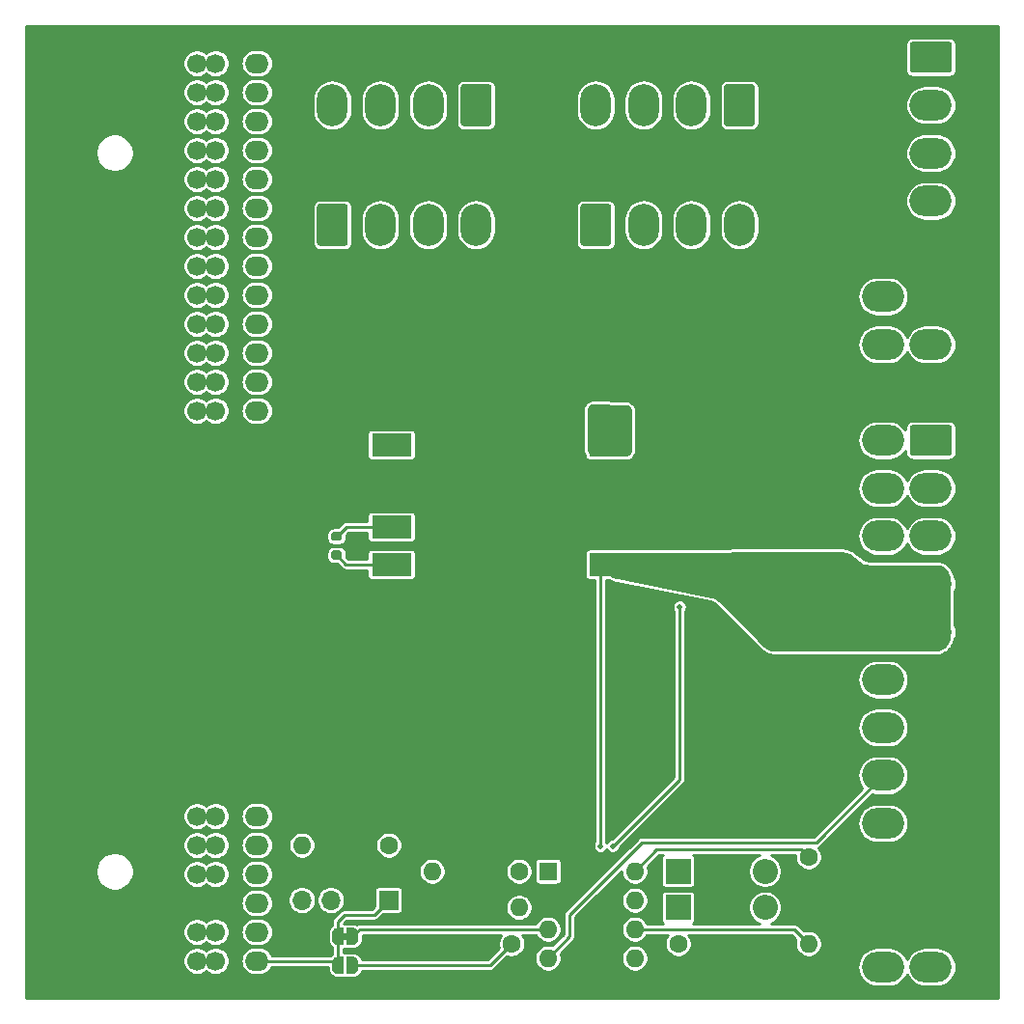
<source format=gbl>
%TF.GenerationSoftware,KiCad,Pcbnew,(5.1.9)-1*%
%TF.CreationDate,2021-05-18T23:24:29+08:00*%
%TF.ProjectId,KCORES CSPS to ATX Converter,4b434f52-4553-4204-9353-505320746f20,1.0*%
%TF.SameCoordinates,Original*%
%TF.FileFunction,Copper,L2,Bot*%
%TF.FilePolarity,Positive*%
%FSLAX46Y46*%
G04 Gerber Fmt 4.6, Leading zero omitted, Abs format (unit mm)*
G04 Created by KiCad (PCBNEW (5.1.9)-1) date 2021-05-18 23:24:29*
%MOMM*%
%LPD*%
G01*
G04 APERTURE LIST*
%TA.AperFunction,EtchedComponent*%
%ADD10C,0.100000*%
%TD*%
%TA.AperFunction,SMDPad,CuDef*%
%ADD11R,3.500000X2.000000*%
%TD*%
%TA.AperFunction,ComponentPad*%
%ADD12O,1.700000X1.700000*%
%TD*%
%TA.AperFunction,ComponentPad*%
%ADD13R,1.700000X1.700000*%
%TD*%
%TA.AperFunction,ComponentPad*%
%ADD14O,2.080000X1.700000*%
%TD*%
%TA.AperFunction,ComponentPad*%
%ADD15C,1.700000*%
%TD*%
%TA.AperFunction,ComponentPad*%
%ADD16O,3.700000X2.700000*%
%TD*%
%TA.AperFunction,ComponentPad*%
%ADD17O,2.700000X3.700000*%
%TD*%
%TA.AperFunction,ComponentPad*%
%ADD18O,1.600000X1.600000*%
%TD*%
%TA.AperFunction,ComponentPad*%
%ADD19C,1.600000*%
%TD*%
%TA.AperFunction,ComponentPad*%
%ADD20R,1.600000X1.600000*%
%TD*%
%TA.AperFunction,SMDPad,CuDef*%
%ADD21C,0.100000*%
%TD*%
%TA.AperFunction,ComponentPad*%
%ADD22O,2.200000X2.200000*%
%TD*%
%TA.AperFunction,ComponentPad*%
%ADD23R,2.200000X2.200000*%
%TD*%
%TA.AperFunction,ViaPad*%
%ADD24C,0.500000*%
%TD*%
%TA.AperFunction,ViaPad*%
%ADD25C,1.778000*%
%TD*%
%TA.AperFunction,Conductor*%
%ADD26C,0.254000*%
%TD*%
%TA.AperFunction,Conductor*%
%ADD27C,0.100000*%
%TD*%
G04 APERTURE END LIST*
D10*
%TO.C,JP1*%
G36*
X121070000Y-157215000D02*
G01*
X120570000Y-157215000D01*
X120570000Y-156615000D01*
X121070000Y-156615000D01*
X121070000Y-157215000D01*
G37*
%TD*%
D11*
%TO.P,U2,7*%
%TO.N,Net-(U2-Pad7)*%
X124880000Y-113800000D03*
%TO.P,U2,5*%
%TO.N,Net-(R6-Pad2)*%
X124880000Y-121000000D03*
%TO.P,U2,4*%
%TO.N,Net-(R6-Pad1)*%
X124880000Y-124300000D03*
%TO.P,U2,3*%
%TO.N,+3V3*%
X143970000Y-124280000D03*
%TO.P,U2,2*%
%TO.N,GND*%
X143970000Y-119780000D03*
%TO.P,U2,1*%
%TO.N,+12V*%
X143970000Y-113780000D03*
%TD*%
%TO.P,R6,2*%
%TO.N,Net-(R6-Pad2)*%
%TA.AperFunction,SMDPad,CuDef*%
G36*
G01*
X120325000Y-122225000D02*
X119775000Y-122225000D01*
G75*
G02*
X119575000Y-122025000I0J200000D01*
G01*
X119575000Y-121625000D01*
G75*
G02*
X119775000Y-121425000I200000J0D01*
G01*
X120325000Y-121425000D01*
G75*
G02*
X120525000Y-121625000I0J-200000D01*
G01*
X120525000Y-122025000D01*
G75*
G02*
X120325000Y-122225000I-200000J0D01*
G01*
G37*
%TD.AperFunction*%
%TO.P,R6,1*%
%TO.N,Net-(R6-Pad1)*%
%TA.AperFunction,SMDPad,CuDef*%
G36*
G01*
X120325000Y-123875000D02*
X119775000Y-123875000D01*
G75*
G02*
X119575000Y-123675000I0J200000D01*
G01*
X119575000Y-123275000D01*
G75*
G02*
X119775000Y-123075000I200000J0D01*
G01*
X120325000Y-123075000D01*
G75*
G02*
X120525000Y-123275000I0J-200000D01*
G01*
X120525000Y-123675000D01*
G75*
G02*
X120325000Y-123875000I-200000J0D01*
G01*
G37*
%TD.AperFunction*%
%TD*%
%TO.P,C2,2*%
%TO.N,GND*%
%TA.AperFunction,SMDPad,CuDef*%
G36*
G01*
X156725001Y-119175000D02*
X154674999Y-119175000D01*
G75*
G02*
X154425000Y-118925001I0J249999D01*
G01*
X154425000Y-117174999D01*
G75*
G02*
X154674999Y-116925000I249999J0D01*
G01*
X156725001Y-116925000D01*
G75*
G02*
X156975000Y-117174999I0J-249999D01*
G01*
X156975000Y-118925001D01*
G75*
G02*
X156725001Y-119175000I-249999J0D01*
G01*
G37*
%TD.AperFunction*%
%TO.P,C2,1*%
%TO.N,+3V3*%
%TA.AperFunction,SMDPad,CuDef*%
G36*
G01*
X156725001Y-125575000D02*
X154674999Y-125575000D01*
G75*
G02*
X154425000Y-125325001I0J249999D01*
G01*
X154425000Y-123574999D01*
G75*
G02*
X154674999Y-123325000I249999J0D01*
G01*
X156725001Y-123325000D01*
G75*
G02*
X156975000Y-123574999I0J-249999D01*
G01*
X156975000Y-125325001D01*
G75*
G02*
X156725001Y-125575000I-249999J0D01*
G01*
G37*
%TD.AperFunction*%
%TD*%
D12*
%TO.P,J2,4*%
%TO.N,/SDA*%
X117010000Y-153740000D03*
%TO.P,J2,3*%
%TO.N,/SCL*%
X119550000Y-153740000D03*
%TO.P,J2,2*%
%TO.N,GND*%
X122090000Y-153740000D03*
D13*
%TO.P,J2,1*%
%TO.N,/~CSPS_PSON*%
X124630000Y-153740000D03*
%TD*%
D14*
%TO.P,J1,64*%
%TO.N,+12V*%
X113070000Y-80330000D03*
%TO.P,J1,63*%
X113070000Y-82870000D03*
%TO.P,J1,62*%
X113070000Y-85410000D03*
%TO.P,J1,61*%
X113070000Y-87950000D03*
%TO.P,J1,60*%
X113070000Y-90490000D03*
%TO.P,J1,59*%
X113070000Y-93030000D03*
%TO.P,J1,58*%
X113070000Y-95570000D03*
%TO.P,J1,57*%
X113070000Y-98110000D03*
%TO.P,J1,56*%
X113070000Y-100650000D03*
%TO.P,J1,55*%
X113070000Y-103190000D03*
%TO.P,J1,54*%
X113070000Y-105730000D03*
%TO.P,J1,53*%
X113070000Y-108270000D03*
%TO.P,J1,52*%
X113070000Y-110810000D03*
%TO.P,J1,51*%
%TO.N,GND*%
X113070000Y-113350000D03*
%TO.P,J1,50*%
X113070000Y-115890000D03*
%TO.P,J1,49*%
X113070000Y-118430000D03*
%TO.P,J1,48*%
X113070000Y-120970000D03*
%TO.P,J1,47*%
X113070000Y-123510000D03*
%TO.P,J1,46*%
X113070000Y-126050000D03*
%TO.P,J1,45*%
X113070000Y-128590000D03*
%TO.P,J1,44*%
X113070000Y-131130000D03*
%TO.P,J1,43*%
X113070000Y-133670000D03*
%TO.P,J1,42*%
X113070000Y-136210000D03*
%TO.P,J1,41*%
X113070000Y-138750000D03*
%TO.P,J1,40*%
X113070000Y-141290000D03*
%TO.P,J1,39*%
X113070000Y-143830000D03*
%TO.P,J1,38*%
%TO.N,Net-(J1-Pad38)*%
X113070000Y-146370000D03*
%TO.P,J1,37*%
%TO.N,/+12VSB*%
X113070000Y-148910000D03*
%TO.P,J1,36*%
%TO.N,/~PRESENT*%
X113070000Y-151450000D03*
%TO.P,J1,35*%
%TO.N,/CSPS_PSOK*%
X113070000Y-153990000D03*
%TO.P,J1,34*%
%TO.N,Net-(J1-Pad34)*%
X113070000Y-156530000D03*
%TO.P,J1,33*%
%TO.N,/~CSPS_PSON*%
X113070000Y-159070000D03*
D15*
%TO.P,J1,32*%
%TO.N,/SCL*%
X107800000Y-159070000D03*
%TO.P,J1,31*%
%TO.N,/SDA*%
X107800000Y-156530000D03*
%TO.P,J1,30*%
%TO.N,GND*%
X107800000Y-153990000D03*
%TO.P,J1,29*%
%TO.N,Net-(J1-Pad29)*%
X107800000Y-151450000D03*
%TO.P,J1,28*%
%TO.N,Net-(J1-Pad28)*%
X107800000Y-148910000D03*
%TO.P,J1,27*%
%TO.N,Net-(J1-Pad27)*%
X107800000Y-146370000D03*
%TO.P,J1,26*%
%TO.N,GND*%
X107800000Y-143830000D03*
%TO.P,J1,25*%
X107800000Y-141290000D03*
%TO.P,J1,24*%
X107800000Y-138750000D03*
%TO.P,J1,23*%
X107800000Y-136210000D03*
%TO.P,J1,22*%
X107800000Y-133670000D03*
%TO.P,J1,21*%
X107800000Y-131130000D03*
%TO.P,J1,20*%
X107800000Y-128590000D03*
%TO.P,J1,19*%
X107800000Y-126050000D03*
%TO.P,J1,18*%
X107800000Y-123510000D03*
%TO.P,J1,17*%
X107800000Y-120970000D03*
%TO.P,J1,16*%
X107800000Y-118430000D03*
%TO.P,J1,15*%
X107800000Y-115890000D03*
%TO.P,J1,14*%
X107800000Y-113350000D03*
%TO.P,J1,13*%
%TO.N,+12V*%
X107800000Y-110810000D03*
%TO.P,J1,12*%
X107800000Y-108270000D03*
%TO.P,J1,11*%
X107800000Y-105730000D03*
%TO.P,J1,10*%
X107800000Y-103190000D03*
%TO.P,J1,9*%
X107800000Y-100650000D03*
%TO.P,J1,8*%
X107800000Y-98110000D03*
%TO.P,J1,7*%
X107800000Y-95570000D03*
%TO.P,J1,6*%
X107800000Y-93030000D03*
%TO.P,J1,5*%
X107800000Y-90490000D03*
%TO.P,J1,4*%
X107800000Y-87950000D03*
%TO.P,J1,3*%
X107800000Y-85410000D03*
%TO.P,J1,2*%
X107800000Y-82870000D03*
%TO.P,J1,32*%
%TO.N,/SCL*%
X109450000Y-159070000D03*
%TO.P,J1,31*%
%TO.N,/SDA*%
X109450000Y-156530000D03*
%TO.P,J1,30*%
%TO.N,GND*%
X109450000Y-153990000D03*
%TO.P,J1,29*%
%TO.N,Net-(J1-Pad29)*%
X109450000Y-151450000D03*
%TO.P,J1,28*%
%TO.N,Net-(J1-Pad28)*%
X109450000Y-148910000D03*
%TO.P,J1,27*%
%TO.N,Net-(J1-Pad27)*%
X109450000Y-146370000D03*
%TO.P,J1,26*%
%TO.N,GND*%
X109450000Y-143830000D03*
%TO.P,J1,25*%
X109450000Y-141290000D03*
%TO.P,J1,24*%
X109450000Y-138750000D03*
%TO.P,J1,23*%
X109450000Y-136210000D03*
%TO.P,J1,22*%
X109450000Y-133670000D03*
%TO.P,J1,21*%
X109450000Y-131130000D03*
%TO.P,J1,20*%
X109450000Y-128590000D03*
%TO.P,J1,19*%
X109450000Y-126050000D03*
%TO.P,J1,18*%
X109450000Y-123510000D03*
%TO.P,J1,17*%
X109450000Y-120970000D03*
%TO.P,J1,16*%
X109450000Y-118430000D03*
%TO.P,J1,15*%
X109450000Y-115890000D03*
%TO.P,J1,14*%
X109450000Y-113350000D03*
%TO.P,J1,13*%
%TO.N,+12V*%
X109450000Y-110810000D03*
%TO.P,J1,12*%
X109450000Y-108270000D03*
%TO.P,J1,11*%
X109450000Y-105730000D03*
%TO.P,J1,10*%
X109450000Y-103190000D03*
%TO.P,J1,9*%
X109450000Y-100650000D03*
%TO.P,J1,8*%
X109450000Y-98110000D03*
%TO.P,J1,7*%
X109450000Y-95570000D03*
%TO.P,J1,6*%
X109450000Y-93030000D03*
%TO.P,J1,5*%
X109450000Y-90490000D03*
%TO.P,J1,4*%
X109450000Y-87950000D03*
%TO.P,J1,3*%
X109450000Y-85410000D03*
%TO.P,J1,2*%
X109450000Y-82870000D03*
%TO.P,J1,1*%
X107800000Y-80330000D03*
X109450000Y-80330000D03*
%TD*%
D16*
%TO.P,J7,8*%
%TO.N,GND*%
X168000000Y-92400000D03*
%TO.P,J7,7*%
X168000000Y-88200000D03*
%TO.P,J7,6*%
X168000000Y-84000000D03*
%TO.P,J7,5*%
X168000000Y-79800000D03*
%TO.P,J7,4*%
%TO.N,+12V*%
X172200000Y-92400000D03*
%TO.P,J7,3*%
X172200000Y-88200000D03*
%TO.P,J7,1*%
%TA.AperFunction,ComponentPad*%
G36*
G01*
X170601100Y-78450000D02*
X173798900Y-78450000D01*
G75*
G02*
X174050000Y-78701100I0J-251100D01*
G01*
X174050000Y-80898900D01*
G75*
G02*
X173798900Y-81150000I-251100J0D01*
G01*
X170601100Y-81150000D01*
G75*
G02*
X170350000Y-80898900I0J251100D01*
G01*
X170350000Y-78701100D01*
G75*
G02*
X170601100Y-78450000I251100J0D01*
G01*
G37*
%TD.AperFunction*%
%TO.P,J7,2*%
X172200000Y-84000000D03*
%TD*%
D17*
%TO.P,J6,8*%
%TO.N,GND*%
X155400000Y-98700000D03*
%TO.P,J6,7*%
X151200000Y-98700000D03*
%TO.P,J6,6*%
X147000000Y-98700000D03*
%TO.P,J6,5*%
X142800000Y-98700000D03*
%TO.P,J6,4*%
%TO.N,+12V*%
X155400000Y-94500000D03*
%TO.P,J6,3*%
X151200000Y-94500000D03*
%TO.P,J6,1*%
%TA.AperFunction,ComponentPad*%
G36*
G01*
X141450000Y-96098900D02*
X141450000Y-92901100D01*
G75*
G02*
X141701100Y-92650000I251100J0D01*
G01*
X143898900Y-92650000D01*
G75*
G02*
X144150000Y-92901100I0J-251100D01*
G01*
X144150000Y-96098900D01*
G75*
G02*
X143898900Y-96350000I-251100J0D01*
G01*
X141701100Y-96350000D01*
G75*
G02*
X141450000Y-96098900I0J251100D01*
G01*
G37*
%TD.AperFunction*%
%TO.P,J6,2*%
X147000000Y-94500000D03*
%TD*%
%TO.P,J5,8*%
%TO.N,GND*%
X142800000Y-79800000D03*
%TO.P,J5,7*%
X147000000Y-79800000D03*
%TO.P,J5,6*%
X151200000Y-79800000D03*
%TO.P,J5,5*%
X155400000Y-79800000D03*
%TO.P,J5,4*%
%TO.N,+12V*%
X142800000Y-84000000D03*
%TO.P,J5,3*%
X147000000Y-84000000D03*
%TO.P,J5,1*%
%TA.AperFunction,ComponentPad*%
G36*
G01*
X156750000Y-82401100D02*
X156750000Y-85598900D01*
G75*
G02*
X156498900Y-85850000I-251100J0D01*
G01*
X154301100Y-85850000D01*
G75*
G02*
X154050000Y-85598900I0J251100D01*
G01*
X154050000Y-82401100D01*
G75*
G02*
X154301100Y-82150000I251100J0D01*
G01*
X156498900Y-82150000D01*
G75*
G02*
X156750000Y-82401100I0J-251100D01*
G01*
G37*
%TD.AperFunction*%
%TO.P,J5,2*%
X151200000Y-84000000D03*
%TD*%
%TO.P,J4,8*%
%TO.N,GND*%
X132300000Y-98700000D03*
%TO.P,J4,7*%
X128100000Y-98700000D03*
%TO.P,J4,6*%
X123900000Y-98700000D03*
%TO.P,J4,5*%
X119700000Y-98700000D03*
%TO.P,J4,4*%
%TO.N,+12V*%
X132300000Y-94500000D03*
%TO.P,J4,3*%
X128100000Y-94500000D03*
%TO.P,J4,1*%
%TA.AperFunction,ComponentPad*%
G36*
G01*
X118350000Y-96098900D02*
X118350000Y-92901100D01*
G75*
G02*
X118601100Y-92650000I251100J0D01*
G01*
X120798900Y-92650000D01*
G75*
G02*
X121050000Y-92901100I0J-251100D01*
G01*
X121050000Y-96098900D01*
G75*
G02*
X120798900Y-96350000I-251100J0D01*
G01*
X118601100Y-96350000D01*
G75*
G02*
X118350000Y-96098900I0J251100D01*
G01*
G37*
%TD.AperFunction*%
%TO.P,J4,2*%
X123900000Y-94500000D03*
%TD*%
%TO.P,J3,8*%
%TO.N,GND*%
X119700000Y-79800000D03*
%TO.P,J3,7*%
X123900000Y-79800000D03*
%TO.P,J3,6*%
X128100000Y-79800000D03*
%TO.P,J3,5*%
X132300000Y-79800000D03*
%TO.P,J3,4*%
%TO.N,+12V*%
X119700000Y-84000000D03*
%TO.P,J3,3*%
X123900000Y-84000000D03*
%TO.P,J3,1*%
%TA.AperFunction,ComponentPad*%
G36*
G01*
X133650000Y-82401100D02*
X133650000Y-85598900D01*
G75*
G02*
X133398900Y-85850000I-251100J0D01*
G01*
X131201100Y-85850000D01*
G75*
G02*
X130950000Y-85598900I0J251100D01*
G01*
X130950000Y-82401100D01*
G75*
G02*
X131201100Y-82150000I251100J0D01*
G01*
X133398900Y-82150000D01*
G75*
G02*
X133650000Y-82401100I0J-251100D01*
G01*
G37*
%TD.AperFunction*%
%TO.P,J3,2*%
X128100000Y-84000000D03*
%TD*%
D16*
%TO.P,J9,24*%
%TO.N,+12V*%
X168000000Y-159600000D03*
%TO.P,J9,23*%
%TO.N,GND*%
X168000000Y-155400000D03*
%TO.P,J9,22*%
X168000000Y-151200000D03*
%TO.P,J9,21*%
%TO.N,/ATX_PWOK*%
X168000000Y-147000000D03*
%TO.P,J9,20*%
%TO.N,/~ATX_PSON*%
X168000000Y-142800000D03*
%TO.P,J9,19*%
%TO.N,Net-(J9-Pad19)*%
X168000000Y-138600000D03*
%TO.P,J9,18*%
%TO.N,/+5VSB*%
X168000000Y-134400000D03*
%TO.P,J9,17*%
%TO.N,+3V3*%
X168000000Y-130200000D03*
%TO.P,J9,16*%
X168000000Y-126000000D03*
%TO.P,J9,15*%
%TO.N,Net-(J9-Pad15)*%
X168000000Y-121800000D03*
%TO.P,J9,14*%
%TO.N,+5V*%
X168000000Y-117600000D03*
%TO.P,J9,13*%
X168000000Y-113400000D03*
%TO.P,J9,12*%
%TO.N,+12V*%
X172200000Y-159600000D03*
%TO.P,J9,11*%
%TO.N,GND*%
X172200000Y-155400000D03*
%TO.P,J9,10*%
X172200000Y-151200000D03*
%TO.P,J9,9*%
X172200000Y-147000000D03*
%TO.P,J9,8*%
X172200000Y-142800000D03*
%TO.P,J9,7*%
X172200000Y-138600000D03*
%TO.P,J9,6*%
X172200000Y-134400000D03*
%TO.P,J9,5*%
%TO.N,+3V3*%
X172200000Y-130200000D03*
%TO.P,J9,4*%
X172200000Y-126000000D03*
%TO.P,J9,3*%
%TO.N,+5V*%
X172200000Y-121800000D03*
%TO.P,J9,1*%
%TA.AperFunction,ComponentPad*%
G36*
G01*
X170601100Y-112050000D02*
X173798900Y-112050000D01*
G75*
G02*
X174050000Y-112301100I0J-251100D01*
G01*
X174050000Y-114498900D01*
G75*
G02*
X173798900Y-114750000I-251100J0D01*
G01*
X170601100Y-114750000D01*
G75*
G02*
X170350000Y-114498900I0J251100D01*
G01*
X170350000Y-112301100D01*
G75*
G02*
X170601100Y-112050000I251100J0D01*
G01*
G37*
%TD.AperFunction*%
%TO.P,J9,2*%
X172200000Y-117600000D03*
%TD*%
%TO.P,J8,1*%
%TO.N,GND*%
%TA.AperFunction,ComponentPad*%
G36*
G01*
X170601100Y-99450000D02*
X173798900Y-99450000D01*
G75*
G02*
X174050000Y-99701100I0J-251100D01*
G01*
X174050000Y-101898900D01*
G75*
G02*
X173798900Y-102150000I-251100J0D01*
G01*
X170601100Y-102150000D01*
G75*
G02*
X170350000Y-101898900I0J251100D01*
G01*
X170350000Y-99701100D01*
G75*
G02*
X170601100Y-99450000I251100J0D01*
G01*
G37*
%TD.AperFunction*%
%TO.P,J8,2*%
%TO.N,+12V*%
X172200000Y-105000000D03*
%TO.P,J8,3*%
%TO.N,+5V*%
X168000000Y-100800000D03*
%TO.P,J8,4*%
%TO.N,Net-(J8-Pad4)*%
X168000000Y-105000000D03*
%TD*%
D18*
%TO.P,R4,2*%
%TO.N,+5V*%
X161460000Y-157550000D03*
D19*
%TO.P,R4,1*%
%TO.N,/ATX_PWOK*%
X161460000Y-149930000D03*
%TD*%
D18*
%TO.P,U4,8*%
%TO.N,/ATX_PWOK*%
X146220000Y-151200000D03*
%TO.P,U4,4*%
%TO.N,/~ATX_PSON*%
X138600000Y-158820000D03*
%TO.P,U4,7*%
%TO.N,Net-(C5-Pad1)*%
X146220000Y-153740000D03*
%TO.P,U4,3*%
%TO.N,/~FPO*%
X138600000Y-156280000D03*
%TO.P,U4,6*%
%TO.N,+5V*%
X146220000Y-156280000D03*
%TO.P,U4,2*%
%TO.N,GND*%
X138600000Y-153740000D03*
%TO.P,U4,5*%
%TO.N,+3V3*%
X146220000Y-158820000D03*
D20*
%TO.P,U4,1*%
%TO.N,Net-(R2-Pad1)*%
X138600000Y-151200000D03*
%TD*%
D18*
%TO.P,R3,2*%
%TO.N,Net-(R2-Pad1)*%
X136060000Y-154375000D03*
D19*
%TO.P,R3,1*%
%TO.N,GND*%
X128440000Y-154375000D03*
%TD*%
D18*
%TO.P,R2,2*%
%TO.N,+12V*%
X128440000Y-151200000D03*
D19*
%TO.P,R2,1*%
%TO.N,Net-(R2-Pad1)*%
X136060000Y-151200000D03*
%TD*%
D18*
%TO.P,R1,2*%
%TO.N,/+12VSB*%
X117010000Y-148910000D03*
D19*
%TO.P,R1,1*%
%TO.N,/~PRESENT*%
X124630000Y-148910000D03*
%TD*%
%TA.AperFunction,SMDPad,CuDef*%
D21*
%TO.P,JP2,2*%
%TO.N,/~ATX_PSON*%
G36*
X121470000Y-158705602D02*
G01*
X121494534Y-158705602D01*
X121543365Y-158710412D01*
X121591490Y-158719984D01*
X121638445Y-158734228D01*
X121683778Y-158753005D01*
X121727051Y-158776136D01*
X121767850Y-158803396D01*
X121805779Y-158834524D01*
X121840476Y-158869221D01*
X121871604Y-158907150D01*
X121898864Y-158947949D01*
X121921995Y-158991222D01*
X121940772Y-159036555D01*
X121955016Y-159083510D01*
X121964588Y-159131635D01*
X121969398Y-159180466D01*
X121969398Y-159205000D01*
X121970000Y-159205000D01*
X121970000Y-159705000D01*
X121969398Y-159705000D01*
X121969398Y-159729534D01*
X121964588Y-159778365D01*
X121955016Y-159826490D01*
X121940772Y-159873445D01*
X121921995Y-159918778D01*
X121898864Y-159962051D01*
X121871604Y-160002850D01*
X121840476Y-160040779D01*
X121805779Y-160075476D01*
X121767850Y-160106604D01*
X121727051Y-160133864D01*
X121683778Y-160156995D01*
X121638445Y-160175772D01*
X121591490Y-160190016D01*
X121543365Y-160199588D01*
X121494534Y-160204398D01*
X121470000Y-160204398D01*
X121470000Y-160205000D01*
X120970000Y-160205000D01*
X120970000Y-158705000D01*
X121470000Y-158705000D01*
X121470000Y-158705602D01*
G37*
%TD.AperFunction*%
%TA.AperFunction,SMDPad,CuDef*%
%TO.P,JP2,1*%
%TO.N,/~CSPS_PSON*%
G36*
X120670000Y-160205000D02*
G01*
X120170000Y-160205000D01*
X120170000Y-160204398D01*
X120145466Y-160204398D01*
X120096635Y-160199588D01*
X120048510Y-160190016D01*
X120001555Y-160175772D01*
X119956222Y-160156995D01*
X119912949Y-160133864D01*
X119872150Y-160106604D01*
X119834221Y-160075476D01*
X119799524Y-160040779D01*
X119768396Y-160002850D01*
X119741136Y-159962051D01*
X119718005Y-159918778D01*
X119699228Y-159873445D01*
X119684984Y-159826490D01*
X119675412Y-159778365D01*
X119670602Y-159729534D01*
X119670602Y-159705000D01*
X119670000Y-159705000D01*
X119670000Y-159205000D01*
X119670602Y-159205000D01*
X119670602Y-159180466D01*
X119675412Y-159131635D01*
X119684984Y-159083510D01*
X119699228Y-159036555D01*
X119718005Y-158991222D01*
X119741136Y-158947949D01*
X119768396Y-158907150D01*
X119799524Y-158869221D01*
X119834221Y-158834524D01*
X119872150Y-158803396D01*
X119912949Y-158776136D01*
X119956222Y-158753005D01*
X120001555Y-158734228D01*
X120048510Y-158719984D01*
X120096635Y-158710412D01*
X120145466Y-158705602D01*
X120170000Y-158705602D01*
X120170000Y-158705000D01*
X120670000Y-158705000D01*
X120670000Y-160205000D01*
G37*
%TD.AperFunction*%
%TD*%
%TA.AperFunction,SMDPad,CuDef*%
%TO.P,JP1,1*%
%TO.N,/~CSPS_PSON*%
G36*
X120670000Y-157665000D02*
G01*
X120170000Y-157665000D01*
X120170000Y-157664398D01*
X120145466Y-157664398D01*
X120096635Y-157659588D01*
X120048510Y-157650016D01*
X120001555Y-157635772D01*
X119956222Y-157616995D01*
X119912949Y-157593864D01*
X119872150Y-157566604D01*
X119834221Y-157535476D01*
X119799524Y-157500779D01*
X119768396Y-157462850D01*
X119741136Y-157422051D01*
X119718005Y-157378778D01*
X119699228Y-157333445D01*
X119684984Y-157286490D01*
X119675412Y-157238365D01*
X119670602Y-157189534D01*
X119670602Y-157165000D01*
X119670000Y-157165000D01*
X119670000Y-156665000D01*
X119670602Y-156665000D01*
X119670602Y-156640466D01*
X119675412Y-156591635D01*
X119684984Y-156543510D01*
X119699228Y-156496555D01*
X119718005Y-156451222D01*
X119741136Y-156407949D01*
X119768396Y-156367150D01*
X119799524Y-156329221D01*
X119834221Y-156294524D01*
X119872150Y-156263396D01*
X119912949Y-156236136D01*
X119956222Y-156213005D01*
X120001555Y-156194228D01*
X120048510Y-156179984D01*
X120096635Y-156170412D01*
X120145466Y-156165602D01*
X120170000Y-156165602D01*
X120170000Y-156165000D01*
X120670000Y-156165000D01*
X120670000Y-157665000D01*
G37*
%TD.AperFunction*%
%TA.AperFunction,SMDPad,CuDef*%
%TO.P,JP1,2*%
%TO.N,/~FPO*%
G36*
X121470000Y-156165602D02*
G01*
X121494534Y-156165602D01*
X121543365Y-156170412D01*
X121591490Y-156179984D01*
X121638445Y-156194228D01*
X121683778Y-156213005D01*
X121727051Y-156236136D01*
X121767850Y-156263396D01*
X121805779Y-156294524D01*
X121840476Y-156329221D01*
X121871604Y-156367150D01*
X121898864Y-156407949D01*
X121921995Y-156451222D01*
X121940772Y-156496555D01*
X121955016Y-156543510D01*
X121964588Y-156591635D01*
X121969398Y-156640466D01*
X121969398Y-156665000D01*
X121970000Y-156665000D01*
X121970000Y-157165000D01*
X121969398Y-157165000D01*
X121969398Y-157189534D01*
X121964588Y-157238365D01*
X121955016Y-157286490D01*
X121940772Y-157333445D01*
X121921995Y-157378778D01*
X121898864Y-157422051D01*
X121871604Y-157462850D01*
X121840476Y-157500779D01*
X121805779Y-157535476D01*
X121767850Y-157566604D01*
X121727051Y-157593864D01*
X121683778Y-157616995D01*
X121638445Y-157635772D01*
X121591490Y-157650016D01*
X121543365Y-157659588D01*
X121494534Y-157664398D01*
X121470000Y-157664398D01*
X121470000Y-157665000D01*
X120970000Y-157665000D01*
X120970000Y-156165000D01*
X121470000Y-156165000D01*
X121470000Y-156165602D01*
G37*
%TD.AperFunction*%
%TD*%
D22*
%TO.P,D2,2*%
%TO.N,+12V*%
X157650000Y-154375000D03*
D23*
%TO.P,D2,1*%
%TO.N,Net-(C5-Pad1)*%
X150030000Y-154375000D03*
%TD*%
D22*
%TO.P,D1,2*%
%TO.N,/+5VSB*%
X157650000Y-151200000D03*
D23*
%TO.P,D1,1*%
%TO.N,Net-(C5-Pad1)*%
X150030000Y-151200000D03*
%TD*%
D19*
%TO.P,C5,2*%
%TO.N,GND*%
X152530000Y-157550000D03*
%TO.P,C5,1*%
%TO.N,Net-(C5-Pad1)*%
X150030000Y-157550000D03*
%TD*%
%TO.P,C4,2*%
%TO.N,/~ATX_PSON*%
X135425000Y-157550000D03*
%TO.P,C4,1*%
%TO.N,GND*%
X132925000Y-157550000D03*
%TD*%
D24*
%TO.N,+5V*%
X144300000Y-149000000D03*
X150150000Y-128000000D03*
%TO.N,+3V3*%
X143200000Y-149000000D03*
D25*
%TO.N,+12V*%
X144900000Y-111300000D03*
X143000000Y-111300000D03*
%TD*%
D26*
%TO.N,+5V*%
X160190000Y-156280000D02*
X161460000Y-157550000D01*
X146220000Y-156280000D02*
X160190000Y-156280000D01*
X144300000Y-149000000D02*
X150150000Y-143150000D01*
X150150000Y-143150000D02*
X150150000Y-128000000D01*
%TO.N,+3V3*%
X143200000Y-125050000D02*
X143970000Y-124280000D01*
X143200000Y-149000000D02*
X143200000Y-125050000D01*
%TO.N,/~ATX_PSON*%
X133520000Y-159455000D02*
X135425000Y-157550000D01*
X121470000Y-159455000D02*
X133520000Y-159455000D01*
X162140000Y-148660000D02*
X168000000Y-142800000D01*
X146855000Y-148660000D02*
X162140000Y-148660000D01*
X140505000Y-155010000D02*
X146855000Y-148660000D01*
X138600000Y-158820000D02*
X140505000Y-156915000D01*
X140505000Y-156915000D02*
X140505000Y-155010000D01*
%TO.N,/~CSPS_PSON*%
X120170000Y-156915000D02*
X120170000Y-159455000D01*
X119785000Y-159070000D02*
X120170000Y-159455000D01*
X113070000Y-159070000D02*
X119785000Y-159070000D01*
X120756204Y-155010000D02*
X123360000Y-155010000D01*
X120170000Y-156915000D02*
X120170000Y-155596204D01*
X123360000Y-155010000D02*
X124630000Y-153740000D01*
X120170000Y-155596204D02*
X120756204Y-155010000D01*
%TO.N,/ATX_PWOK*%
X146220000Y-151200000D02*
X148125000Y-149295000D01*
X160825000Y-149295000D02*
X161460000Y-149930000D01*
X148125000Y-149295000D02*
X160825000Y-149295000D01*
%TO.N,/~FPO*%
X122105000Y-156280000D02*
X121470000Y-156915000D01*
X138600000Y-156280000D02*
X122105000Y-156280000D01*
%TO.N,Net-(R6-Pad2)*%
X124880000Y-121000000D02*
X120900000Y-121000000D01*
X120900000Y-121000000D02*
X120050000Y-121850000D01*
%TO.N,Net-(R6-Pad1)*%
X124880000Y-124300000D02*
X120850000Y-124300000D01*
X120850000Y-124300000D02*
X120050000Y-123500000D01*
%TD*%
%TO.N,GND*%
X178094000Y-162344000D02*
X92806000Y-162344000D01*
X92806000Y-158948757D01*
X106569000Y-158948757D01*
X106569000Y-159191243D01*
X106616307Y-159429069D01*
X106709102Y-159653097D01*
X106843820Y-159854717D01*
X107015283Y-160026180D01*
X107216903Y-160160898D01*
X107440931Y-160253693D01*
X107678757Y-160301000D01*
X107921243Y-160301000D01*
X108159069Y-160253693D01*
X108383097Y-160160898D01*
X108584717Y-160026180D01*
X108625000Y-159985897D01*
X108665283Y-160026180D01*
X108866903Y-160160898D01*
X109090931Y-160253693D01*
X109328757Y-160301000D01*
X109571243Y-160301000D01*
X109809069Y-160253693D01*
X110033097Y-160160898D01*
X110234717Y-160026180D01*
X110406180Y-159854717D01*
X110540898Y-159653097D01*
X110633693Y-159429069D01*
X110681000Y-159191243D01*
X110681000Y-159070000D01*
X111643044Y-159070000D01*
X111666812Y-159311318D01*
X111737202Y-159543363D01*
X111851509Y-159757216D01*
X112005340Y-159944660D01*
X112192784Y-160098491D01*
X112406637Y-160212798D01*
X112638682Y-160283188D01*
X112819528Y-160301000D01*
X113320472Y-160301000D01*
X113501318Y-160283188D01*
X113733363Y-160212798D01*
X113947216Y-160098491D01*
X114134660Y-159944660D01*
X114288491Y-159757216D01*
X114384284Y-159578000D01*
X119287157Y-159578000D01*
X119287157Y-159705000D01*
X119289565Y-159729450D01*
X119289565Y-159754009D01*
X119296921Y-159828698D01*
X119316043Y-159924831D01*
X119337828Y-159996648D01*
X119375337Y-160087204D01*
X119410717Y-160153394D01*
X119465173Y-160234893D01*
X119512784Y-160292908D01*
X119582092Y-160362216D01*
X119640107Y-160409827D01*
X119721606Y-160464283D01*
X119787796Y-160499663D01*
X119878352Y-160537172D01*
X119950169Y-160558957D01*
X120046302Y-160578079D01*
X120120991Y-160585435D01*
X120145550Y-160585435D01*
X120170000Y-160587843D01*
X120670000Y-160587843D01*
X120744689Y-160580487D01*
X120816508Y-160558701D01*
X120820000Y-160556834D01*
X120823492Y-160558701D01*
X120895311Y-160580487D01*
X120970000Y-160587843D01*
X121470000Y-160587843D01*
X121494450Y-160585435D01*
X121519009Y-160585435D01*
X121593698Y-160578079D01*
X121689831Y-160558957D01*
X121761648Y-160537172D01*
X121852204Y-160499663D01*
X121918394Y-160464283D01*
X121999893Y-160409827D01*
X122057908Y-160362216D01*
X122127216Y-160292908D01*
X122174827Y-160234893D01*
X122229283Y-160153394D01*
X122264663Y-160087204D01*
X122302172Y-159996648D01*
X122312379Y-159963000D01*
X133495056Y-159963000D01*
X133520000Y-159965457D01*
X133544944Y-159963000D01*
X133544947Y-159963000D01*
X133619585Y-159955649D01*
X133715343Y-159926601D01*
X133803595Y-159879429D01*
X133880948Y-159815948D01*
X133896855Y-159796565D01*
X135029102Y-158664318D01*
X135080515Y-158685614D01*
X135308682Y-158731000D01*
X135541318Y-158731000D01*
X135678652Y-158703682D01*
X137419000Y-158703682D01*
X137419000Y-158936318D01*
X137464386Y-159164485D01*
X137553412Y-159379413D01*
X137682658Y-159572843D01*
X137847157Y-159737342D01*
X138040587Y-159866588D01*
X138255515Y-159955614D01*
X138483682Y-160001000D01*
X138716318Y-160001000D01*
X138944485Y-159955614D01*
X139159413Y-159866588D01*
X139352843Y-159737342D01*
X139517342Y-159572843D01*
X139646588Y-159379413D01*
X139735614Y-159164485D01*
X139781000Y-158936318D01*
X139781000Y-158703682D01*
X145039000Y-158703682D01*
X145039000Y-158936318D01*
X145084386Y-159164485D01*
X145173412Y-159379413D01*
X145302658Y-159572843D01*
X145467157Y-159737342D01*
X145660587Y-159866588D01*
X145875515Y-159955614D01*
X146103682Y-160001000D01*
X146336318Y-160001000D01*
X146564485Y-159955614D01*
X146779413Y-159866588D01*
X146972843Y-159737342D01*
X147110185Y-159600000D01*
X165760625Y-159600000D01*
X165794047Y-159939335D01*
X165893027Y-160265630D01*
X166053763Y-160566345D01*
X166270076Y-160829924D01*
X166533655Y-161046237D01*
X166834370Y-161206973D01*
X167160665Y-161305953D01*
X167414968Y-161331000D01*
X168585032Y-161331000D01*
X168839335Y-161305953D01*
X169165630Y-161206973D01*
X169466345Y-161046237D01*
X169729924Y-160829924D01*
X169946237Y-160566345D01*
X170100000Y-160278676D01*
X170253763Y-160566345D01*
X170470076Y-160829924D01*
X170733655Y-161046237D01*
X171034370Y-161206973D01*
X171360665Y-161305953D01*
X171614968Y-161331000D01*
X172785032Y-161331000D01*
X173039335Y-161305953D01*
X173365630Y-161206973D01*
X173666345Y-161046237D01*
X173929924Y-160829924D01*
X174146237Y-160566345D01*
X174306973Y-160265630D01*
X174405953Y-159939335D01*
X174439375Y-159600000D01*
X174405953Y-159260665D01*
X174306973Y-158934370D01*
X174146237Y-158633655D01*
X173929924Y-158370076D01*
X173666345Y-158153763D01*
X173365630Y-157993027D01*
X173039335Y-157894047D01*
X172785032Y-157869000D01*
X171614968Y-157869000D01*
X171360665Y-157894047D01*
X171034370Y-157993027D01*
X170733655Y-158153763D01*
X170470076Y-158370076D01*
X170253763Y-158633655D01*
X170100000Y-158921324D01*
X169946237Y-158633655D01*
X169729924Y-158370076D01*
X169466345Y-158153763D01*
X169165630Y-157993027D01*
X168839335Y-157894047D01*
X168585032Y-157869000D01*
X167414968Y-157869000D01*
X167160665Y-157894047D01*
X166834370Y-157993027D01*
X166533655Y-158153763D01*
X166270076Y-158370076D01*
X166053763Y-158633655D01*
X165893027Y-158934370D01*
X165794047Y-159260665D01*
X165760625Y-159600000D01*
X147110185Y-159600000D01*
X147137342Y-159572843D01*
X147266588Y-159379413D01*
X147355614Y-159164485D01*
X147401000Y-158936318D01*
X147401000Y-158703682D01*
X147355614Y-158475515D01*
X147266588Y-158260587D01*
X147137342Y-158067157D01*
X146972843Y-157902658D01*
X146779413Y-157773412D01*
X146564485Y-157684386D01*
X146336318Y-157639000D01*
X146103682Y-157639000D01*
X145875515Y-157684386D01*
X145660587Y-157773412D01*
X145467157Y-157902658D01*
X145302658Y-158067157D01*
X145173412Y-158260587D01*
X145084386Y-158475515D01*
X145039000Y-158703682D01*
X139781000Y-158703682D01*
X139735614Y-158475515D01*
X139714318Y-158424102D01*
X140846565Y-157291855D01*
X140865948Y-157275948D01*
X140929429Y-157198595D01*
X140976601Y-157110343D01*
X141005649Y-157014585D01*
X141013000Y-156939947D01*
X141013000Y-156939944D01*
X141015457Y-156915000D01*
X141013000Y-156890053D01*
X141013000Y-156163682D01*
X145039000Y-156163682D01*
X145039000Y-156396318D01*
X145084386Y-156624485D01*
X145173412Y-156839413D01*
X145302658Y-157032843D01*
X145467157Y-157197342D01*
X145660587Y-157326588D01*
X145875515Y-157415614D01*
X146103682Y-157461000D01*
X146336318Y-157461000D01*
X146564485Y-157415614D01*
X146779413Y-157326588D01*
X146972843Y-157197342D01*
X147137342Y-157032843D01*
X147266588Y-156839413D01*
X147287884Y-156788000D01*
X149121815Y-156788000D01*
X149112658Y-156797157D01*
X148983412Y-156990587D01*
X148894386Y-157205515D01*
X148849000Y-157433682D01*
X148849000Y-157666318D01*
X148894386Y-157894485D01*
X148983412Y-158109413D01*
X149112658Y-158302843D01*
X149277157Y-158467342D01*
X149470587Y-158596588D01*
X149685515Y-158685614D01*
X149913682Y-158731000D01*
X150146318Y-158731000D01*
X150374485Y-158685614D01*
X150589413Y-158596588D01*
X150782843Y-158467342D01*
X150947342Y-158302843D01*
X151076588Y-158109413D01*
X151165614Y-157894485D01*
X151211000Y-157666318D01*
X151211000Y-157433682D01*
X151165614Y-157205515D01*
X151076588Y-156990587D01*
X150947342Y-156797157D01*
X150938185Y-156788000D01*
X159979580Y-156788000D01*
X160345682Y-157154102D01*
X160324386Y-157205515D01*
X160279000Y-157433682D01*
X160279000Y-157666318D01*
X160324386Y-157894485D01*
X160413412Y-158109413D01*
X160542658Y-158302843D01*
X160707157Y-158467342D01*
X160900587Y-158596588D01*
X161115515Y-158685614D01*
X161343682Y-158731000D01*
X161576318Y-158731000D01*
X161804485Y-158685614D01*
X162019413Y-158596588D01*
X162212843Y-158467342D01*
X162377342Y-158302843D01*
X162506588Y-158109413D01*
X162595614Y-157894485D01*
X162641000Y-157666318D01*
X162641000Y-157433682D01*
X162595614Y-157205515D01*
X162506588Y-156990587D01*
X162377342Y-156797157D01*
X162212843Y-156632658D01*
X162019413Y-156503412D01*
X161804485Y-156414386D01*
X161576318Y-156369000D01*
X161343682Y-156369000D01*
X161115515Y-156414386D01*
X161064102Y-156435682D01*
X160566855Y-155938435D01*
X160550948Y-155919052D01*
X160473595Y-155855571D01*
X160385343Y-155808399D01*
X160289585Y-155779351D01*
X160214947Y-155772000D01*
X160214944Y-155772000D01*
X160190000Y-155769543D01*
X160165056Y-155772000D01*
X158147383Y-155772000D01*
X158351517Y-155687445D01*
X158594083Y-155525368D01*
X158800368Y-155319083D01*
X158962445Y-155076517D01*
X159074086Y-154806992D01*
X159131000Y-154520866D01*
X159131000Y-154229134D01*
X159074086Y-153943008D01*
X158962445Y-153673483D01*
X158800368Y-153430917D01*
X158594083Y-153224632D01*
X158351517Y-153062555D01*
X158081992Y-152950914D01*
X157795866Y-152894000D01*
X157504134Y-152894000D01*
X157218008Y-152950914D01*
X156948483Y-153062555D01*
X156705917Y-153224632D01*
X156499632Y-153430917D01*
X156337555Y-153673483D01*
X156225914Y-153943008D01*
X156169000Y-154229134D01*
X156169000Y-154520866D01*
X156225914Y-154806992D01*
X156337555Y-155076517D01*
X156499632Y-155319083D01*
X156705917Y-155525368D01*
X156948483Y-155687445D01*
X157152617Y-155772000D01*
X151368677Y-155772000D01*
X151400711Y-155745711D01*
X151448322Y-155687696D01*
X151483701Y-155621508D01*
X151505487Y-155549689D01*
X151512843Y-155475000D01*
X151512843Y-153275000D01*
X151505487Y-153200311D01*
X151483701Y-153128492D01*
X151448322Y-153062304D01*
X151400711Y-153004289D01*
X151342696Y-152956678D01*
X151276508Y-152921299D01*
X151204689Y-152899513D01*
X151130000Y-152892157D01*
X148930000Y-152892157D01*
X148855311Y-152899513D01*
X148783492Y-152921299D01*
X148717304Y-152956678D01*
X148659289Y-153004289D01*
X148611678Y-153062304D01*
X148576299Y-153128492D01*
X148554513Y-153200311D01*
X148547157Y-153275000D01*
X148547157Y-155475000D01*
X148554513Y-155549689D01*
X148576299Y-155621508D01*
X148611678Y-155687696D01*
X148659289Y-155745711D01*
X148691323Y-155772000D01*
X147287884Y-155772000D01*
X147266588Y-155720587D01*
X147137342Y-155527157D01*
X146972843Y-155362658D01*
X146779413Y-155233412D01*
X146564485Y-155144386D01*
X146336318Y-155099000D01*
X146103682Y-155099000D01*
X145875515Y-155144386D01*
X145660587Y-155233412D01*
X145467157Y-155362658D01*
X145302658Y-155527157D01*
X145173412Y-155720587D01*
X145084386Y-155935515D01*
X145039000Y-156163682D01*
X141013000Y-156163682D01*
X141013000Y-155220420D01*
X142609738Y-153623682D01*
X145039000Y-153623682D01*
X145039000Y-153856318D01*
X145084386Y-154084485D01*
X145173412Y-154299413D01*
X145302658Y-154492843D01*
X145467157Y-154657342D01*
X145660587Y-154786588D01*
X145875515Y-154875614D01*
X146103682Y-154921000D01*
X146336318Y-154921000D01*
X146564485Y-154875614D01*
X146779413Y-154786588D01*
X146972843Y-154657342D01*
X147137342Y-154492843D01*
X147266588Y-154299413D01*
X147355614Y-154084485D01*
X147401000Y-153856318D01*
X147401000Y-153623682D01*
X147355614Y-153395515D01*
X147266588Y-153180587D01*
X147137342Y-152987157D01*
X146972843Y-152822658D01*
X146779413Y-152693412D01*
X146564485Y-152604386D01*
X146336318Y-152559000D01*
X146103682Y-152559000D01*
X145875515Y-152604386D01*
X145660587Y-152693412D01*
X145467157Y-152822658D01*
X145302658Y-152987157D01*
X145173412Y-153180587D01*
X145084386Y-153395515D01*
X145039000Y-153623682D01*
X142609738Y-153623682D01*
X145039000Y-151194421D01*
X145039000Y-151316318D01*
X145084386Y-151544485D01*
X145173412Y-151759413D01*
X145302658Y-151952843D01*
X145467157Y-152117342D01*
X145660587Y-152246588D01*
X145875515Y-152335614D01*
X146103682Y-152381000D01*
X146336318Y-152381000D01*
X146564485Y-152335614D01*
X146779413Y-152246588D01*
X146972843Y-152117342D01*
X147137342Y-151952843D01*
X147266588Y-151759413D01*
X147355614Y-151544485D01*
X147401000Y-151316318D01*
X147401000Y-151083682D01*
X147355614Y-150855515D01*
X147334318Y-150804102D01*
X148335420Y-149803000D01*
X148691323Y-149803000D01*
X148659289Y-149829289D01*
X148611678Y-149887304D01*
X148576299Y-149953492D01*
X148554513Y-150025311D01*
X148547157Y-150100000D01*
X148547157Y-152300000D01*
X148554513Y-152374689D01*
X148576299Y-152446508D01*
X148611678Y-152512696D01*
X148659289Y-152570711D01*
X148717304Y-152618322D01*
X148783492Y-152653701D01*
X148855311Y-152675487D01*
X148930000Y-152682843D01*
X151130000Y-152682843D01*
X151204689Y-152675487D01*
X151276508Y-152653701D01*
X151342696Y-152618322D01*
X151400711Y-152570711D01*
X151448322Y-152512696D01*
X151483701Y-152446508D01*
X151505487Y-152374689D01*
X151512843Y-152300000D01*
X151512843Y-150100000D01*
X151505487Y-150025311D01*
X151483701Y-149953492D01*
X151448322Y-149887304D01*
X151400711Y-149829289D01*
X151368677Y-149803000D01*
X157152617Y-149803000D01*
X156948483Y-149887555D01*
X156705917Y-150049632D01*
X156499632Y-150255917D01*
X156337555Y-150498483D01*
X156225914Y-150768008D01*
X156169000Y-151054134D01*
X156169000Y-151345866D01*
X156225914Y-151631992D01*
X156337555Y-151901517D01*
X156499632Y-152144083D01*
X156705917Y-152350368D01*
X156948483Y-152512445D01*
X157218008Y-152624086D01*
X157504134Y-152681000D01*
X157795866Y-152681000D01*
X158081992Y-152624086D01*
X158351517Y-152512445D01*
X158594083Y-152350368D01*
X158800368Y-152144083D01*
X158962445Y-151901517D01*
X159074086Y-151631992D01*
X159131000Y-151345866D01*
X159131000Y-151054134D01*
X159074086Y-150768008D01*
X158962445Y-150498483D01*
X158800368Y-150255917D01*
X158594083Y-150049632D01*
X158351517Y-149887555D01*
X158147383Y-149803000D01*
X160281125Y-149803000D01*
X160279000Y-149813682D01*
X160279000Y-150046318D01*
X160324386Y-150274485D01*
X160413412Y-150489413D01*
X160542658Y-150682843D01*
X160707157Y-150847342D01*
X160900587Y-150976588D01*
X161115515Y-151065614D01*
X161343682Y-151111000D01*
X161576318Y-151111000D01*
X161804485Y-151065614D01*
X162019413Y-150976588D01*
X162212843Y-150847342D01*
X162377342Y-150682843D01*
X162506588Y-150489413D01*
X162595614Y-150274485D01*
X162641000Y-150046318D01*
X162641000Y-149813682D01*
X162595614Y-149585515D01*
X162506588Y-149370587D01*
X162377342Y-149177157D01*
X162332614Y-149132429D01*
X162335343Y-149131601D01*
X162423595Y-149084429D01*
X162500948Y-149020948D01*
X162516855Y-149001565D01*
X164518420Y-147000000D01*
X165760625Y-147000000D01*
X165794047Y-147339335D01*
X165893027Y-147665630D01*
X166053763Y-147966345D01*
X166270076Y-148229924D01*
X166533655Y-148446237D01*
X166834370Y-148606973D01*
X167160665Y-148705953D01*
X167414968Y-148731000D01*
X168585032Y-148731000D01*
X168839335Y-148705953D01*
X169165630Y-148606973D01*
X169466345Y-148446237D01*
X169729924Y-148229924D01*
X169946237Y-147966345D01*
X170106973Y-147665630D01*
X170205953Y-147339335D01*
X170239375Y-147000000D01*
X170205953Y-146660665D01*
X170106973Y-146334370D01*
X169946237Y-146033655D01*
X169729924Y-145770076D01*
X169466345Y-145553763D01*
X169165630Y-145393027D01*
X168839335Y-145294047D01*
X168585032Y-145269000D01*
X167414968Y-145269000D01*
X167160665Y-145294047D01*
X166834370Y-145393027D01*
X166533655Y-145553763D01*
X166270076Y-145770076D01*
X166053763Y-146033655D01*
X165893027Y-146334370D01*
X165794047Y-146660665D01*
X165760625Y-147000000D01*
X164518420Y-147000000D01*
X167046960Y-144471461D01*
X167160665Y-144505953D01*
X167414968Y-144531000D01*
X168585032Y-144531000D01*
X168839335Y-144505953D01*
X169165630Y-144406973D01*
X169466345Y-144246237D01*
X169729924Y-144029924D01*
X169946237Y-143766345D01*
X170106973Y-143465630D01*
X170205953Y-143139335D01*
X170239375Y-142800000D01*
X170205953Y-142460665D01*
X170106973Y-142134370D01*
X169946237Y-141833655D01*
X169729924Y-141570076D01*
X169466345Y-141353763D01*
X169165630Y-141193027D01*
X168839335Y-141094047D01*
X168585032Y-141069000D01*
X167414968Y-141069000D01*
X167160665Y-141094047D01*
X166834370Y-141193027D01*
X166533655Y-141353763D01*
X166270076Y-141570076D01*
X166053763Y-141833655D01*
X165893027Y-142134370D01*
X165794047Y-142460665D01*
X165760625Y-142800000D01*
X165794047Y-143139335D01*
X165893027Y-143465630D01*
X166053763Y-143766345D01*
X166171622Y-143909957D01*
X161929580Y-148152000D01*
X146879943Y-148152000D01*
X146854999Y-148149543D01*
X146830055Y-148152000D01*
X146830053Y-148152000D01*
X146755415Y-148159351D01*
X146659657Y-148188399D01*
X146618576Y-148210357D01*
X146571404Y-148235571D01*
X146516810Y-148280376D01*
X146494052Y-148299052D01*
X146478150Y-148318429D01*
X140163430Y-154633150D01*
X140144053Y-154649052D01*
X140128151Y-154668429D01*
X140128150Y-154668430D01*
X140080571Y-154726405D01*
X140033400Y-154814657D01*
X140004352Y-154910416D01*
X139994543Y-155010000D01*
X139997001Y-155034954D01*
X139997000Y-156704580D01*
X138995898Y-157705682D01*
X138944485Y-157684386D01*
X138716318Y-157639000D01*
X138483682Y-157639000D01*
X138255515Y-157684386D01*
X138040587Y-157773412D01*
X137847157Y-157902658D01*
X137682658Y-158067157D01*
X137553412Y-158260587D01*
X137464386Y-158475515D01*
X137419000Y-158703682D01*
X135678652Y-158703682D01*
X135769485Y-158685614D01*
X135984413Y-158596588D01*
X136177843Y-158467342D01*
X136342342Y-158302843D01*
X136471588Y-158109413D01*
X136560614Y-157894485D01*
X136606000Y-157666318D01*
X136606000Y-157433682D01*
X136560614Y-157205515D01*
X136471588Y-156990587D01*
X136342342Y-156797157D01*
X136333185Y-156788000D01*
X137532116Y-156788000D01*
X137553412Y-156839413D01*
X137682658Y-157032843D01*
X137847157Y-157197342D01*
X138040587Y-157326588D01*
X138255515Y-157415614D01*
X138483682Y-157461000D01*
X138716318Y-157461000D01*
X138944485Y-157415614D01*
X139159413Y-157326588D01*
X139352843Y-157197342D01*
X139517342Y-157032843D01*
X139646588Y-156839413D01*
X139735614Y-156624485D01*
X139781000Y-156396318D01*
X139781000Y-156163682D01*
X139735614Y-155935515D01*
X139646588Y-155720587D01*
X139517342Y-155527157D01*
X139352843Y-155362658D01*
X139159413Y-155233412D01*
X138944485Y-155144386D01*
X138716318Y-155099000D01*
X138483682Y-155099000D01*
X138255515Y-155144386D01*
X138040587Y-155233412D01*
X137847157Y-155362658D01*
X137682658Y-155527157D01*
X137553412Y-155720587D01*
X137532116Y-155772000D01*
X122129944Y-155772000D01*
X122105000Y-155769543D01*
X122080056Y-155772000D01*
X122080053Y-155772000D01*
X122005415Y-155779351D01*
X121909657Y-155808399D01*
X121821405Y-155855571D01*
X121819778Y-155856906D01*
X121761648Y-155832828D01*
X121689831Y-155811043D01*
X121593698Y-155791921D01*
X121519009Y-155784565D01*
X121494450Y-155784565D01*
X121470000Y-155782157D01*
X120970000Y-155782157D01*
X120895311Y-155789513D01*
X120823492Y-155811299D01*
X120820000Y-155813166D01*
X120816508Y-155811299D01*
X120744689Y-155789513D01*
X120699556Y-155785068D01*
X120966624Y-155518000D01*
X123335056Y-155518000D01*
X123360000Y-155520457D01*
X123384944Y-155518000D01*
X123384947Y-155518000D01*
X123459585Y-155510649D01*
X123555343Y-155481601D01*
X123643595Y-155434429D01*
X123720948Y-155370948D01*
X123736855Y-155351565D01*
X124115577Y-154972843D01*
X125480000Y-154972843D01*
X125554689Y-154965487D01*
X125626508Y-154943701D01*
X125692696Y-154908322D01*
X125750711Y-154860711D01*
X125798322Y-154802696D01*
X125833701Y-154736508D01*
X125855487Y-154664689D01*
X125862843Y-154590000D01*
X125862843Y-154258682D01*
X134879000Y-154258682D01*
X134879000Y-154491318D01*
X134924386Y-154719485D01*
X135013412Y-154934413D01*
X135142658Y-155127843D01*
X135307157Y-155292342D01*
X135500587Y-155421588D01*
X135715515Y-155510614D01*
X135943682Y-155556000D01*
X136176318Y-155556000D01*
X136404485Y-155510614D01*
X136619413Y-155421588D01*
X136812843Y-155292342D01*
X136977342Y-155127843D01*
X137106588Y-154934413D01*
X137195614Y-154719485D01*
X137241000Y-154491318D01*
X137241000Y-154258682D01*
X137195614Y-154030515D01*
X137106588Y-153815587D01*
X136977342Y-153622157D01*
X136812843Y-153457658D01*
X136619413Y-153328412D01*
X136404485Y-153239386D01*
X136176318Y-153194000D01*
X135943682Y-153194000D01*
X135715515Y-153239386D01*
X135500587Y-153328412D01*
X135307157Y-153457658D01*
X135142658Y-153622157D01*
X135013412Y-153815587D01*
X134924386Y-154030515D01*
X134879000Y-154258682D01*
X125862843Y-154258682D01*
X125862843Y-152890000D01*
X125855487Y-152815311D01*
X125833701Y-152743492D01*
X125798322Y-152677304D01*
X125750711Y-152619289D01*
X125692696Y-152571678D01*
X125626508Y-152536299D01*
X125554689Y-152514513D01*
X125480000Y-152507157D01*
X123780000Y-152507157D01*
X123705311Y-152514513D01*
X123633492Y-152536299D01*
X123567304Y-152571678D01*
X123509289Y-152619289D01*
X123461678Y-152677304D01*
X123426299Y-152743492D01*
X123404513Y-152815311D01*
X123397157Y-152890000D01*
X123397157Y-154254423D01*
X123149580Y-154502000D01*
X120781148Y-154502000D01*
X120756204Y-154499543D01*
X120731260Y-154502000D01*
X120731257Y-154502000D01*
X120656619Y-154509351D01*
X120560861Y-154538399D01*
X120472609Y-154585571D01*
X120395256Y-154649052D01*
X120379349Y-154668435D01*
X119828430Y-155219354D01*
X119809053Y-155235256D01*
X119793151Y-155254633D01*
X119793150Y-155254634D01*
X119745571Y-155312609D01*
X119698400Y-155400861D01*
X119669352Y-155496620D01*
X119659543Y-155596204D01*
X119662001Y-155621158D01*
X119662001Y-155945544D01*
X119640107Y-155960173D01*
X119582092Y-156007784D01*
X119512784Y-156077092D01*
X119465173Y-156135107D01*
X119410717Y-156216606D01*
X119375337Y-156282796D01*
X119337828Y-156373352D01*
X119316043Y-156445169D01*
X119296921Y-156541302D01*
X119289565Y-156615991D01*
X119289565Y-156640550D01*
X119287157Y-156665000D01*
X119287157Y-157165000D01*
X119289565Y-157189450D01*
X119289565Y-157214009D01*
X119296921Y-157288698D01*
X119316043Y-157384831D01*
X119337828Y-157456648D01*
X119375337Y-157547204D01*
X119410717Y-157613394D01*
X119465173Y-157694893D01*
X119512784Y-157752908D01*
X119582092Y-157822216D01*
X119640107Y-157869827D01*
X119662000Y-157884456D01*
X119662001Y-158485544D01*
X119640107Y-158500173D01*
X119582092Y-158547784D01*
X119567876Y-158562000D01*
X114384284Y-158562000D01*
X114288491Y-158382784D01*
X114134660Y-158195340D01*
X113947216Y-158041509D01*
X113733363Y-157927202D01*
X113501318Y-157856812D01*
X113320472Y-157839000D01*
X112819528Y-157839000D01*
X112638682Y-157856812D01*
X112406637Y-157927202D01*
X112192784Y-158041509D01*
X112005340Y-158195340D01*
X111851509Y-158382784D01*
X111737202Y-158596637D01*
X111666812Y-158828682D01*
X111643044Y-159070000D01*
X110681000Y-159070000D01*
X110681000Y-158948757D01*
X110633693Y-158710931D01*
X110540898Y-158486903D01*
X110406180Y-158285283D01*
X110234717Y-158113820D01*
X110033097Y-157979102D01*
X109809069Y-157886307D01*
X109571243Y-157839000D01*
X109328757Y-157839000D01*
X109090931Y-157886307D01*
X108866903Y-157979102D01*
X108665283Y-158113820D01*
X108625000Y-158154103D01*
X108584717Y-158113820D01*
X108383097Y-157979102D01*
X108159069Y-157886307D01*
X107921243Y-157839000D01*
X107678757Y-157839000D01*
X107440931Y-157886307D01*
X107216903Y-157979102D01*
X107015283Y-158113820D01*
X106843820Y-158285283D01*
X106709102Y-158486903D01*
X106616307Y-158710931D01*
X106569000Y-158948757D01*
X92806000Y-158948757D01*
X92806000Y-156408757D01*
X106569000Y-156408757D01*
X106569000Y-156651243D01*
X106616307Y-156889069D01*
X106709102Y-157113097D01*
X106843820Y-157314717D01*
X107015283Y-157486180D01*
X107216903Y-157620898D01*
X107440931Y-157713693D01*
X107678757Y-157761000D01*
X107921243Y-157761000D01*
X108159069Y-157713693D01*
X108383097Y-157620898D01*
X108584717Y-157486180D01*
X108625000Y-157445897D01*
X108665283Y-157486180D01*
X108866903Y-157620898D01*
X109090931Y-157713693D01*
X109328757Y-157761000D01*
X109571243Y-157761000D01*
X109809069Y-157713693D01*
X110033097Y-157620898D01*
X110234717Y-157486180D01*
X110406180Y-157314717D01*
X110540898Y-157113097D01*
X110633693Y-156889069D01*
X110681000Y-156651243D01*
X110681000Y-156530000D01*
X111643044Y-156530000D01*
X111666812Y-156771318D01*
X111737202Y-157003363D01*
X111851509Y-157217216D01*
X112005340Y-157404660D01*
X112192784Y-157558491D01*
X112406637Y-157672798D01*
X112638682Y-157743188D01*
X112819528Y-157761000D01*
X113320472Y-157761000D01*
X113501318Y-157743188D01*
X113733363Y-157672798D01*
X113947216Y-157558491D01*
X114134660Y-157404660D01*
X114288491Y-157217216D01*
X114402798Y-157003363D01*
X114473188Y-156771318D01*
X114496956Y-156530000D01*
X114473188Y-156288682D01*
X114402798Y-156056637D01*
X114288491Y-155842784D01*
X114134660Y-155655340D01*
X113947216Y-155501509D01*
X113733363Y-155387202D01*
X113501318Y-155316812D01*
X113320472Y-155299000D01*
X112819528Y-155299000D01*
X112638682Y-155316812D01*
X112406637Y-155387202D01*
X112192784Y-155501509D01*
X112005340Y-155655340D01*
X111851509Y-155842784D01*
X111737202Y-156056637D01*
X111666812Y-156288682D01*
X111643044Y-156530000D01*
X110681000Y-156530000D01*
X110681000Y-156408757D01*
X110633693Y-156170931D01*
X110540898Y-155946903D01*
X110406180Y-155745283D01*
X110234717Y-155573820D01*
X110033097Y-155439102D01*
X109809069Y-155346307D01*
X109571243Y-155299000D01*
X109328757Y-155299000D01*
X109090931Y-155346307D01*
X108866903Y-155439102D01*
X108665283Y-155573820D01*
X108625000Y-155614103D01*
X108584717Y-155573820D01*
X108383097Y-155439102D01*
X108159069Y-155346307D01*
X107921243Y-155299000D01*
X107678757Y-155299000D01*
X107440931Y-155346307D01*
X107216903Y-155439102D01*
X107015283Y-155573820D01*
X106843820Y-155745283D01*
X106709102Y-155946903D01*
X106616307Y-156170931D01*
X106569000Y-156408757D01*
X92806000Y-156408757D01*
X92806000Y-153990000D01*
X111643044Y-153990000D01*
X111666812Y-154231318D01*
X111737202Y-154463363D01*
X111851509Y-154677216D01*
X112005340Y-154864660D01*
X112192784Y-155018491D01*
X112406637Y-155132798D01*
X112638682Y-155203188D01*
X112819528Y-155221000D01*
X113320472Y-155221000D01*
X113501318Y-155203188D01*
X113733363Y-155132798D01*
X113947216Y-155018491D01*
X114134660Y-154864660D01*
X114288491Y-154677216D01*
X114402798Y-154463363D01*
X114473188Y-154231318D01*
X114496956Y-153990000D01*
X114473188Y-153748682D01*
X114433776Y-153618757D01*
X115779000Y-153618757D01*
X115779000Y-153861243D01*
X115826307Y-154099069D01*
X115919102Y-154323097D01*
X116053820Y-154524717D01*
X116225283Y-154696180D01*
X116426903Y-154830898D01*
X116650931Y-154923693D01*
X116888757Y-154971000D01*
X117131243Y-154971000D01*
X117369069Y-154923693D01*
X117593097Y-154830898D01*
X117794717Y-154696180D01*
X117966180Y-154524717D01*
X118100898Y-154323097D01*
X118193693Y-154099069D01*
X118241000Y-153861243D01*
X118241000Y-153618757D01*
X118319000Y-153618757D01*
X118319000Y-153861243D01*
X118366307Y-154099069D01*
X118459102Y-154323097D01*
X118593820Y-154524717D01*
X118765283Y-154696180D01*
X118966903Y-154830898D01*
X119190931Y-154923693D01*
X119428757Y-154971000D01*
X119671243Y-154971000D01*
X119909069Y-154923693D01*
X120133097Y-154830898D01*
X120334717Y-154696180D01*
X120506180Y-154524717D01*
X120640898Y-154323097D01*
X120733693Y-154099069D01*
X120781000Y-153861243D01*
X120781000Y-153618757D01*
X120733693Y-153380931D01*
X120640898Y-153156903D01*
X120506180Y-152955283D01*
X120334717Y-152783820D01*
X120133097Y-152649102D01*
X119909069Y-152556307D01*
X119671243Y-152509000D01*
X119428757Y-152509000D01*
X119190931Y-152556307D01*
X118966903Y-152649102D01*
X118765283Y-152783820D01*
X118593820Y-152955283D01*
X118459102Y-153156903D01*
X118366307Y-153380931D01*
X118319000Y-153618757D01*
X118241000Y-153618757D01*
X118193693Y-153380931D01*
X118100898Y-153156903D01*
X117966180Y-152955283D01*
X117794717Y-152783820D01*
X117593097Y-152649102D01*
X117369069Y-152556307D01*
X117131243Y-152509000D01*
X116888757Y-152509000D01*
X116650931Y-152556307D01*
X116426903Y-152649102D01*
X116225283Y-152783820D01*
X116053820Y-152955283D01*
X115919102Y-153156903D01*
X115826307Y-153380931D01*
X115779000Y-153618757D01*
X114433776Y-153618757D01*
X114402798Y-153516637D01*
X114288491Y-153302784D01*
X114134660Y-153115340D01*
X113947216Y-152961509D01*
X113733363Y-152847202D01*
X113501318Y-152776812D01*
X113320472Y-152759000D01*
X112819528Y-152759000D01*
X112638682Y-152776812D01*
X112406637Y-152847202D01*
X112192784Y-152961509D01*
X112005340Y-153115340D01*
X111851509Y-153302784D01*
X111737202Y-153516637D01*
X111666812Y-153748682D01*
X111643044Y-153990000D01*
X92806000Y-153990000D01*
X92806000Y-151054436D01*
X98919000Y-151054436D01*
X98919000Y-151385564D01*
X98983600Y-151710330D01*
X99110317Y-152016252D01*
X99294282Y-152291575D01*
X99528425Y-152525718D01*
X99803748Y-152709683D01*
X100109670Y-152836400D01*
X100434436Y-152901000D01*
X100765564Y-152901000D01*
X101090330Y-152836400D01*
X101396252Y-152709683D01*
X101671575Y-152525718D01*
X101905718Y-152291575D01*
X102089683Y-152016252D01*
X102216400Y-151710330D01*
X102281000Y-151385564D01*
X102281000Y-151328757D01*
X106569000Y-151328757D01*
X106569000Y-151571243D01*
X106616307Y-151809069D01*
X106709102Y-152033097D01*
X106843820Y-152234717D01*
X107015283Y-152406180D01*
X107216903Y-152540898D01*
X107440931Y-152633693D01*
X107678757Y-152681000D01*
X107921243Y-152681000D01*
X108159069Y-152633693D01*
X108383097Y-152540898D01*
X108584717Y-152406180D01*
X108625000Y-152365897D01*
X108665283Y-152406180D01*
X108866903Y-152540898D01*
X109090931Y-152633693D01*
X109328757Y-152681000D01*
X109571243Y-152681000D01*
X109809069Y-152633693D01*
X110033097Y-152540898D01*
X110234717Y-152406180D01*
X110406180Y-152234717D01*
X110540898Y-152033097D01*
X110633693Y-151809069D01*
X110681000Y-151571243D01*
X110681000Y-151450000D01*
X111643044Y-151450000D01*
X111666812Y-151691318D01*
X111737202Y-151923363D01*
X111851509Y-152137216D01*
X112005340Y-152324660D01*
X112192784Y-152478491D01*
X112406637Y-152592798D01*
X112638682Y-152663188D01*
X112819528Y-152681000D01*
X113320472Y-152681000D01*
X113501318Y-152663188D01*
X113733363Y-152592798D01*
X113947216Y-152478491D01*
X114134660Y-152324660D01*
X114288491Y-152137216D01*
X114402798Y-151923363D01*
X114473188Y-151691318D01*
X114496956Y-151450000D01*
X114473188Y-151208682D01*
X114435270Y-151083682D01*
X127259000Y-151083682D01*
X127259000Y-151316318D01*
X127304386Y-151544485D01*
X127393412Y-151759413D01*
X127522658Y-151952843D01*
X127687157Y-152117342D01*
X127880587Y-152246588D01*
X128095515Y-152335614D01*
X128323682Y-152381000D01*
X128556318Y-152381000D01*
X128784485Y-152335614D01*
X128999413Y-152246588D01*
X129192843Y-152117342D01*
X129357342Y-151952843D01*
X129486588Y-151759413D01*
X129575614Y-151544485D01*
X129621000Y-151316318D01*
X129621000Y-151083682D01*
X134879000Y-151083682D01*
X134879000Y-151316318D01*
X134924386Y-151544485D01*
X135013412Y-151759413D01*
X135142658Y-151952843D01*
X135307157Y-152117342D01*
X135500587Y-152246588D01*
X135715515Y-152335614D01*
X135943682Y-152381000D01*
X136176318Y-152381000D01*
X136404485Y-152335614D01*
X136619413Y-152246588D01*
X136812843Y-152117342D01*
X136977342Y-151952843D01*
X137106588Y-151759413D01*
X137195614Y-151544485D01*
X137241000Y-151316318D01*
X137241000Y-151083682D01*
X137195614Y-150855515D01*
X137106588Y-150640587D01*
X136977342Y-150447157D01*
X136930185Y-150400000D01*
X137417157Y-150400000D01*
X137417157Y-152000000D01*
X137424513Y-152074689D01*
X137446299Y-152146508D01*
X137481678Y-152212696D01*
X137529289Y-152270711D01*
X137587304Y-152318322D01*
X137653492Y-152353701D01*
X137725311Y-152375487D01*
X137800000Y-152382843D01*
X139400000Y-152382843D01*
X139474689Y-152375487D01*
X139546508Y-152353701D01*
X139612696Y-152318322D01*
X139670711Y-152270711D01*
X139718322Y-152212696D01*
X139753701Y-152146508D01*
X139775487Y-152074689D01*
X139782843Y-152000000D01*
X139782843Y-150400000D01*
X139775487Y-150325311D01*
X139753701Y-150253492D01*
X139718322Y-150187304D01*
X139670711Y-150129289D01*
X139612696Y-150081678D01*
X139546508Y-150046299D01*
X139474689Y-150024513D01*
X139400000Y-150017157D01*
X137800000Y-150017157D01*
X137725311Y-150024513D01*
X137653492Y-150046299D01*
X137587304Y-150081678D01*
X137529289Y-150129289D01*
X137481678Y-150187304D01*
X137446299Y-150253492D01*
X137424513Y-150325311D01*
X137417157Y-150400000D01*
X136930185Y-150400000D01*
X136812843Y-150282658D01*
X136619413Y-150153412D01*
X136404485Y-150064386D01*
X136176318Y-150019000D01*
X135943682Y-150019000D01*
X135715515Y-150064386D01*
X135500587Y-150153412D01*
X135307157Y-150282658D01*
X135142658Y-150447157D01*
X135013412Y-150640587D01*
X134924386Y-150855515D01*
X134879000Y-151083682D01*
X129621000Y-151083682D01*
X129575614Y-150855515D01*
X129486588Y-150640587D01*
X129357342Y-150447157D01*
X129192843Y-150282658D01*
X128999413Y-150153412D01*
X128784485Y-150064386D01*
X128556318Y-150019000D01*
X128323682Y-150019000D01*
X128095515Y-150064386D01*
X127880587Y-150153412D01*
X127687157Y-150282658D01*
X127522658Y-150447157D01*
X127393412Y-150640587D01*
X127304386Y-150855515D01*
X127259000Y-151083682D01*
X114435270Y-151083682D01*
X114402798Y-150976637D01*
X114288491Y-150762784D01*
X114134660Y-150575340D01*
X113947216Y-150421509D01*
X113733363Y-150307202D01*
X113501318Y-150236812D01*
X113320472Y-150219000D01*
X112819528Y-150219000D01*
X112638682Y-150236812D01*
X112406637Y-150307202D01*
X112192784Y-150421509D01*
X112005340Y-150575340D01*
X111851509Y-150762784D01*
X111737202Y-150976637D01*
X111666812Y-151208682D01*
X111643044Y-151450000D01*
X110681000Y-151450000D01*
X110681000Y-151328757D01*
X110633693Y-151090931D01*
X110540898Y-150866903D01*
X110406180Y-150665283D01*
X110234717Y-150493820D01*
X110033097Y-150359102D01*
X109809069Y-150266307D01*
X109571243Y-150219000D01*
X109328757Y-150219000D01*
X109090931Y-150266307D01*
X108866903Y-150359102D01*
X108665283Y-150493820D01*
X108625000Y-150534103D01*
X108584717Y-150493820D01*
X108383097Y-150359102D01*
X108159069Y-150266307D01*
X107921243Y-150219000D01*
X107678757Y-150219000D01*
X107440931Y-150266307D01*
X107216903Y-150359102D01*
X107015283Y-150493820D01*
X106843820Y-150665283D01*
X106709102Y-150866903D01*
X106616307Y-151090931D01*
X106569000Y-151328757D01*
X102281000Y-151328757D01*
X102281000Y-151054436D01*
X102216400Y-150729670D01*
X102089683Y-150423748D01*
X101905718Y-150148425D01*
X101671575Y-149914282D01*
X101396252Y-149730317D01*
X101090330Y-149603600D01*
X100765564Y-149539000D01*
X100434436Y-149539000D01*
X100109670Y-149603600D01*
X99803748Y-149730317D01*
X99528425Y-149914282D01*
X99294282Y-150148425D01*
X99110317Y-150423748D01*
X98983600Y-150729670D01*
X98919000Y-151054436D01*
X92806000Y-151054436D01*
X92806000Y-148788757D01*
X106569000Y-148788757D01*
X106569000Y-149031243D01*
X106616307Y-149269069D01*
X106709102Y-149493097D01*
X106843820Y-149694717D01*
X107015283Y-149866180D01*
X107216903Y-150000898D01*
X107440931Y-150093693D01*
X107678757Y-150141000D01*
X107921243Y-150141000D01*
X108159069Y-150093693D01*
X108383097Y-150000898D01*
X108584717Y-149866180D01*
X108625000Y-149825897D01*
X108665283Y-149866180D01*
X108866903Y-150000898D01*
X109090931Y-150093693D01*
X109328757Y-150141000D01*
X109571243Y-150141000D01*
X109809069Y-150093693D01*
X110033097Y-150000898D01*
X110234717Y-149866180D01*
X110406180Y-149694717D01*
X110540898Y-149493097D01*
X110633693Y-149269069D01*
X110681000Y-149031243D01*
X110681000Y-148910000D01*
X111643044Y-148910000D01*
X111666812Y-149151318D01*
X111737202Y-149383363D01*
X111851509Y-149597216D01*
X112005340Y-149784660D01*
X112192784Y-149938491D01*
X112406637Y-150052798D01*
X112638682Y-150123188D01*
X112819528Y-150141000D01*
X113320472Y-150141000D01*
X113501318Y-150123188D01*
X113733363Y-150052798D01*
X113947216Y-149938491D01*
X114134660Y-149784660D01*
X114288491Y-149597216D01*
X114402798Y-149383363D01*
X114473188Y-149151318D01*
X114496956Y-148910000D01*
X114485500Y-148793682D01*
X115829000Y-148793682D01*
X115829000Y-149026318D01*
X115874386Y-149254485D01*
X115963412Y-149469413D01*
X116092658Y-149662843D01*
X116257157Y-149827342D01*
X116450587Y-149956588D01*
X116665515Y-150045614D01*
X116893682Y-150091000D01*
X117126318Y-150091000D01*
X117354485Y-150045614D01*
X117569413Y-149956588D01*
X117762843Y-149827342D01*
X117927342Y-149662843D01*
X118056588Y-149469413D01*
X118145614Y-149254485D01*
X118191000Y-149026318D01*
X118191000Y-148793682D01*
X123449000Y-148793682D01*
X123449000Y-149026318D01*
X123494386Y-149254485D01*
X123583412Y-149469413D01*
X123712658Y-149662843D01*
X123877157Y-149827342D01*
X124070587Y-149956588D01*
X124285515Y-150045614D01*
X124513682Y-150091000D01*
X124746318Y-150091000D01*
X124974485Y-150045614D01*
X125189413Y-149956588D01*
X125382843Y-149827342D01*
X125547342Y-149662843D01*
X125676588Y-149469413D01*
X125765614Y-149254485D01*
X125811000Y-149026318D01*
X125811000Y-148793682D01*
X125765614Y-148565515D01*
X125676588Y-148350587D01*
X125547342Y-148157157D01*
X125382843Y-147992658D01*
X125189413Y-147863412D01*
X124974485Y-147774386D01*
X124746318Y-147729000D01*
X124513682Y-147729000D01*
X124285515Y-147774386D01*
X124070587Y-147863412D01*
X123877157Y-147992658D01*
X123712658Y-148157157D01*
X123583412Y-148350587D01*
X123494386Y-148565515D01*
X123449000Y-148793682D01*
X118191000Y-148793682D01*
X118145614Y-148565515D01*
X118056588Y-148350587D01*
X117927342Y-148157157D01*
X117762843Y-147992658D01*
X117569413Y-147863412D01*
X117354485Y-147774386D01*
X117126318Y-147729000D01*
X116893682Y-147729000D01*
X116665515Y-147774386D01*
X116450587Y-147863412D01*
X116257157Y-147992658D01*
X116092658Y-148157157D01*
X115963412Y-148350587D01*
X115874386Y-148565515D01*
X115829000Y-148793682D01*
X114485500Y-148793682D01*
X114473188Y-148668682D01*
X114402798Y-148436637D01*
X114288491Y-148222784D01*
X114134660Y-148035340D01*
X113947216Y-147881509D01*
X113733363Y-147767202D01*
X113501318Y-147696812D01*
X113320472Y-147679000D01*
X112819528Y-147679000D01*
X112638682Y-147696812D01*
X112406637Y-147767202D01*
X112192784Y-147881509D01*
X112005340Y-148035340D01*
X111851509Y-148222784D01*
X111737202Y-148436637D01*
X111666812Y-148668682D01*
X111643044Y-148910000D01*
X110681000Y-148910000D01*
X110681000Y-148788757D01*
X110633693Y-148550931D01*
X110540898Y-148326903D01*
X110406180Y-148125283D01*
X110234717Y-147953820D01*
X110033097Y-147819102D01*
X109809069Y-147726307D01*
X109571243Y-147679000D01*
X109328757Y-147679000D01*
X109090931Y-147726307D01*
X108866903Y-147819102D01*
X108665283Y-147953820D01*
X108625000Y-147994103D01*
X108584717Y-147953820D01*
X108383097Y-147819102D01*
X108159069Y-147726307D01*
X107921243Y-147679000D01*
X107678757Y-147679000D01*
X107440931Y-147726307D01*
X107216903Y-147819102D01*
X107015283Y-147953820D01*
X106843820Y-148125283D01*
X106709102Y-148326903D01*
X106616307Y-148550931D01*
X106569000Y-148788757D01*
X92806000Y-148788757D01*
X92806000Y-146248757D01*
X106569000Y-146248757D01*
X106569000Y-146491243D01*
X106616307Y-146729069D01*
X106709102Y-146953097D01*
X106843820Y-147154717D01*
X107015283Y-147326180D01*
X107216903Y-147460898D01*
X107440931Y-147553693D01*
X107678757Y-147601000D01*
X107921243Y-147601000D01*
X108159069Y-147553693D01*
X108383097Y-147460898D01*
X108584717Y-147326180D01*
X108625000Y-147285897D01*
X108665283Y-147326180D01*
X108866903Y-147460898D01*
X109090931Y-147553693D01*
X109328757Y-147601000D01*
X109571243Y-147601000D01*
X109809069Y-147553693D01*
X110033097Y-147460898D01*
X110234717Y-147326180D01*
X110406180Y-147154717D01*
X110540898Y-146953097D01*
X110633693Y-146729069D01*
X110681000Y-146491243D01*
X110681000Y-146370000D01*
X111643044Y-146370000D01*
X111666812Y-146611318D01*
X111737202Y-146843363D01*
X111851509Y-147057216D01*
X112005340Y-147244660D01*
X112192784Y-147398491D01*
X112406637Y-147512798D01*
X112638682Y-147583188D01*
X112819528Y-147601000D01*
X113320472Y-147601000D01*
X113501318Y-147583188D01*
X113733363Y-147512798D01*
X113947216Y-147398491D01*
X114134660Y-147244660D01*
X114288491Y-147057216D01*
X114402798Y-146843363D01*
X114473188Y-146611318D01*
X114496956Y-146370000D01*
X114473188Y-146128682D01*
X114402798Y-145896637D01*
X114288491Y-145682784D01*
X114134660Y-145495340D01*
X113947216Y-145341509D01*
X113733363Y-145227202D01*
X113501318Y-145156812D01*
X113320472Y-145139000D01*
X112819528Y-145139000D01*
X112638682Y-145156812D01*
X112406637Y-145227202D01*
X112192784Y-145341509D01*
X112005340Y-145495340D01*
X111851509Y-145682784D01*
X111737202Y-145896637D01*
X111666812Y-146128682D01*
X111643044Y-146370000D01*
X110681000Y-146370000D01*
X110681000Y-146248757D01*
X110633693Y-146010931D01*
X110540898Y-145786903D01*
X110406180Y-145585283D01*
X110234717Y-145413820D01*
X110033097Y-145279102D01*
X109809069Y-145186307D01*
X109571243Y-145139000D01*
X109328757Y-145139000D01*
X109090931Y-145186307D01*
X108866903Y-145279102D01*
X108665283Y-145413820D01*
X108625000Y-145454103D01*
X108584717Y-145413820D01*
X108383097Y-145279102D01*
X108159069Y-145186307D01*
X107921243Y-145139000D01*
X107678757Y-145139000D01*
X107440931Y-145186307D01*
X107216903Y-145279102D01*
X107015283Y-145413820D01*
X106843820Y-145585283D01*
X106709102Y-145786903D01*
X106616307Y-146010931D01*
X106569000Y-146248757D01*
X92806000Y-146248757D01*
X92806000Y-123275000D01*
X119192157Y-123275000D01*
X119192157Y-123675000D01*
X119203356Y-123788707D01*
X119236523Y-123898044D01*
X119290384Y-123998810D01*
X119362868Y-124087132D01*
X119451190Y-124159616D01*
X119551956Y-124213477D01*
X119661293Y-124246644D01*
X119775000Y-124257843D01*
X120089423Y-124257843D01*
X120473145Y-124641565D01*
X120489052Y-124660948D01*
X120566405Y-124724429D01*
X120654657Y-124771601D01*
X120750415Y-124800649D01*
X120825053Y-124808000D01*
X120825056Y-124808000D01*
X120850000Y-124810457D01*
X120874944Y-124808000D01*
X122747157Y-124808000D01*
X122747157Y-125300000D01*
X122754513Y-125374689D01*
X122776299Y-125446508D01*
X122811678Y-125512696D01*
X122859289Y-125570711D01*
X122917304Y-125618322D01*
X122983492Y-125653701D01*
X123055311Y-125675487D01*
X123130000Y-125682843D01*
X126630000Y-125682843D01*
X126704689Y-125675487D01*
X126776508Y-125653701D01*
X126842696Y-125618322D01*
X126900711Y-125570711D01*
X126948322Y-125512696D01*
X126983701Y-125446508D01*
X127005487Y-125374689D01*
X127012843Y-125300000D01*
X127012843Y-123300000D01*
X127010874Y-123280000D01*
X141837157Y-123280000D01*
X141837157Y-125280000D01*
X141844513Y-125354689D01*
X141866299Y-125426508D01*
X141901678Y-125492696D01*
X141949289Y-125550711D01*
X142007304Y-125598322D01*
X142073492Y-125633701D01*
X142145311Y-125655487D01*
X142220000Y-125662843D01*
X142692001Y-125662843D01*
X142692000Y-148624505D01*
X142640815Y-148701109D01*
X142593249Y-148815944D01*
X142569000Y-148937852D01*
X142569000Y-149062148D01*
X142593249Y-149184056D01*
X142640815Y-149298891D01*
X142709870Y-149402239D01*
X142797761Y-149490130D01*
X142901109Y-149559185D01*
X143015944Y-149606751D01*
X143137852Y-149631000D01*
X143262148Y-149631000D01*
X143384056Y-149606751D01*
X143498891Y-149559185D01*
X143602239Y-149490130D01*
X143690130Y-149402239D01*
X143750000Y-149312637D01*
X143809870Y-149402239D01*
X143897761Y-149490130D01*
X144001109Y-149559185D01*
X144115944Y-149606751D01*
X144237852Y-149631000D01*
X144362148Y-149631000D01*
X144484056Y-149606751D01*
X144598891Y-149559185D01*
X144702239Y-149490130D01*
X144790130Y-149402239D01*
X144859185Y-149298891D01*
X144906751Y-149184056D01*
X144924725Y-149093695D01*
X150491571Y-143526850D01*
X150510948Y-143510948D01*
X150548139Y-143465630D01*
X150574429Y-143433596D01*
X150621600Y-143345345D01*
X150621601Y-143345342D01*
X150650649Y-143249585D01*
X150658000Y-143174947D01*
X150658000Y-143174945D01*
X150660457Y-143150001D01*
X150658000Y-143125057D01*
X150658000Y-138600000D01*
X165760625Y-138600000D01*
X165794047Y-138939335D01*
X165893027Y-139265630D01*
X166053763Y-139566345D01*
X166270076Y-139829924D01*
X166533655Y-140046237D01*
X166834370Y-140206973D01*
X167160665Y-140305953D01*
X167414968Y-140331000D01*
X168585032Y-140331000D01*
X168839335Y-140305953D01*
X169165630Y-140206973D01*
X169466345Y-140046237D01*
X169729924Y-139829924D01*
X169946237Y-139566345D01*
X170106973Y-139265630D01*
X170205953Y-138939335D01*
X170239375Y-138600000D01*
X170205953Y-138260665D01*
X170106973Y-137934370D01*
X169946237Y-137633655D01*
X169729924Y-137370076D01*
X169466345Y-137153763D01*
X169165630Y-136993027D01*
X168839335Y-136894047D01*
X168585032Y-136869000D01*
X167414968Y-136869000D01*
X167160665Y-136894047D01*
X166834370Y-136993027D01*
X166533655Y-137153763D01*
X166270076Y-137370076D01*
X166053763Y-137633655D01*
X165893027Y-137934370D01*
X165794047Y-138260665D01*
X165760625Y-138600000D01*
X150658000Y-138600000D01*
X150658000Y-134400000D01*
X165760625Y-134400000D01*
X165794047Y-134739335D01*
X165893027Y-135065630D01*
X166053763Y-135366345D01*
X166270076Y-135629924D01*
X166533655Y-135846237D01*
X166834370Y-136006973D01*
X167160665Y-136105953D01*
X167414968Y-136131000D01*
X168585032Y-136131000D01*
X168839335Y-136105953D01*
X169165630Y-136006973D01*
X169466345Y-135846237D01*
X169729924Y-135629924D01*
X169946237Y-135366345D01*
X170106973Y-135065630D01*
X170205953Y-134739335D01*
X170239375Y-134400000D01*
X170205953Y-134060665D01*
X170106973Y-133734370D01*
X169946237Y-133433655D01*
X169729924Y-133170076D01*
X169466345Y-132953763D01*
X169165630Y-132793027D01*
X168839335Y-132694047D01*
X168585032Y-132669000D01*
X167414968Y-132669000D01*
X167160665Y-132694047D01*
X166834370Y-132793027D01*
X166533655Y-132953763D01*
X166270076Y-133170076D01*
X166053763Y-133433655D01*
X165893027Y-133734370D01*
X165794047Y-134060665D01*
X165760625Y-134400000D01*
X150658000Y-134400000D01*
X150658000Y-128375495D01*
X150709185Y-128298891D01*
X150756751Y-128184056D01*
X150781000Y-128062148D01*
X150781000Y-127937852D01*
X150756751Y-127815944D01*
X150709185Y-127701109D01*
X150640130Y-127597761D01*
X150552239Y-127509870D01*
X150448891Y-127440815D01*
X150334056Y-127393249D01*
X150212148Y-127369000D01*
X150087852Y-127369000D01*
X149965944Y-127393249D01*
X149851109Y-127440815D01*
X149747761Y-127509870D01*
X149659870Y-127597761D01*
X149590815Y-127701109D01*
X149543249Y-127815944D01*
X149519000Y-127937852D01*
X149519000Y-128062148D01*
X149543249Y-128184056D01*
X149590815Y-128298891D01*
X149642001Y-128375496D01*
X149642000Y-142939579D01*
X144206305Y-148375275D01*
X144115944Y-148393249D01*
X144001109Y-148440815D01*
X143897761Y-148509870D01*
X143809870Y-148597761D01*
X143750000Y-148687363D01*
X143708000Y-148624505D01*
X143708000Y-125662843D01*
X143961364Y-125662843D01*
X144056468Y-125730247D01*
X144111982Y-125762919D01*
X144305573Y-125855790D01*
X144365798Y-125878642D01*
X144572267Y-125937573D01*
X144603611Y-125945101D01*
X152828238Y-127555846D01*
X153013715Y-127611612D01*
X153167976Y-127693773D01*
X153317753Y-127816569D01*
X157278618Y-131777434D01*
X157306323Y-131802543D01*
X157498774Y-131960483D01*
X157560874Y-132001978D01*
X157780440Y-132119339D01*
X157849445Y-132147921D01*
X158087689Y-132220191D01*
X158160942Y-132234762D01*
X158408706Y-132259165D01*
X158446051Y-132261000D01*
X172610000Y-132261000D01*
X172643206Y-132259550D01*
X172863739Y-132240256D01*
X172929142Y-132228724D01*
X173142975Y-132171428D01*
X173205385Y-132148713D01*
X173406019Y-132055155D01*
X173463533Y-132021949D01*
X173644873Y-131894973D01*
X173695748Y-131852284D01*
X173852284Y-131695748D01*
X173894973Y-131644873D01*
X174021949Y-131463533D01*
X174055155Y-131406019D01*
X174148713Y-131205385D01*
X174171428Y-131142975D01*
X174184193Y-131095334D01*
X174306973Y-130865630D01*
X174405953Y-130539335D01*
X174439375Y-130200000D01*
X174405953Y-129860665D01*
X174306973Y-129534370D01*
X174261000Y-129448361D01*
X174261000Y-126751639D01*
X174306973Y-126665630D01*
X174405953Y-126339335D01*
X174439375Y-126000000D01*
X174405953Y-125660665D01*
X174306973Y-125334370D01*
X174184193Y-125104666D01*
X174171428Y-125057025D01*
X174148713Y-124994615D01*
X174055155Y-124793981D01*
X174021949Y-124736467D01*
X173894973Y-124555127D01*
X173852284Y-124504252D01*
X173695748Y-124347716D01*
X173644873Y-124305027D01*
X173463533Y-124178051D01*
X173406019Y-124144845D01*
X173205385Y-124051287D01*
X173142975Y-124028572D01*
X172929142Y-123971276D01*
X172863739Y-123959744D01*
X172643206Y-123940450D01*
X172610000Y-123939000D01*
X166776481Y-123939000D01*
X166613058Y-123925325D01*
X166469640Y-123888639D01*
X166334321Y-123828631D01*
X166197530Y-123738156D01*
X165482526Y-123174209D01*
X165456713Y-123155546D01*
X165279738Y-123038531D01*
X165223899Y-123007983D01*
X165029913Y-122922062D01*
X164969769Y-122901238D01*
X164764187Y-122848809D01*
X164701413Y-122838286D01*
X164489971Y-122820813D01*
X164458145Y-122819519D01*
X144699842Y-122842736D01*
X144661977Y-122844667D01*
X144453958Y-122865692D01*
X144379736Y-122880760D01*
X144326699Y-122897157D01*
X142220000Y-122897157D01*
X142145311Y-122904513D01*
X142073492Y-122926299D01*
X142007304Y-122961678D01*
X141949289Y-123009289D01*
X141901678Y-123067304D01*
X141866299Y-123133492D01*
X141844513Y-123205311D01*
X141837157Y-123280000D01*
X127010874Y-123280000D01*
X127005487Y-123225311D01*
X126983701Y-123153492D01*
X126948322Y-123087304D01*
X126900711Y-123029289D01*
X126842696Y-122981678D01*
X126776508Y-122946299D01*
X126704689Y-122924513D01*
X126630000Y-122917157D01*
X123130000Y-122917157D01*
X123055311Y-122924513D01*
X122983492Y-122946299D01*
X122917304Y-122981678D01*
X122859289Y-123029289D01*
X122811678Y-123087304D01*
X122776299Y-123153492D01*
X122754513Y-123225311D01*
X122747157Y-123300000D01*
X122747157Y-123792000D01*
X121060420Y-123792000D01*
X120907843Y-123639423D01*
X120907843Y-123275000D01*
X120896644Y-123161293D01*
X120863477Y-123051956D01*
X120809616Y-122951190D01*
X120737132Y-122862868D01*
X120648810Y-122790384D01*
X120548044Y-122736523D01*
X120438707Y-122703356D01*
X120325000Y-122692157D01*
X119775000Y-122692157D01*
X119661293Y-122703356D01*
X119551956Y-122736523D01*
X119451190Y-122790384D01*
X119362868Y-122862868D01*
X119290384Y-122951190D01*
X119236523Y-123051956D01*
X119203356Y-123161293D01*
X119192157Y-123275000D01*
X92806000Y-123275000D01*
X92806000Y-121625000D01*
X119192157Y-121625000D01*
X119192157Y-122025000D01*
X119203356Y-122138707D01*
X119236523Y-122248044D01*
X119290384Y-122348810D01*
X119362868Y-122437132D01*
X119451190Y-122509616D01*
X119551956Y-122563477D01*
X119661293Y-122596644D01*
X119775000Y-122607843D01*
X120325000Y-122607843D01*
X120438707Y-122596644D01*
X120548044Y-122563477D01*
X120648810Y-122509616D01*
X120737132Y-122437132D01*
X120809616Y-122348810D01*
X120863477Y-122248044D01*
X120896644Y-122138707D01*
X120907843Y-122025000D01*
X120907843Y-121710577D01*
X121110420Y-121508000D01*
X122747157Y-121508000D01*
X122747157Y-122000000D01*
X122754513Y-122074689D01*
X122776299Y-122146508D01*
X122811678Y-122212696D01*
X122859289Y-122270711D01*
X122917304Y-122318322D01*
X122983492Y-122353701D01*
X123055311Y-122375487D01*
X123130000Y-122382843D01*
X126630000Y-122382843D01*
X126704689Y-122375487D01*
X126776508Y-122353701D01*
X126842696Y-122318322D01*
X126900711Y-122270711D01*
X126948322Y-122212696D01*
X126983701Y-122146508D01*
X127005487Y-122074689D01*
X127012843Y-122000000D01*
X127012843Y-121800000D01*
X165760625Y-121800000D01*
X165794047Y-122139335D01*
X165893027Y-122465630D01*
X166053763Y-122766345D01*
X166270076Y-123029924D01*
X166533655Y-123246237D01*
X166834370Y-123406973D01*
X167160665Y-123505953D01*
X167414968Y-123531000D01*
X168585032Y-123531000D01*
X168839335Y-123505953D01*
X169165630Y-123406973D01*
X169466345Y-123246237D01*
X169729924Y-123029924D01*
X169946237Y-122766345D01*
X170100000Y-122478676D01*
X170253763Y-122766345D01*
X170470076Y-123029924D01*
X170733655Y-123246237D01*
X171034370Y-123406973D01*
X171360665Y-123505953D01*
X171614968Y-123531000D01*
X172785032Y-123531000D01*
X173039335Y-123505953D01*
X173365630Y-123406973D01*
X173666345Y-123246237D01*
X173929924Y-123029924D01*
X174146237Y-122766345D01*
X174306973Y-122465630D01*
X174405953Y-122139335D01*
X174439375Y-121800000D01*
X174405953Y-121460665D01*
X174306973Y-121134370D01*
X174146237Y-120833655D01*
X173929924Y-120570076D01*
X173666345Y-120353763D01*
X173365630Y-120193027D01*
X173039335Y-120094047D01*
X172785032Y-120069000D01*
X171614968Y-120069000D01*
X171360665Y-120094047D01*
X171034370Y-120193027D01*
X170733655Y-120353763D01*
X170470076Y-120570076D01*
X170253763Y-120833655D01*
X170100000Y-121121324D01*
X169946237Y-120833655D01*
X169729924Y-120570076D01*
X169466345Y-120353763D01*
X169165630Y-120193027D01*
X168839335Y-120094047D01*
X168585032Y-120069000D01*
X167414968Y-120069000D01*
X167160665Y-120094047D01*
X166834370Y-120193027D01*
X166533655Y-120353763D01*
X166270076Y-120570076D01*
X166053763Y-120833655D01*
X165893027Y-121134370D01*
X165794047Y-121460665D01*
X165760625Y-121800000D01*
X127012843Y-121800000D01*
X127012843Y-120000000D01*
X127005487Y-119925311D01*
X126983701Y-119853492D01*
X126948322Y-119787304D01*
X126900711Y-119729289D01*
X126842696Y-119681678D01*
X126776508Y-119646299D01*
X126704689Y-119624513D01*
X126630000Y-119617157D01*
X123130000Y-119617157D01*
X123055311Y-119624513D01*
X122983492Y-119646299D01*
X122917304Y-119681678D01*
X122859289Y-119729289D01*
X122811678Y-119787304D01*
X122776299Y-119853492D01*
X122754513Y-119925311D01*
X122747157Y-120000000D01*
X122747157Y-120492000D01*
X120924944Y-120492000D01*
X120900000Y-120489543D01*
X120875056Y-120492000D01*
X120875053Y-120492000D01*
X120800415Y-120499351D01*
X120704657Y-120528399D01*
X120616405Y-120575571D01*
X120539052Y-120639052D01*
X120523145Y-120658435D01*
X120139423Y-121042157D01*
X119775000Y-121042157D01*
X119661293Y-121053356D01*
X119551956Y-121086523D01*
X119451190Y-121140384D01*
X119362868Y-121212868D01*
X119290384Y-121301190D01*
X119236523Y-121401956D01*
X119203356Y-121511293D01*
X119192157Y-121625000D01*
X92806000Y-121625000D01*
X92806000Y-117600000D01*
X165760625Y-117600000D01*
X165794047Y-117939335D01*
X165893027Y-118265630D01*
X166053763Y-118566345D01*
X166270076Y-118829924D01*
X166533655Y-119046237D01*
X166834370Y-119206973D01*
X167160665Y-119305953D01*
X167414968Y-119331000D01*
X168585032Y-119331000D01*
X168839335Y-119305953D01*
X169165630Y-119206973D01*
X169466345Y-119046237D01*
X169729924Y-118829924D01*
X169946237Y-118566345D01*
X170100000Y-118278676D01*
X170253763Y-118566345D01*
X170470076Y-118829924D01*
X170733655Y-119046237D01*
X171034370Y-119206973D01*
X171360665Y-119305953D01*
X171614968Y-119331000D01*
X172785032Y-119331000D01*
X173039335Y-119305953D01*
X173365630Y-119206973D01*
X173666345Y-119046237D01*
X173929924Y-118829924D01*
X174146237Y-118566345D01*
X174306973Y-118265630D01*
X174405953Y-117939335D01*
X174439375Y-117600000D01*
X174405953Y-117260665D01*
X174306973Y-116934370D01*
X174146237Y-116633655D01*
X173929924Y-116370076D01*
X173666345Y-116153763D01*
X173365630Y-115993027D01*
X173039335Y-115894047D01*
X172785032Y-115869000D01*
X171614968Y-115869000D01*
X171360665Y-115894047D01*
X171034370Y-115993027D01*
X170733655Y-116153763D01*
X170470076Y-116370076D01*
X170253763Y-116633655D01*
X170100000Y-116921324D01*
X169946237Y-116633655D01*
X169729924Y-116370076D01*
X169466345Y-116153763D01*
X169165630Y-115993027D01*
X168839335Y-115894047D01*
X168585032Y-115869000D01*
X167414968Y-115869000D01*
X167160665Y-115894047D01*
X166834370Y-115993027D01*
X166533655Y-116153763D01*
X166270076Y-116370076D01*
X166053763Y-116633655D01*
X165893027Y-116934370D01*
X165794047Y-117260665D01*
X165760625Y-117600000D01*
X92806000Y-117600000D01*
X92806000Y-112800000D01*
X122747157Y-112800000D01*
X122747157Y-114800000D01*
X122754513Y-114874689D01*
X122776299Y-114946508D01*
X122811678Y-115012696D01*
X122859289Y-115070711D01*
X122917304Y-115118322D01*
X122983492Y-115153701D01*
X123055311Y-115175487D01*
X123130000Y-115182843D01*
X126630000Y-115182843D01*
X126704689Y-115175487D01*
X126776508Y-115153701D01*
X126842696Y-115118322D01*
X126900711Y-115070711D01*
X126948322Y-115012696D01*
X126983701Y-114946508D01*
X127005487Y-114874689D01*
X127012843Y-114800000D01*
X127012843Y-112800000D01*
X127005487Y-112725311D01*
X126983701Y-112653492D01*
X126948322Y-112587304D01*
X126900711Y-112529289D01*
X126842696Y-112481678D01*
X126776508Y-112446299D01*
X126704689Y-112424513D01*
X126630000Y-112417157D01*
X123130000Y-112417157D01*
X123055311Y-112424513D01*
X122983492Y-112446299D01*
X122917304Y-112481678D01*
X122859289Y-112529289D01*
X122811678Y-112587304D01*
X122776299Y-112653492D01*
X122754513Y-112725311D01*
X122747157Y-112800000D01*
X92806000Y-112800000D01*
X92806000Y-110688757D01*
X106569000Y-110688757D01*
X106569000Y-110931243D01*
X106616307Y-111169069D01*
X106709102Y-111393097D01*
X106843820Y-111594717D01*
X107015283Y-111766180D01*
X107216903Y-111900898D01*
X107440931Y-111993693D01*
X107678757Y-112041000D01*
X107921243Y-112041000D01*
X108159069Y-111993693D01*
X108383097Y-111900898D01*
X108584717Y-111766180D01*
X108625000Y-111725897D01*
X108665283Y-111766180D01*
X108866903Y-111900898D01*
X109090931Y-111993693D01*
X109328757Y-112041000D01*
X109571243Y-112041000D01*
X109809069Y-111993693D01*
X110033097Y-111900898D01*
X110234717Y-111766180D01*
X110406180Y-111594717D01*
X110540898Y-111393097D01*
X110633693Y-111169069D01*
X110681000Y-110931243D01*
X110681000Y-110810000D01*
X111643044Y-110810000D01*
X111666812Y-111051318D01*
X111737202Y-111283363D01*
X111851509Y-111497216D01*
X112005340Y-111684660D01*
X112192784Y-111838491D01*
X112406637Y-111952798D01*
X112638682Y-112023188D01*
X112819528Y-112041000D01*
X113320472Y-112041000D01*
X113501318Y-112023188D01*
X113733363Y-111952798D01*
X113947216Y-111838491D01*
X114134660Y-111684660D01*
X114288491Y-111497216D01*
X114402798Y-111283363D01*
X114473188Y-111051318D01*
X114496956Y-110810000D01*
X114489281Y-110732069D01*
X141669961Y-110732069D01*
X141676408Y-114215844D01*
X141679671Y-114264902D01*
X141696760Y-114394619D01*
X141721998Y-114489446D01*
X141771651Y-114610496D01*
X141820273Y-114695733D01*
X141837157Y-114718057D01*
X141837157Y-114780000D01*
X141844513Y-114854689D01*
X141866299Y-114926508D01*
X141901678Y-114992696D01*
X141949289Y-115050711D01*
X142007304Y-115098322D01*
X142073492Y-115133701D01*
X142145311Y-115155487D01*
X142220000Y-115162843D01*
X145720000Y-115162843D01*
X145794689Y-115155487D01*
X145866508Y-115133701D01*
X145932696Y-115098322D01*
X145990711Y-115050711D01*
X146038322Y-114992696D01*
X146073701Y-114926508D01*
X146093766Y-114860363D01*
X146171972Y-114759900D01*
X146222822Y-114672874D01*
X146274678Y-114548891D01*
X146300929Y-114451576D01*
X146318459Y-114318334D01*
X146321713Y-114267931D01*
X146320107Y-113400000D01*
X165760625Y-113400000D01*
X165794047Y-113739335D01*
X165893027Y-114065630D01*
X166053763Y-114366345D01*
X166270076Y-114629924D01*
X166533655Y-114846237D01*
X166834370Y-115006973D01*
X167160665Y-115105953D01*
X167414968Y-115131000D01*
X168585032Y-115131000D01*
X168839335Y-115105953D01*
X169165630Y-115006973D01*
X169466345Y-114846237D01*
X169729924Y-114629924D01*
X169946237Y-114366345D01*
X169967157Y-114327207D01*
X169967157Y-114498900D01*
X169979338Y-114622576D01*
X170015413Y-114741499D01*
X170073996Y-114851100D01*
X170152835Y-114947165D01*
X170248900Y-115026004D01*
X170358501Y-115084587D01*
X170477424Y-115120662D01*
X170601100Y-115132843D01*
X173798900Y-115132843D01*
X173922576Y-115120662D01*
X174041499Y-115084587D01*
X174151100Y-115026004D01*
X174247165Y-114947165D01*
X174326004Y-114851100D01*
X174384587Y-114741499D01*
X174420662Y-114622576D01*
X174432843Y-114498900D01*
X174432843Y-112301100D01*
X174420662Y-112177424D01*
X174384587Y-112058501D01*
X174326004Y-111948900D01*
X174247165Y-111852835D01*
X174151100Y-111773996D01*
X174041499Y-111715413D01*
X173922576Y-111679338D01*
X173798900Y-111667157D01*
X170601100Y-111667157D01*
X170477424Y-111679338D01*
X170358501Y-111715413D01*
X170248900Y-111773996D01*
X170152835Y-111852835D01*
X170073996Y-111948900D01*
X170015413Y-112058501D01*
X169979338Y-112177424D01*
X169967157Y-112301100D01*
X169967157Y-112472793D01*
X169946237Y-112433655D01*
X169729924Y-112170076D01*
X169466345Y-111953763D01*
X169165630Y-111793027D01*
X168839335Y-111694047D01*
X168585032Y-111669000D01*
X167414968Y-111669000D01*
X167160665Y-111694047D01*
X166834370Y-111793027D01*
X166533655Y-111953763D01*
X166270076Y-112170076D01*
X166053763Y-112433655D01*
X165893027Y-112734370D01*
X165794047Y-113060665D01*
X165760625Y-113400000D01*
X146320107Y-113400000D01*
X146315266Y-110784156D01*
X146312003Y-110735098D01*
X146294914Y-110605381D01*
X146269676Y-110510554D01*
X146220023Y-110389504D01*
X146171401Y-110304267D01*
X146092477Y-110199914D01*
X146023697Y-110129923D01*
X145920737Y-110049189D01*
X145836366Y-109999089D01*
X145716202Y-109947329D01*
X145621827Y-109920437D01*
X145492428Y-109901086D01*
X145443435Y-109896967D01*
X142576126Y-109841590D01*
X142525674Y-109843964D01*
X142392145Y-109859165D01*
X142294387Y-109883712D01*
X142169518Y-109933395D01*
X142081617Y-109982719D01*
X141974145Y-110063408D01*
X141902255Y-110134053D01*
X141819702Y-110240100D01*
X141768852Y-110327126D01*
X141716996Y-110451109D01*
X141690745Y-110548424D01*
X141673215Y-110681666D01*
X141669961Y-110732069D01*
X114489281Y-110732069D01*
X114473188Y-110568682D01*
X114402798Y-110336637D01*
X114288491Y-110122784D01*
X114134660Y-109935340D01*
X113947216Y-109781509D01*
X113733363Y-109667202D01*
X113501318Y-109596812D01*
X113320472Y-109579000D01*
X112819528Y-109579000D01*
X112638682Y-109596812D01*
X112406637Y-109667202D01*
X112192784Y-109781509D01*
X112005340Y-109935340D01*
X111851509Y-110122784D01*
X111737202Y-110336637D01*
X111666812Y-110568682D01*
X111643044Y-110810000D01*
X110681000Y-110810000D01*
X110681000Y-110688757D01*
X110633693Y-110450931D01*
X110540898Y-110226903D01*
X110406180Y-110025283D01*
X110234717Y-109853820D01*
X110033097Y-109719102D01*
X109809069Y-109626307D01*
X109571243Y-109579000D01*
X109328757Y-109579000D01*
X109090931Y-109626307D01*
X108866903Y-109719102D01*
X108665283Y-109853820D01*
X108625000Y-109894103D01*
X108584717Y-109853820D01*
X108383097Y-109719102D01*
X108159069Y-109626307D01*
X107921243Y-109579000D01*
X107678757Y-109579000D01*
X107440931Y-109626307D01*
X107216903Y-109719102D01*
X107015283Y-109853820D01*
X106843820Y-110025283D01*
X106709102Y-110226903D01*
X106616307Y-110450931D01*
X106569000Y-110688757D01*
X92806000Y-110688757D01*
X92806000Y-108148757D01*
X106569000Y-108148757D01*
X106569000Y-108391243D01*
X106616307Y-108629069D01*
X106709102Y-108853097D01*
X106843820Y-109054717D01*
X107015283Y-109226180D01*
X107216903Y-109360898D01*
X107440931Y-109453693D01*
X107678757Y-109501000D01*
X107921243Y-109501000D01*
X108159069Y-109453693D01*
X108383097Y-109360898D01*
X108584717Y-109226180D01*
X108625000Y-109185897D01*
X108665283Y-109226180D01*
X108866903Y-109360898D01*
X109090931Y-109453693D01*
X109328757Y-109501000D01*
X109571243Y-109501000D01*
X109809069Y-109453693D01*
X110033097Y-109360898D01*
X110234717Y-109226180D01*
X110406180Y-109054717D01*
X110540898Y-108853097D01*
X110633693Y-108629069D01*
X110681000Y-108391243D01*
X110681000Y-108270000D01*
X111643044Y-108270000D01*
X111666812Y-108511318D01*
X111737202Y-108743363D01*
X111851509Y-108957216D01*
X112005340Y-109144660D01*
X112192784Y-109298491D01*
X112406637Y-109412798D01*
X112638682Y-109483188D01*
X112819528Y-109501000D01*
X113320472Y-109501000D01*
X113501318Y-109483188D01*
X113733363Y-109412798D01*
X113947216Y-109298491D01*
X114134660Y-109144660D01*
X114288491Y-108957216D01*
X114402798Y-108743363D01*
X114473188Y-108511318D01*
X114496956Y-108270000D01*
X114473188Y-108028682D01*
X114402798Y-107796637D01*
X114288491Y-107582784D01*
X114134660Y-107395340D01*
X113947216Y-107241509D01*
X113733363Y-107127202D01*
X113501318Y-107056812D01*
X113320472Y-107039000D01*
X112819528Y-107039000D01*
X112638682Y-107056812D01*
X112406637Y-107127202D01*
X112192784Y-107241509D01*
X112005340Y-107395340D01*
X111851509Y-107582784D01*
X111737202Y-107796637D01*
X111666812Y-108028682D01*
X111643044Y-108270000D01*
X110681000Y-108270000D01*
X110681000Y-108148757D01*
X110633693Y-107910931D01*
X110540898Y-107686903D01*
X110406180Y-107485283D01*
X110234717Y-107313820D01*
X110033097Y-107179102D01*
X109809069Y-107086307D01*
X109571243Y-107039000D01*
X109328757Y-107039000D01*
X109090931Y-107086307D01*
X108866903Y-107179102D01*
X108665283Y-107313820D01*
X108625000Y-107354103D01*
X108584717Y-107313820D01*
X108383097Y-107179102D01*
X108159069Y-107086307D01*
X107921243Y-107039000D01*
X107678757Y-107039000D01*
X107440931Y-107086307D01*
X107216903Y-107179102D01*
X107015283Y-107313820D01*
X106843820Y-107485283D01*
X106709102Y-107686903D01*
X106616307Y-107910931D01*
X106569000Y-108148757D01*
X92806000Y-108148757D01*
X92806000Y-105608757D01*
X106569000Y-105608757D01*
X106569000Y-105851243D01*
X106616307Y-106089069D01*
X106709102Y-106313097D01*
X106843820Y-106514717D01*
X107015283Y-106686180D01*
X107216903Y-106820898D01*
X107440931Y-106913693D01*
X107678757Y-106961000D01*
X107921243Y-106961000D01*
X108159069Y-106913693D01*
X108383097Y-106820898D01*
X108584717Y-106686180D01*
X108625000Y-106645897D01*
X108665283Y-106686180D01*
X108866903Y-106820898D01*
X109090931Y-106913693D01*
X109328757Y-106961000D01*
X109571243Y-106961000D01*
X109809069Y-106913693D01*
X110033097Y-106820898D01*
X110234717Y-106686180D01*
X110406180Y-106514717D01*
X110540898Y-106313097D01*
X110633693Y-106089069D01*
X110681000Y-105851243D01*
X110681000Y-105730000D01*
X111643044Y-105730000D01*
X111666812Y-105971318D01*
X111737202Y-106203363D01*
X111851509Y-106417216D01*
X112005340Y-106604660D01*
X112192784Y-106758491D01*
X112406637Y-106872798D01*
X112638682Y-106943188D01*
X112819528Y-106961000D01*
X113320472Y-106961000D01*
X113501318Y-106943188D01*
X113733363Y-106872798D01*
X113947216Y-106758491D01*
X114134660Y-106604660D01*
X114288491Y-106417216D01*
X114402798Y-106203363D01*
X114473188Y-105971318D01*
X114496956Y-105730000D01*
X114473188Y-105488682D01*
X114402798Y-105256637D01*
X114288491Y-105042784D01*
X114253380Y-105000000D01*
X165760625Y-105000000D01*
X165794047Y-105339335D01*
X165893027Y-105665630D01*
X166053763Y-105966345D01*
X166270076Y-106229924D01*
X166533655Y-106446237D01*
X166834370Y-106606973D01*
X167160665Y-106705953D01*
X167414968Y-106731000D01*
X168585032Y-106731000D01*
X168839335Y-106705953D01*
X169165630Y-106606973D01*
X169466345Y-106446237D01*
X169729924Y-106229924D01*
X169946237Y-105966345D01*
X170100000Y-105678676D01*
X170253763Y-105966345D01*
X170470076Y-106229924D01*
X170733655Y-106446237D01*
X171034370Y-106606973D01*
X171360665Y-106705953D01*
X171614968Y-106731000D01*
X172785032Y-106731000D01*
X173039335Y-106705953D01*
X173365630Y-106606973D01*
X173666345Y-106446237D01*
X173929924Y-106229924D01*
X174146237Y-105966345D01*
X174306973Y-105665630D01*
X174405953Y-105339335D01*
X174439375Y-105000000D01*
X174405953Y-104660665D01*
X174306973Y-104334370D01*
X174146237Y-104033655D01*
X173929924Y-103770076D01*
X173666345Y-103553763D01*
X173365630Y-103393027D01*
X173039335Y-103294047D01*
X172785032Y-103269000D01*
X171614968Y-103269000D01*
X171360665Y-103294047D01*
X171034370Y-103393027D01*
X170733655Y-103553763D01*
X170470076Y-103770076D01*
X170253763Y-104033655D01*
X170100000Y-104321324D01*
X169946237Y-104033655D01*
X169729924Y-103770076D01*
X169466345Y-103553763D01*
X169165630Y-103393027D01*
X168839335Y-103294047D01*
X168585032Y-103269000D01*
X167414968Y-103269000D01*
X167160665Y-103294047D01*
X166834370Y-103393027D01*
X166533655Y-103553763D01*
X166270076Y-103770076D01*
X166053763Y-104033655D01*
X165893027Y-104334370D01*
X165794047Y-104660665D01*
X165760625Y-105000000D01*
X114253380Y-105000000D01*
X114134660Y-104855340D01*
X113947216Y-104701509D01*
X113733363Y-104587202D01*
X113501318Y-104516812D01*
X113320472Y-104499000D01*
X112819528Y-104499000D01*
X112638682Y-104516812D01*
X112406637Y-104587202D01*
X112192784Y-104701509D01*
X112005340Y-104855340D01*
X111851509Y-105042784D01*
X111737202Y-105256637D01*
X111666812Y-105488682D01*
X111643044Y-105730000D01*
X110681000Y-105730000D01*
X110681000Y-105608757D01*
X110633693Y-105370931D01*
X110540898Y-105146903D01*
X110406180Y-104945283D01*
X110234717Y-104773820D01*
X110033097Y-104639102D01*
X109809069Y-104546307D01*
X109571243Y-104499000D01*
X109328757Y-104499000D01*
X109090931Y-104546307D01*
X108866903Y-104639102D01*
X108665283Y-104773820D01*
X108625000Y-104814103D01*
X108584717Y-104773820D01*
X108383097Y-104639102D01*
X108159069Y-104546307D01*
X107921243Y-104499000D01*
X107678757Y-104499000D01*
X107440931Y-104546307D01*
X107216903Y-104639102D01*
X107015283Y-104773820D01*
X106843820Y-104945283D01*
X106709102Y-105146903D01*
X106616307Y-105370931D01*
X106569000Y-105608757D01*
X92806000Y-105608757D01*
X92806000Y-103068757D01*
X106569000Y-103068757D01*
X106569000Y-103311243D01*
X106616307Y-103549069D01*
X106709102Y-103773097D01*
X106843820Y-103974717D01*
X107015283Y-104146180D01*
X107216903Y-104280898D01*
X107440931Y-104373693D01*
X107678757Y-104421000D01*
X107921243Y-104421000D01*
X108159069Y-104373693D01*
X108383097Y-104280898D01*
X108584717Y-104146180D01*
X108625000Y-104105897D01*
X108665283Y-104146180D01*
X108866903Y-104280898D01*
X109090931Y-104373693D01*
X109328757Y-104421000D01*
X109571243Y-104421000D01*
X109809069Y-104373693D01*
X110033097Y-104280898D01*
X110234717Y-104146180D01*
X110406180Y-103974717D01*
X110540898Y-103773097D01*
X110633693Y-103549069D01*
X110681000Y-103311243D01*
X110681000Y-103190000D01*
X111643044Y-103190000D01*
X111666812Y-103431318D01*
X111737202Y-103663363D01*
X111851509Y-103877216D01*
X112005340Y-104064660D01*
X112192784Y-104218491D01*
X112406637Y-104332798D01*
X112638682Y-104403188D01*
X112819528Y-104421000D01*
X113320472Y-104421000D01*
X113501318Y-104403188D01*
X113733363Y-104332798D01*
X113947216Y-104218491D01*
X114134660Y-104064660D01*
X114288491Y-103877216D01*
X114402798Y-103663363D01*
X114473188Y-103431318D01*
X114496956Y-103190000D01*
X114473188Y-102948682D01*
X114402798Y-102716637D01*
X114288491Y-102502784D01*
X114134660Y-102315340D01*
X113947216Y-102161509D01*
X113733363Y-102047202D01*
X113501318Y-101976812D01*
X113320472Y-101959000D01*
X112819528Y-101959000D01*
X112638682Y-101976812D01*
X112406637Y-102047202D01*
X112192784Y-102161509D01*
X112005340Y-102315340D01*
X111851509Y-102502784D01*
X111737202Y-102716637D01*
X111666812Y-102948682D01*
X111643044Y-103190000D01*
X110681000Y-103190000D01*
X110681000Y-103068757D01*
X110633693Y-102830931D01*
X110540898Y-102606903D01*
X110406180Y-102405283D01*
X110234717Y-102233820D01*
X110033097Y-102099102D01*
X109809069Y-102006307D01*
X109571243Y-101959000D01*
X109328757Y-101959000D01*
X109090931Y-102006307D01*
X108866903Y-102099102D01*
X108665283Y-102233820D01*
X108625000Y-102274103D01*
X108584717Y-102233820D01*
X108383097Y-102099102D01*
X108159069Y-102006307D01*
X107921243Y-101959000D01*
X107678757Y-101959000D01*
X107440931Y-102006307D01*
X107216903Y-102099102D01*
X107015283Y-102233820D01*
X106843820Y-102405283D01*
X106709102Y-102606903D01*
X106616307Y-102830931D01*
X106569000Y-103068757D01*
X92806000Y-103068757D01*
X92806000Y-100528757D01*
X106569000Y-100528757D01*
X106569000Y-100771243D01*
X106616307Y-101009069D01*
X106709102Y-101233097D01*
X106843820Y-101434717D01*
X107015283Y-101606180D01*
X107216903Y-101740898D01*
X107440931Y-101833693D01*
X107678757Y-101881000D01*
X107921243Y-101881000D01*
X108159069Y-101833693D01*
X108383097Y-101740898D01*
X108584717Y-101606180D01*
X108625000Y-101565897D01*
X108665283Y-101606180D01*
X108866903Y-101740898D01*
X109090931Y-101833693D01*
X109328757Y-101881000D01*
X109571243Y-101881000D01*
X109809069Y-101833693D01*
X110033097Y-101740898D01*
X110234717Y-101606180D01*
X110406180Y-101434717D01*
X110540898Y-101233097D01*
X110633693Y-101009069D01*
X110681000Y-100771243D01*
X110681000Y-100650000D01*
X111643044Y-100650000D01*
X111666812Y-100891318D01*
X111737202Y-101123363D01*
X111851509Y-101337216D01*
X112005340Y-101524660D01*
X112192784Y-101678491D01*
X112406637Y-101792798D01*
X112638682Y-101863188D01*
X112819528Y-101881000D01*
X113320472Y-101881000D01*
X113501318Y-101863188D01*
X113733363Y-101792798D01*
X113947216Y-101678491D01*
X114134660Y-101524660D01*
X114288491Y-101337216D01*
X114402798Y-101123363D01*
X114473188Y-100891318D01*
X114482182Y-100800000D01*
X165760625Y-100800000D01*
X165794047Y-101139335D01*
X165893027Y-101465630D01*
X166053763Y-101766345D01*
X166270076Y-102029924D01*
X166533655Y-102246237D01*
X166834370Y-102406973D01*
X167160665Y-102505953D01*
X167414968Y-102531000D01*
X168585032Y-102531000D01*
X168839335Y-102505953D01*
X169165630Y-102406973D01*
X169466345Y-102246237D01*
X169729924Y-102029924D01*
X169946237Y-101766345D01*
X170106973Y-101465630D01*
X170205953Y-101139335D01*
X170239375Y-100800000D01*
X170205953Y-100460665D01*
X170106973Y-100134370D01*
X169946237Y-99833655D01*
X169729924Y-99570076D01*
X169466345Y-99353763D01*
X169165630Y-99193027D01*
X168839335Y-99094047D01*
X168585032Y-99069000D01*
X167414968Y-99069000D01*
X167160665Y-99094047D01*
X166834370Y-99193027D01*
X166533655Y-99353763D01*
X166270076Y-99570076D01*
X166053763Y-99833655D01*
X165893027Y-100134370D01*
X165794047Y-100460665D01*
X165760625Y-100800000D01*
X114482182Y-100800000D01*
X114496956Y-100650000D01*
X114473188Y-100408682D01*
X114402798Y-100176637D01*
X114288491Y-99962784D01*
X114134660Y-99775340D01*
X113947216Y-99621509D01*
X113733363Y-99507202D01*
X113501318Y-99436812D01*
X113320472Y-99419000D01*
X112819528Y-99419000D01*
X112638682Y-99436812D01*
X112406637Y-99507202D01*
X112192784Y-99621509D01*
X112005340Y-99775340D01*
X111851509Y-99962784D01*
X111737202Y-100176637D01*
X111666812Y-100408682D01*
X111643044Y-100650000D01*
X110681000Y-100650000D01*
X110681000Y-100528757D01*
X110633693Y-100290931D01*
X110540898Y-100066903D01*
X110406180Y-99865283D01*
X110234717Y-99693820D01*
X110033097Y-99559102D01*
X109809069Y-99466307D01*
X109571243Y-99419000D01*
X109328757Y-99419000D01*
X109090931Y-99466307D01*
X108866903Y-99559102D01*
X108665283Y-99693820D01*
X108625000Y-99734103D01*
X108584717Y-99693820D01*
X108383097Y-99559102D01*
X108159069Y-99466307D01*
X107921243Y-99419000D01*
X107678757Y-99419000D01*
X107440931Y-99466307D01*
X107216903Y-99559102D01*
X107015283Y-99693820D01*
X106843820Y-99865283D01*
X106709102Y-100066903D01*
X106616307Y-100290931D01*
X106569000Y-100528757D01*
X92806000Y-100528757D01*
X92806000Y-97988757D01*
X106569000Y-97988757D01*
X106569000Y-98231243D01*
X106616307Y-98469069D01*
X106709102Y-98693097D01*
X106843820Y-98894717D01*
X107015283Y-99066180D01*
X107216903Y-99200898D01*
X107440931Y-99293693D01*
X107678757Y-99341000D01*
X107921243Y-99341000D01*
X108159069Y-99293693D01*
X108383097Y-99200898D01*
X108584717Y-99066180D01*
X108625000Y-99025897D01*
X108665283Y-99066180D01*
X108866903Y-99200898D01*
X109090931Y-99293693D01*
X109328757Y-99341000D01*
X109571243Y-99341000D01*
X109809069Y-99293693D01*
X110033097Y-99200898D01*
X110234717Y-99066180D01*
X110406180Y-98894717D01*
X110540898Y-98693097D01*
X110633693Y-98469069D01*
X110681000Y-98231243D01*
X110681000Y-98110000D01*
X111643044Y-98110000D01*
X111666812Y-98351318D01*
X111737202Y-98583363D01*
X111851509Y-98797216D01*
X112005340Y-98984660D01*
X112192784Y-99138491D01*
X112406637Y-99252798D01*
X112638682Y-99323188D01*
X112819528Y-99341000D01*
X113320472Y-99341000D01*
X113501318Y-99323188D01*
X113733363Y-99252798D01*
X113947216Y-99138491D01*
X114134660Y-98984660D01*
X114288491Y-98797216D01*
X114402798Y-98583363D01*
X114473188Y-98351318D01*
X114496956Y-98110000D01*
X114473188Y-97868682D01*
X114402798Y-97636637D01*
X114288491Y-97422784D01*
X114134660Y-97235340D01*
X113947216Y-97081509D01*
X113733363Y-96967202D01*
X113501318Y-96896812D01*
X113320472Y-96879000D01*
X112819528Y-96879000D01*
X112638682Y-96896812D01*
X112406637Y-96967202D01*
X112192784Y-97081509D01*
X112005340Y-97235340D01*
X111851509Y-97422784D01*
X111737202Y-97636637D01*
X111666812Y-97868682D01*
X111643044Y-98110000D01*
X110681000Y-98110000D01*
X110681000Y-97988757D01*
X110633693Y-97750931D01*
X110540898Y-97526903D01*
X110406180Y-97325283D01*
X110234717Y-97153820D01*
X110033097Y-97019102D01*
X109809069Y-96926307D01*
X109571243Y-96879000D01*
X109328757Y-96879000D01*
X109090931Y-96926307D01*
X108866903Y-97019102D01*
X108665283Y-97153820D01*
X108625000Y-97194103D01*
X108584717Y-97153820D01*
X108383097Y-97019102D01*
X108159069Y-96926307D01*
X107921243Y-96879000D01*
X107678757Y-96879000D01*
X107440931Y-96926307D01*
X107216903Y-97019102D01*
X107015283Y-97153820D01*
X106843820Y-97325283D01*
X106709102Y-97526903D01*
X106616307Y-97750931D01*
X106569000Y-97988757D01*
X92806000Y-97988757D01*
X92806000Y-95448757D01*
X106569000Y-95448757D01*
X106569000Y-95691243D01*
X106616307Y-95929069D01*
X106709102Y-96153097D01*
X106843820Y-96354717D01*
X107015283Y-96526180D01*
X107216903Y-96660898D01*
X107440931Y-96753693D01*
X107678757Y-96801000D01*
X107921243Y-96801000D01*
X108159069Y-96753693D01*
X108383097Y-96660898D01*
X108584717Y-96526180D01*
X108625000Y-96485897D01*
X108665283Y-96526180D01*
X108866903Y-96660898D01*
X109090931Y-96753693D01*
X109328757Y-96801000D01*
X109571243Y-96801000D01*
X109809069Y-96753693D01*
X110033097Y-96660898D01*
X110234717Y-96526180D01*
X110406180Y-96354717D01*
X110540898Y-96153097D01*
X110633693Y-95929069D01*
X110681000Y-95691243D01*
X110681000Y-95570000D01*
X111643044Y-95570000D01*
X111666812Y-95811318D01*
X111737202Y-96043363D01*
X111851509Y-96257216D01*
X112005340Y-96444660D01*
X112192784Y-96598491D01*
X112406637Y-96712798D01*
X112638682Y-96783188D01*
X112819528Y-96801000D01*
X113320472Y-96801000D01*
X113501318Y-96783188D01*
X113733363Y-96712798D01*
X113947216Y-96598491D01*
X114134660Y-96444660D01*
X114288491Y-96257216D01*
X114402798Y-96043363D01*
X114473188Y-95811318D01*
X114496956Y-95570000D01*
X114473188Y-95328682D01*
X114402798Y-95096637D01*
X114288491Y-94882784D01*
X114134660Y-94695340D01*
X113947216Y-94541509D01*
X113733363Y-94427202D01*
X113501318Y-94356812D01*
X113320472Y-94339000D01*
X112819528Y-94339000D01*
X112638682Y-94356812D01*
X112406637Y-94427202D01*
X112192784Y-94541509D01*
X112005340Y-94695340D01*
X111851509Y-94882784D01*
X111737202Y-95096637D01*
X111666812Y-95328682D01*
X111643044Y-95570000D01*
X110681000Y-95570000D01*
X110681000Y-95448757D01*
X110633693Y-95210931D01*
X110540898Y-94986903D01*
X110406180Y-94785283D01*
X110234717Y-94613820D01*
X110033097Y-94479102D01*
X109809069Y-94386307D01*
X109571243Y-94339000D01*
X109328757Y-94339000D01*
X109090931Y-94386307D01*
X108866903Y-94479102D01*
X108665283Y-94613820D01*
X108625000Y-94654103D01*
X108584717Y-94613820D01*
X108383097Y-94479102D01*
X108159069Y-94386307D01*
X107921243Y-94339000D01*
X107678757Y-94339000D01*
X107440931Y-94386307D01*
X107216903Y-94479102D01*
X107015283Y-94613820D01*
X106843820Y-94785283D01*
X106709102Y-94986903D01*
X106616307Y-95210931D01*
X106569000Y-95448757D01*
X92806000Y-95448757D01*
X92806000Y-92908757D01*
X106569000Y-92908757D01*
X106569000Y-93151243D01*
X106616307Y-93389069D01*
X106709102Y-93613097D01*
X106843820Y-93814717D01*
X107015283Y-93986180D01*
X107216903Y-94120898D01*
X107440931Y-94213693D01*
X107678757Y-94261000D01*
X107921243Y-94261000D01*
X108159069Y-94213693D01*
X108383097Y-94120898D01*
X108584717Y-93986180D01*
X108625000Y-93945897D01*
X108665283Y-93986180D01*
X108866903Y-94120898D01*
X109090931Y-94213693D01*
X109328757Y-94261000D01*
X109571243Y-94261000D01*
X109809069Y-94213693D01*
X110033097Y-94120898D01*
X110234717Y-93986180D01*
X110406180Y-93814717D01*
X110540898Y-93613097D01*
X110633693Y-93389069D01*
X110681000Y-93151243D01*
X110681000Y-93030000D01*
X111643044Y-93030000D01*
X111666812Y-93271318D01*
X111737202Y-93503363D01*
X111851509Y-93717216D01*
X112005340Y-93904660D01*
X112192784Y-94058491D01*
X112406637Y-94172798D01*
X112638682Y-94243188D01*
X112819528Y-94261000D01*
X113320472Y-94261000D01*
X113501318Y-94243188D01*
X113733363Y-94172798D01*
X113947216Y-94058491D01*
X114134660Y-93904660D01*
X114288491Y-93717216D01*
X114402798Y-93503363D01*
X114473188Y-93271318D01*
X114496956Y-93030000D01*
X114484261Y-92901100D01*
X117967157Y-92901100D01*
X117967157Y-96098900D01*
X117979338Y-96222576D01*
X118015413Y-96341499D01*
X118073996Y-96451100D01*
X118152835Y-96547165D01*
X118248900Y-96626004D01*
X118358501Y-96684587D01*
X118477424Y-96720662D01*
X118601100Y-96732843D01*
X120798900Y-96732843D01*
X120922576Y-96720662D01*
X121041499Y-96684587D01*
X121151100Y-96626004D01*
X121247165Y-96547165D01*
X121326004Y-96451100D01*
X121384587Y-96341499D01*
X121420662Y-96222576D01*
X121432843Y-96098900D01*
X121432843Y-93914969D01*
X122169000Y-93914969D01*
X122169000Y-95085032D01*
X122194047Y-95339335D01*
X122293027Y-95665630D01*
X122453764Y-95966345D01*
X122670077Y-96229924D01*
X122933656Y-96446237D01*
X123234371Y-96606973D01*
X123560666Y-96705953D01*
X123900000Y-96739375D01*
X124239335Y-96705953D01*
X124565630Y-96606973D01*
X124866345Y-96446237D01*
X125129924Y-96229924D01*
X125346237Y-95966345D01*
X125506973Y-95665630D01*
X125605953Y-95339335D01*
X125631000Y-95085032D01*
X125631000Y-93914969D01*
X126369000Y-93914969D01*
X126369000Y-95085032D01*
X126394047Y-95339335D01*
X126493027Y-95665630D01*
X126653764Y-95966345D01*
X126870077Y-96229924D01*
X127133656Y-96446237D01*
X127434371Y-96606973D01*
X127760666Y-96705953D01*
X128100000Y-96739375D01*
X128439335Y-96705953D01*
X128765630Y-96606973D01*
X129066345Y-96446237D01*
X129329924Y-96229924D01*
X129546237Y-95966345D01*
X129706973Y-95665630D01*
X129805953Y-95339335D01*
X129831000Y-95085032D01*
X129831000Y-93914969D01*
X130569000Y-93914969D01*
X130569000Y-95085032D01*
X130594047Y-95339335D01*
X130693027Y-95665630D01*
X130853764Y-95966345D01*
X131070077Y-96229924D01*
X131333656Y-96446237D01*
X131634371Y-96606973D01*
X131960666Y-96705953D01*
X132300000Y-96739375D01*
X132639335Y-96705953D01*
X132965630Y-96606973D01*
X133266345Y-96446237D01*
X133529924Y-96229924D01*
X133746237Y-95966345D01*
X133906973Y-95665630D01*
X134005953Y-95339335D01*
X134031000Y-95085032D01*
X134031000Y-93914968D01*
X134005953Y-93660665D01*
X133906973Y-93334370D01*
X133746237Y-93033655D01*
X133637453Y-92901100D01*
X141067157Y-92901100D01*
X141067157Y-96098900D01*
X141079338Y-96222576D01*
X141115413Y-96341499D01*
X141173996Y-96451100D01*
X141252835Y-96547165D01*
X141348900Y-96626004D01*
X141458501Y-96684587D01*
X141577424Y-96720662D01*
X141701100Y-96732843D01*
X143898900Y-96732843D01*
X144022576Y-96720662D01*
X144141499Y-96684587D01*
X144251100Y-96626004D01*
X144347165Y-96547165D01*
X144426004Y-96451100D01*
X144484587Y-96341499D01*
X144520662Y-96222576D01*
X144532843Y-96098900D01*
X144532843Y-93914969D01*
X145269000Y-93914969D01*
X145269000Y-95085032D01*
X145294047Y-95339335D01*
X145393027Y-95665630D01*
X145553764Y-95966345D01*
X145770077Y-96229924D01*
X146033656Y-96446237D01*
X146334371Y-96606973D01*
X146660666Y-96705953D01*
X147000000Y-96739375D01*
X147339335Y-96705953D01*
X147665630Y-96606973D01*
X147966345Y-96446237D01*
X148229924Y-96229924D01*
X148446237Y-95966345D01*
X148606973Y-95665630D01*
X148705953Y-95339335D01*
X148731000Y-95085032D01*
X148731000Y-93914969D01*
X149469000Y-93914969D01*
X149469000Y-95085032D01*
X149494047Y-95339335D01*
X149593027Y-95665630D01*
X149753764Y-95966345D01*
X149970077Y-96229924D01*
X150233656Y-96446237D01*
X150534371Y-96606973D01*
X150860666Y-96705953D01*
X151200000Y-96739375D01*
X151539335Y-96705953D01*
X151865630Y-96606973D01*
X152166345Y-96446237D01*
X152429924Y-96229924D01*
X152646237Y-95966345D01*
X152806973Y-95665630D01*
X152905953Y-95339335D01*
X152931000Y-95085032D01*
X152931000Y-93914969D01*
X153669000Y-93914969D01*
X153669000Y-95085032D01*
X153694047Y-95339335D01*
X153793027Y-95665630D01*
X153953764Y-95966345D01*
X154170077Y-96229924D01*
X154433656Y-96446237D01*
X154734371Y-96606973D01*
X155060666Y-96705953D01*
X155400000Y-96739375D01*
X155739335Y-96705953D01*
X156065630Y-96606973D01*
X156366345Y-96446237D01*
X156629924Y-96229924D01*
X156846237Y-95966345D01*
X157006973Y-95665630D01*
X157105953Y-95339335D01*
X157131000Y-95085032D01*
X157131000Y-93914968D01*
X157105953Y-93660665D01*
X157006973Y-93334370D01*
X156846237Y-93033655D01*
X156629924Y-92770076D01*
X156366344Y-92553763D01*
X156078675Y-92400000D01*
X169960625Y-92400000D01*
X169994047Y-92739335D01*
X170093027Y-93065630D01*
X170253763Y-93366345D01*
X170470076Y-93629924D01*
X170733655Y-93846237D01*
X171034370Y-94006973D01*
X171360665Y-94105953D01*
X171614968Y-94131000D01*
X172785032Y-94131000D01*
X173039335Y-94105953D01*
X173365630Y-94006973D01*
X173666345Y-93846237D01*
X173929924Y-93629924D01*
X174146237Y-93366345D01*
X174306973Y-93065630D01*
X174405953Y-92739335D01*
X174439375Y-92400000D01*
X174405953Y-92060665D01*
X174306973Y-91734370D01*
X174146237Y-91433655D01*
X173929924Y-91170076D01*
X173666345Y-90953763D01*
X173365630Y-90793027D01*
X173039335Y-90694047D01*
X172785032Y-90669000D01*
X171614968Y-90669000D01*
X171360665Y-90694047D01*
X171034370Y-90793027D01*
X170733655Y-90953763D01*
X170470076Y-91170076D01*
X170253763Y-91433655D01*
X170093027Y-91734370D01*
X169994047Y-92060665D01*
X169960625Y-92400000D01*
X156078675Y-92400000D01*
X156065629Y-92393027D01*
X155739334Y-92294047D01*
X155400000Y-92260625D01*
X155060665Y-92294047D01*
X154734370Y-92393027D01*
X154433655Y-92553763D01*
X154170076Y-92770076D01*
X153953763Y-93033656D01*
X153793027Y-93334371D01*
X153694047Y-93660666D01*
X153669000Y-93914969D01*
X152931000Y-93914969D01*
X152931000Y-93914968D01*
X152905953Y-93660665D01*
X152806973Y-93334370D01*
X152646237Y-93033655D01*
X152429924Y-92770076D01*
X152166344Y-92553763D01*
X151865629Y-92393027D01*
X151539334Y-92294047D01*
X151200000Y-92260625D01*
X150860665Y-92294047D01*
X150534370Y-92393027D01*
X150233655Y-92553763D01*
X149970076Y-92770076D01*
X149753763Y-93033656D01*
X149593027Y-93334371D01*
X149494047Y-93660666D01*
X149469000Y-93914969D01*
X148731000Y-93914969D01*
X148731000Y-93914968D01*
X148705953Y-93660665D01*
X148606973Y-93334370D01*
X148446237Y-93033655D01*
X148229924Y-92770076D01*
X147966344Y-92553763D01*
X147665629Y-92393027D01*
X147339334Y-92294047D01*
X147000000Y-92260625D01*
X146660665Y-92294047D01*
X146334370Y-92393027D01*
X146033655Y-92553763D01*
X145770076Y-92770076D01*
X145553763Y-93033656D01*
X145393027Y-93334371D01*
X145294047Y-93660666D01*
X145269000Y-93914969D01*
X144532843Y-93914969D01*
X144532843Y-92901100D01*
X144520662Y-92777424D01*
X144484587Y-92658501D01*
X144426004Y-92548900D01*
X144347165Y-92452835D01*
X144251100Y-92373996D01*
X144141499Y-92315413D01*
X144022576Y-92279338D01*
X143898900Y-92267157D01*
X141701100Y-92267157D01*
X141577424Y-92279338D01*
X141458501Y-92315413D01*
X141348900Y-92373996D01*
X141252835Y-92452835D01*
X141173996Y-92548900D01*
X141115413Y-92658501D01*
X141079338Y-92777424D01*
X141067157Y-92901100D01*
X133637453Y-92901100D01*
X133529924Y-92770076D01*
X133266344Y-92553763D01*
X132965629Y-92393027D01*
X132639334Y-92294047D01*
X132300000Y-92260625D01*
X131960665Y-92294047D01*
X131634370Y-92393027D01*
X131333655Y-92553763D01*
X131070076Y-92770076D01*
X130853763Y-93033656D01*
X130693027Y-93334371D01*
X130594047Y-93660666D01*
X130569000Y-93914969D01*
X129831000Y-93914969D01*
X129831000Y-93914968D01*
X129805953Y-93660665D01*
X129706973Y-93334370D01*
X129546237Y-93033655D01*
X129329924Y-92770076D01*
X129066344Y-92553763D01*
X128765629Y-92393027D01*
X128439334Y-92294047D01*
X128100000Y-92260625D01*
X127760665Y-92294047D01*
X127434370Y-92393027D01*
X127133655Y-92553763D01*
X126870076Y-92770076D01*
X126653763Y-93033656D01*
X126493027Y-93334371D01*
X126394047Y-93660666D01*
X126369000Y-93914969D01*
X125631000Y-93914969D01*
X125631000Y-93914968D01*
X125605953Y-93660665D01*
X125506973Y-93334370D01*
X125346237Y-93033655D01*
X125129924Y-92770076D01*
X124866344Y-92553763D01*
X124565629Y-92393027D01*
X124239334Y-92294047D01*
X123900000Y-92260625D01*
X123560665Y-92294047D01*
X123234370Y-92393027D01*
X122933655Y-92553763D01*
X122670076Y-92770076D01*
X122453763Y-93033656D01*
X122293027Y-93334371D01*
X122194047Y-93660666D01*
X122169000Y-93914969D01*
X121432843Y-93914969D01*
X121432843Y-92901100D01*
X121420662Y-92777424D01*
X121384587Y-92658501D01*
X121326004Y-92548900D01*
X121247165Y-92452835D01*
X121151100Y-92373996D01*
X121041499Y-92315413D01*
X120922576Y-92279338D01*
X120798900Y-92267157D01*
X118601100Y-92267157D01*
X118477424Y-92279338D01*
X118358501Y-92315413D01*
X118248900Y-92373996D01*
X118152835Y-92452835D01*
X118073996Y-92548900D01*
X118015413Y-92658501D01*
X117979338Y-92777424D01*
X117967157Y-92901100D01*
X114484261Y-92901100D01*
X114473188Y-92788682D01*
X114402798Y-92556637D01*
X114288491Y-92342784D01*
X114134660Y-92155340D01*
X113947216Y-92001509D01*
X113733363Y-91887202D01*
X113501318Y-91816812D01*
X113320472Y-91799000D01*
X112819528Y-91799000D01*
X112638682Y-91816812D01*
X112406637Y-91887202D01*
X112192784Y-92001509D01*
X112005340Y-92155340D01*
X111851509Y-92342784D01*
X111737202Y-92556637D01*
X111666812Y-92788682D01*
X111643044Y-93030000D01*
X110681000Y-93030000D01*
X110681000Y-92908757D01*
X110633693Y-92670931D01*
X110540898Y-92446903D01*
X110406180Y-92245283D01*
X110234717Y-92073820D01*
X110033097Y-91939102D01*
X109809069Y-91846307D01*
X109571243Y-91799000D01*
X109328757Y-91799000D01*
X109090931Y-91846307D01*
X108866903Y-91939102D01*
X108665283Y-92073820D01*
X108625000Y-92114103D01*
X108584717Y-92073820D01*
X108383097Y-91939102D01*
X108159069Y-91846307D01*
X107921243Y-91799000D01*
X107678757Y-91799000D01*
X107440931Y-91846307D01*
X107216903Y-91939102D01*
X107015283Y-92073820D01*
X106843820Y-92245283D01*
X106709102Y-92446903D01*
X106616307Y-92670931D01*
X106569000Y-92908757D01*
X92806000Y-92908757D01*
X92806000Y-90368757D01*
X106569000Y-90368757D01*
X106569000Y-90611243D01*
X106616307Y-90849069D01*
X106709102Y-91073097D01*
X106843820Y-91274717D01*
X107015283Y-91446180D01*
X107216903Y-91580898D01*
X107440931Y-91673693D01*
X107678757Y-91721000D01*
X107921243Y-91721000D01*
X108159069Y-91673693D01*
X108383097Y-91580898D01*
X108584717Y-91446180D01*
X108625000Y-91405897D01*
X108665283Y-91446180D01*
X108866903Y-91580898D01*
X109090931Y-91673693D01*
X109328757Y-91721000D01*
X109571243Y-91721000D01*
X109809069Y-91673693D01*
X110033097Y-91580898D01*
X110234717Y-91446180D01*
X110406180Y-91274717D01*
X110540898Y-91073097D01*
X110633693Y-90849069D01*
X110681000Y-90611243D01*
X110681000Y-90490000D01*
X111643044Y-90490000D01*
X111666812Y-90731318D01*
X111737202Y-90963363D01*
X111851509Y-91177216D01*
X112005340Y-91364660D01*
X112192784Y-91518491D01*
X112406637Y-91632798D01*
X112638682Y-91703188D01*
X112819528Y-91721000D01*
X113320472Y-91721000D01*
X113501318Y-91703188D01*
X113733363Y-91632798D01*
X113947216Y-91518491D01*
X114134660Y-91364660D01*
X114288491Y-91177216D01*
X114402798Y-90963363D01*
X114473188Y-90731318D01*
X114496956Y-90490000D01*
X114473188Y-90248682D01*
X114402798Y-90016637D01*
X114288491Y-89802784D01*
X114134660Y-89615340D01*
X113947216Y-89461509D01*
X113733363Y-89347202D01*
X113501318Y-89276812D01*
X113320472Y-89259000D01*
X112819528Y-89259000D01*
X112638682Y-89276812D01*
X112406637Y-89347202D01*
X112192784Y-89461509D01*
X112005340Y-89615340D01*
X111851509Y-89802784D01*
X111737202Y-90016637D01*
X111666812Y-90248682D01*
X111643044Y-90490000D01*
X110681000Y-90490000D01*
X110681000Y-90368757D01*
X110633693Y-90130931D01*
X110540898Y-89906903D01*
X110406180Y-89705283D01*
X110234717Y-89533820D01*
X110033097Y-89399102D01*
X109809069Y-89306307D01*
X109571243Y-89259000D01*
X109328757Y-89259000D01*
X109090931Y-89306307D01*
X108866903Y-89399102D01*
X108665283Y-89533820D01*
X108625000Y-89574103D01*
X108584717Y-89533820D01*
X108383097Y-89399102D01*
X108159069Y-89306307D01*
X107921243Y-89259000D01*
X107678757Y-89259000D01*
X107440931Y-89306307D01*
X107216903Y-89399102D01*
X107015283Y-89533820D01*
X106843820Y-89705283D01*
X106709102Y-89906903D01*
X106616307Y-90130931D01*
X106569000Y-90368757D01*
X92806000Y-90368757D01*
X92806000Y-88014436D01*
X98919000Y-88014436D01*
X98919000Y-88345564D01*
X98983600Y-88670330D01*
X99110317Y-88976252D01*
X99294282Y-89251575D01*
X99528425Y-89485718D01*
X99803748Y-89669683D01*
X100109670Y-89796400D01*
X100434436Y-89861000D01*
X100765564Y-89861000D01*
X101090330Y-89796400D01*
X101396252Y-89669683D01*
X101671575Y-89485718D01*
X101905718Y-89251575D01*
X102089683Y-88976252D01*
X102216400Y-88670330D01*
X102281000Y-88345564D01*
X102281000Y-88014436D01*
X102244067Y-87828757D01*
X106569000Y-87828757D01*
X106569000Y-88071243D01*
X106616307Y-88309069D01*
X106709102Y-88533097D01*
X106843820Y-88734717D01*
X107015283Y-88906180D01*
X107216903Y-89040898D01*
X107440931Y-89133693D01*
X107678757Y-89181000D01*
X107921243Y-89181000D01*
X108159069Y-89133693D01*
X108383097Y-89040898D01*
X108584717Y-88906180D01*
X108625000Y-88865897D01*
X108665283Y-88906180D01*
X108866903Y-89040898D01*
X109090931Y-89133693D01*
X109328757Y-89181000D01*
X109571243Y-89181000D01*
X109809069Y-89133693D01*
X110033097Y-89040898D01*
X110234717Y-88906180D01*
X110406180Y-88734717D01*
X110540898Y-88533097D01*
X110633693Y-88309069D01*
X110681000Y-88071243D01*
X110681000Y-87950000D01*
X111643044Y-87950000D01*
X111666812Y-88191318D01*
X111737202Y-88423363D01*
X111851509Y-88637216D01*
X112005340Y-88824660D01*
X112192784Y-88978491D01*
X112406637Y-89092798D01*
X112638682Y-89163188D01*
X112819528Y-89181000D01*
X113320472Y-89181000D01*
X113501318Y-89163188D01*
X113733363Y-89092798D01*
X113947216Y-88978491D01*
X114134660Y-88824660D01*
X114288491Y-88637216D01*
X114402798Y-88423363D01*
X114470554Y-88200000D01*
X169960625Y-88200000D01*
X169994047Y-88539335D01*
X170093027Y-88865630D01*
X170253763Y-89166345D01*
X170470076Y-89429924D01*
X170733655Y-89646237D01*
X171034370Y-89806973D01*
X171360665Y-89905953D01*
X171614968Y-89931000D01*
X172785032Y-89931000D01*
X173039335Y-89905953D01*
X173365630Y-89806973D01*
X173666345Y-89646237D01*
X173929924Y-89429924D01*
X174146237Y-89166345D01*
X174306973Y-88865630D01*
X174405953Y-88539335D01*
X174439375Y-88200000D01*
X174405953Y-87860665D01*
X174306973Y-87534370D01*
X174146237Y-87233655D01*
X173929924Y-86970076D01*
X173666345Y-86753763D01*
X173365630Y-86593027D01*
X173039335Y-86494047D01*
X172785032Y-86469000D01*
X171614968Y-86469000D01*
X171360665Y-86494047D01*
X171034370Y-86593027D01*
X170733655Y-86753763D01*
X170470076Y-86970076D01*
X170253763Y-87233655D01*
X170093027Y-87534370D01*
X169994047Y-87860665D01*
X169960625Y-88200000D01*
X114470554Y-88200000D01*
X114473188Y-88191318D01*
X114496956Y-87950000D01*
X114473188Y-87708682D01*
X114402798Y-87476637D01*
X114288491Y-87262784D01*
X114134660Y-87075340D01*
X113947216Y-86921509D01*
X113733363Y-86807202D01*
X113501318Y-86736812D01*
X113320472Y-86719000D01*
X112819528Y-86719000D01*
X112638682Y-86736812D01*
X112406637Y-86807202D01*
X112192784Y-86921509D01*
X112005340Y-87075340D01*
X111851509Y-87262784D01*
X111737202Y-87476637D01*
X111666812Y-87708682D01*
X111643044Y-87950000D01*
X110681000Y-87950000D01*
X110681000Y-87828757D01*
X110633693Y-87590931D01*
X110540898Y-87366903D01*
X110406180Y-87165283D01*
X110234717Y-86993820D01*
X110033097Y-86859102D01*
X109809069Y-86766307D01*
X109571243Y-86719000D01*
X109328757Y-86719000D01*
X109090931Y-86766307D01*
X108866903Y-86859102D01*
X108665283Y-86993820D01*
X108625000Y-87034103D01*
X108584717Y-86993820D01*
X108383097Y-86859102D01*
X108159069Y-86766307D01*
X107921243Y-86719000D01*
X107678757Y-86719000D01*
X107440931Y-86766307D01*
X107216903Y-86859102D01*
X107015283Y-86993820D01*
X106843820Y-87165283D01*
X106709102Y-87366903D01*
X106616307Y-87590931D01*
X106569000Y-87828757D01*
X102244067Y-87828757D01*
X102216400Y-87689670D01*
X102089683Y-87383748D01*
X101905718Y-87108425D01*
X101671575Y-86874282D01*
X101396252Y-86690317D01*
X101090330Y-86563600D01*
X100765564Y-86499000D01*
X100434436Y-86499000D01*
X100109670Y-86563600D01*
X99803748Y-86690317D01*
X99528425Y-86874282D01*
X99294282Y-87108425D01*
X99110317Y-87383748D01*
X98983600Y-87689670D01*
X98919000Y-88014436D01*
X92806000Y-88014436D01*
X92806000Y-85288757D01*
X106569000Y-85288757D01*
X106569000Y-85531243D01*
X106616307Y-85769069D01*
X106709102Y-85993097D01*
X106843820Y-86194717D01*
X107015283Y-86366180D01*
X107216903Y-86500898D01*
X107440931Y-86593693D01*
X107678757Y-86641000D01*
X107921243Y-86641000D01*
X108159069Y-86593693D01*
X108383097Y-86500898D01*
X108584717Y-86366180D01*
X108625000Y-86325897D01*
X108665283Y-86366180D01*
X108866903Y-86500898D01*
X109090931Y-86593693D01*
X109328757Y-86641000D01*
X109571243Y-86641000D01*
X109809069Y-86593693D01*
X110033097Y-86500898D01*
X110234717Y-86366180D01*
X110406180Y-86194717D01*
X110540898Y-85993097D01*
X110633693Y-85769069D01*
X110681000Y-85531243D01*
X110681000Y-85410000D01*
X111643044Y-85410000D01*
X111666812Y-85651318D01*
X111737202Y-85883363D01*
X111851509Y-86097216D01*
X112005340Y-86284660D01*
X112192784Y-86438491D01*
X112406637Y-86552798D01*
X112638682Y-86623188D01*
X112819528Y-86641000D01*
X113320472Y-86641000D01*
X113501318Y-86623188D01*
X113733363Y-86552798D01*
X113947216Y-86438491D01*
X114134660Y-86284660D01*
X114288491Y-86097216D01*
X114402798Y-85883363D01*
X114473188Y-85651318D01*
X114496956Y-85410000D01*
X114473188Y-85168682D01*
X114402798Y-84936637D01*
X114288491Y-84722784D01*
X114134660Y-84535340D01*
X113947216Y-84381509D01*
X113733363Y-84267202D01*
X113501318Y-84196812D01*
X113320472Y-84179000D01*
X112819528Y-84179000D01*
X112638682Y-84196812D01*
X112406637Y-84267202D01*
X112192784Y-84381509D01*
X112005340Y-84535340D01*
X111851509Y-84722784D01*
X111737202Y-84936637D01*
X111666812Y-85168682D01*
X111643044Y-85410000D01*
X110681000Y-85410000D01*
X110681000Y-85288757D01*
X110633693Y-85050931D01*
X110540898Y-84826903D01*
X110406180Y-84625283D01*
X110234717Y-84453820D01*
X110033097Y-84319102D01*
X109809069Y-84226307D01*
X109571243Y-84179000D01*
X109328757Y-84179000D01*
X109090931Y-84226307D01*
X108866903Y-84319102D01*
X108665283Y-84453820D01*
X108625000Y-84494103D01*
X108584717Y-84453820D01*
X108383097Y-84319102D01*
X108159069Y-84226307D01*
X107921243Y-84179000D01*
X107678757Y-84179000D01*
X107440931Y-84226307D01*
X107216903Y-84319102D01*
X107015283Y-84453820D01*
X106843820Y-84625283D01*
X106709102Y-84826903D01*
X106616307Y-85050931D01*
X106569000Y-85288757D01*
X92806000Y-85288757D01*
X92806000Y-82748757D01*
X106569000Y-82748757D01*
X106569000Y-82991243D01*
X106616307Y-83229069D01*
X106709102Y-83453097D01*
X106843820Y-83654717D01*
X107015283Y-83826180D01*
X107216903Y-83960898D01*
X107440931Y-84053693D01*
X107678757Y-84101000D01*
X107921243Y-84101000D01*
X108159069Y-84053693D01*
X108383097Y-83960898D01*
X108584717Y-83826180D01*
X108625000Y-83785897D01*
X108665283Y-83826180D01*
X108866903Y-83960898D01*
X109090931Y-84053693D01*
X109328757Y-84101000D01*
X109571243Y-84101000D01*
X109809069Y-84053693D01*
X110033097Y-83960898D01*
X110234717Y-83826180D01*
X110406180Y-83654717D01*
X110540898Y-83453097D01*
X110633693Y-83229069D01*
X110681000Y-82991243D01*
X110681000Y-82870000D01*
X111643044Y-82870000D01*
X111666812Y-83111318D01*
X111737202Y-83343363D01*
X111851509Y-83557216D01*
X112005340Y-83744660D01*
X112192784Y-83898491D01*
X112406637Y-84012798D01*
X112638682Y-84083188D01*
X112819528Y-84101000D01*
X113320472Y-84101000D01*
X113501318Y-84083188D01*
X113733363Y-84012798D01*
X113947216Y-83898491D01*
X114134660Y-83744660D01*
X114288491Y-83557216D01*
X114364524Y-83414968D01*
X117969000Y-83414968D01*
X117969000Y-84585031D01*
X117994047Y-84839334D01*
X118093027Y-85165629D01*
X118253763Y-85466344D01*
X118470076Y-85729924D01*
X118733655Y-85946237D01*
X119034370Y-86106973D01*
X119360665Y-86205953D01*
X119700000Y-86239375D01*
X120039334Y-86205953D01*
X120365629Y-86106973D01*
X120666344Y-85946237D01*
X120929924Y-85729924D01*
X121146237Y-85466345D01*
X121306973Y-85165630D01*
X121405953Y-84839335D01*
X121431000Y-84585032D01*
X121431000Y-83414968D01*
X122169000Y-83414968D01*
X122169000Y-84585031D01*
X122194047Y-84839334D01*
X122293027Y-85165629D01*
X122453763Y-85466344D01*
X122670076Y-85729924D01*
X122933655Y-85946237D01*
X123234370Y-86106973D01*
X123560665Y-86205953D01*
X123900000Y-86239375D01*
X124239334Y-86205953D01*
X124565629Y-86106973D01*
X124866344Y-85946237D01*
X125129924Y-85729924D01*
X125346237Y-85466345D01*
X125506973Y-85165630D01*
X125605953Y-84839335D01*
X125631000Y-84585032D01*
X125631000Y-83414968D01*
X126369000Y-83414968D01*
X126369000Y-84585031D01*
X126394047Y-84839334D01*
X126493027Y-85165629D01*
X126653763Y-85466344D01*
X126870076Y-85729924D01*
X127133655Y-85946237D01*
X127434370Y-86106973D01*
X127760665Y-86205953D01*
X128100000Y-86239375D01*
X128439334Y-86205953D01*
X128765629Y-86106973D01*
X129066344Y-85946237D01*
X129329924Y-85729924D01*
X129546237Y-85466345D01*
X129706973Y-85165630D01*
X129805953Y-84839335D01*
X129831000Y-84585032D01*
X129831000Y-83414968D01*
X129805953Y-83160665D01*
X129706973Y-82834370D01*
X129546237Y-82533655D01*
X129437453Y-82401100D01*
X130567157Y-82401100D01*
X130567157Y-85598900D01*
X130579338Y-85722576D01*
X130615413Y-85841499D01*
X130673996Y-85951100D01*
X130752835Y-86047165D01*
X130848900Y-86126004D01*
X130958501Y-86184587D01*
X131077424Y-86220662D01*
X131201100Y-86232843D01*
X133398900Y-86232843D01*
X133522576Y-86220662D01*
X133641499Y-86184587D01*
X133751100Y-86126004D01*
X133847165Y-86047165D01*
X133926004Y-85951100D01*
X133984587Y-85841499D01*
X134020662Y-85722576D01*
X134032843Y-85598900D01*
X134032843Y-83414968D01*
X141069000Y-83414968D01*
X141069000Y-84585031D01*
X141094047Y-84839334D01*
X141193027Y-85165629D01*
X141353763Y-85466344D01*
X141570076Y-85729924D01*
X141833655Y-85946237D01*
X142134370Y-86106973D01*
X142460665Y-86205953D01*
X142800000Y-86239375D01*
X143139334Y-86205953D01*
X143465629Y-86106973D01*
X143766344Y-85946237D01*
X144029924Y-85729924D01*
X144246237Y-85466345D01*
X144406973Y-85165630D01*
X144505953Y-84839335D01*
X144531000Y-84585032D01*
X144531000Y-83414968D01*
X145269000Y-83414968D01*
X145269000Y-84585031D01*
X145294047Y-84839334D01*
X145393027Y-85165629D01*
X145553763Y-85466344D01*
X145770076Y-85729924D01*
X146033655Y-85946237D01*
X146334370Y-86106973D01*
X146660665Y-86205953D01*
X147000000Y-86239375D01*
X147339334Y-86205953D01*
X147665629Y-86106973D01*
X147966344Y-85946237D01*
X148229924Y-85729924D01*
X148446237Y-85466345D01*
X148606973Y-85165630D01*
X148705953Y-84839335D01*
X148731000Y-84585032D01*
X148731000Y-83414968D01*
X149469000Y-83414968D01*
X149469000Y-84585031D01*
X149494047Y-84839334D01*
X149593027Y-85165629D01*
X149753763Y-85466344D01*
X149970076Y-85729924D01*
X150233655Y-85946237D01*
X150534370Y-86106973D01*
X150860665Y-86205953D01*
X151200000Y-86239375D01*
X151539334Y-86205953D01*
X151865629Y-86106973D01*
X152166344Y-85946237D01*
X152429924Y-85729924D01*
X152646237Y-85466345D01*
X152806973Y-85165630D01*
X152905953Y-84839335D01*
X152931000Y-84585032D01*
X152931000Y-83414968D01*
X152905953Y-83160665D01*
X152806973Y-82834370D01*
X152646237Y-82533655D01*
X152537453Y-82401100D01*
X153667157Y-82401100D01*
X153667157Y-85598900D01*
X153679338Y-85722576D01*
X153715413Y-85841499D01*
X153773996Y-85951100D01*
X153852835Y-86047165D01*
X153948900Y-86126004D01*
X154058501Y-86184587D01*
X154177424Y-86220662D01*
X154301100Y-86232843D01*
X156498900Y-86232843D01*
X156622576Y-86220662D01*
X156741499Y-86184587D01*
X156851100Y-86126004D01*
X156947165Y-86047165D01*
X157026004Y-85951100D01*
X157084587Y-85841499D01*
X157120662Y-85722576D01*
X157132843Y-85598900D01*
X157132843Y-84000000D01*
X169960625Y-84000000D01*
X169994047Y-84339335D01*
X170093027Y-84665630D01*
X170253763Y-84966345D01*
X170470076Y-85229924D01*
X170733655Y-85446237D01*
X171034370Y-85606973D01*
X171360665Y-85705953D01*
X171614968Y-85731000D01*
X172785032Y-85731000D01*
X173039335Y-85705953D01*
X173365630Y-85606973D01*
X173666345Y-85446237D01*
X173929924Y-85229924D01*
X174146237Y-84966345D01*
X174306973Y-84665630D01*
X174405953Y-84339335D01*
X174439375Y-84000000D01*
X174405953Y-83660665D01*
X174306973Y-83334370D01*
X174146237Y-83033655D01*
X173929924Y-82770076D01*
X173666345Y-82553763D01*
X173365630Y-82393027D01*
X173039335Y-82294047D01*
X172785032Y-82269000D01*
X171614968Y-82269000D01*
X171360665Y-82294047D01*
X171034370Y-82393027D01*
X170733655Y-82553763D01*
X170470076Y-82770076D01*
X170253763Y-83033655D01*
X170093027Y-83334370D01*
X169994047Y-83660665D01*
X169960625Y-84000000D01*
X157132843Y-84000000D01*
X157132843Y-82401100D01*
X157120662Y-82277424D01*
X157084587Y-82158501D01*
X157026004Y-82048900D01*
X156947165Y-81952835D01*
X156851100Y-81873996D01*
X156741499Y-81815413D01*
X156622576Y-81779338D01*
X156498900Y-81767157D01*
X154301100Y-81767157D01*
X154177424Y-81779338D01*
X154058501Y-81815413D01*
X153948900Y-81873996D01*
X153852835Y-81952835D01*
X153773996Y-82048900D01*
X153715413Y-82158501D01*
X153679338Y-82277424D01*
X153667157Y-82401100D01*
X152537453Y-82401100D01*
X152429924Y-82270076D01*
X152166345Y-82053763D01*
X151865630Y-81893027D01*
X151539335Y-81794047D01*
X151200000Y-81760625D01*
X150860666Y-81794047D01*
X150534371Y-81893027D01*
X150233656Y-82053763D01*
X149970077Y-82270076D01*
X149753764Y-82533655D01*
X149593027Y-82834370D01*
X149494047Y-83160665D01*
X149469000Y-83414968D01*
X148731000Y-83414968D01*
X148705953Y-83160665D01*
X148606973Y-82834370D01*
X148446237Y-82533655D01*
X148229924Y-82270076D01*
X147966345Y-82053763D01*
X147665630Y-81893027D01*
X147339335Y-81794047D01*
X147000000Y-81760625D01*
X146660666Y-81794047D01*
X146334371Y-81893027D01*
X146033656Y-82053763D01*
X145770077Y-82270076D01*
X145553764Y-82533655D01*
X145393027Y-82834370D01*
X145294047Y-83160665D01*
X145269000Y-83414968D01*
X144531000Y-83414968D01*
X144505953Y-83160665D01*
X144406973Y-82834370D01*
X144246237Y-82533655D01*
X144029924Y-82270076D01*
X143766345Y-82053763D01*
X143465630Y-81893027D01*
X143139335Y-81794047D01*
X142800000Y-81760625D01*
X142460666Y-81794047D01*
X142134371Y-81893027D01*
X141833656Y-82053763D01*
X141570077Y-82270076D01*
X141353764Y-82533655D01*
X141193027Y-82834370D01*
X141094047Y-83160665D01*
X141069000Y-83414968D01*
X134032843Y-83414968D01*
X134032843Y-82401100D01*
X134020662Y-82277424D01*
X133984587Y-82158501D01*
X133926004Y-82048900D01*
X133847165Y-81952835D01*
X133751100Y-81873996D01*
X133641499Y-81815413D01*
X133522576Y-81779338D01*
X133398900Y-81767157D01*
X131201100Y-81767157D01*
X131077424Y-81779338D01*
X130958501Y-81815413D01*
X130848900Y-81873996D01*
X130752835Y-81952835D01*
X130673996Y-82048900D01*
X130615413Y-82158501D01*
X130579338Y-82277424D01*
X130567157Y-82401100D01*
X129437453Y-82401100D01*
X129329924Y-82270076D01*
X129066345Y-82053763D01*
X128765630Y-81893027D01*
X128439335Y-81794047D01*
X128100000Y-81760625D01*
X127760666Y-81794047D01*
X127434371Y-81893027D01*
X127133656Y-82053763D01*
X126870077Y-82270076D01*
X126653764Y-82533655D01*
X126493027Y-82834370D01*
X126394047Y-83160665D01*
X126369000Y-83414968D01*
X125631000Y-83414968D01*
X125605953Y-83160665D01*
X125506973Y-82834370D01*
X125346237Y-82533655D01*
X125129924Y-82270076D01*
X124866345Y-82053763D01*
X124565630Y-81893027D01*
X124239335Y-81794047D01*
X123900000Y-81760625D01*
X123560666Y-81794047D01*
X123234371Y-81893027D01*
X122933656Y-82053763D01*
X122670077Y-82270076D01*
X122453764Y-82533655D01*
X122293027Y-82834370D01*
X122194047Y-83160665D01*
X122169000Y-83414968D01*
X121431000Y-83414968D01*
X121405953Y-83160665D01*
X121306973Y-82834370D01*
X121146237Y-82533655D01*
X120929924Y-82270076D01*
X120666345Y-82053763D01*
X120365630Y-81893027D01*
X120039335Y-81794047D01*
X119700000Y-81760625D01*
X119360666Y-81794047D01*
X119034371Y-81893027D01*
X118733656Y-82053763D01*
X118470077Y-82270076D01*
X118253764Y-82533655D01*
X118093027Y-82834370D01*
X117994047Y-83160665D01*
X117969000Y-83414968D01*
X114364524Y-83414968D01*
X114402798Y-83343363D01*
X114473188Y-83111318D01*
X114496956Y-82870000D01*
X114473188Y-82628682D01*
X114402798Y-82396637D01*
X114288491Y-82182784D01*
X114134660Y-81995340D01*
X113947216Y-81841509D01*
X113733363Y-81727202D01*
X113501318Y-81656812D01*
X113320472Y-81639000D01*
X112819528Y-81639000D01*
X112638682Y-81656812D01*
X112406637Y-81727202D01*
X112192784Y-81841509D01*
X112005340Y-81995340D01*
X111851509Y-82182784D01*
X111737202Y-82396637D01*
X111666812Y-82628682D01*
X111643044Y-82870000D01*
X110681000Y-82870000D01*
X110681000Y-82748757D01*
X110633693Y-82510931D01*
X110540898Y-82286903D01*
X110406180Y-82085283D01*
X110234717Y-81913820D01*
X110033097Y-81779102D01*
X109809069Y-81686307D01*
X109571243Y-81639000D01*
X109328757Y-81639000D01*
X109090931Y-81686307D01*
X108866903Y-81779102D01*
X108665283Y-81913820D01*
X108625000Y-81954103D01*
X108584717Y-81913820D01*
X108383097Y-81779102D01*
X108159069Y-81686307D01*
X107921243Y-81639000D01*
X107678757Y-81639000D01*
X107440931Y-81686307D01*
X107216903Y-81779102D01*
X107015283Y-81913820D01*
X106843820Y-82085283D01*
X106709102Y-82286903D01*
X106616307Y-82510931D01*
X106569000Y-82748757D01*
X92806000Y-82748757D01*
X92806000Y-80208757D01*
X106569000Y-80208757D01*
X106569000Y-80451243D01*
X106616307Y-80689069D01*
X106709102Y-80913097D01*
X106843820Y-81114717D01*
X107015283Y-81286180D01*
X107216903Y-81420898D01*
X107440931Y-81513693D01*
X107678757Y-81561000D01*
X107921243Y-81561000D01*
X108159069Y-81513693D01*
X108383097Y-81420898D01*
X108584717Y-81286180D01*
X108625000Y-81245897D01*
X108665283Y-81286180D01*
X108866903Y-81420898D01*
X109090931Y-81513693D01*
X109328757Y-81561000D01*
X109571243Y-81561000D01*
X109809069Y-81513693D01*
X110033097Y-81420898D01*
X110234717Y-81286180D01*
X110406180Y-81114717D01*
X110540898Y-80913097D01*
X110633693Y-80689069D01*
X110681000Y-80451243D01*
X110681000Y-80330000D01*
X111643044Y-80330000D01*
X111666812Y-80571318D01*
X111737202Y-80803363D01*
X111851509Y-81017216D01*
X112005340Y-81204660D01*
X112192784Y-81358491D01*
X112406637Y-81472798D01*
X112638682Y-81543188D01*
X112819528Y-81561000D01*
X113320472Y-81561000D01*
X113501318Y-81543188D01*
X113733363Y-81472798D01*
X113947216Y-81358491D01*
X114134660Y-81204660D01*
X114288491Y-81017216D01*
X114402798Y-80803363D01*
X114473188Y-80571318D01*
X114496956Y-80330000D01*
X114473188Y-80088682D01*
X114402798Y-79856637D01*
X114288491Y-79642784D01*
X114134660Y-79455340D01*
X113947216Y-79301509D01*
X113733363Y-79187202D01*
X113501318Y-79116812D01*
X113320472Y-79099000D01*
X112819528Y-79099000D01*
X112638682Y-79116812D01*
X112406637Y-79187202D01*
X112192784Y-79301509D01*
X112005340Y-79455340D01*
X111851509Y-79642784D01*
X111737202Y-79856637D01*
X111666812Y-80088682D01*
X111643044Y-80330000D01*
X110681000Y-80330000D01*
X110681000Y-80208757D01*
X110633693Y-79970931D01*
X110540898Y-79746903D01*
X110406180Y-79545283D01*
X110234717Y-79373820D01*
X110033097Y-79239102D01*
X109809069Y-79146307D01*
X109571243Y-79099000D01*
X109328757Y-79099000D01*
X109090931Y-79146307D01*
X108866903Y-79239102D01*
X108665283Y-79373820D01*
X108625000Y-79414103D01*
X108584717Y-79373820D01*
X108383097Y-79239102D01*
X108159069Y-79146307D01*
X107921243Y-79099000D01*
X107678757Y-79099000D01*
X107440931Y-79146307D01*
X107216903Y-79239102D01*
X107015283Y-79373820D01*
X106843820Y-79545283D01*
X106709102Y-79746903D01*
X106616307Y-79970931D01*
X106569000Y-80208757D01*
X92806000Y-80208757D01*
X92806000Y-78701100D01*
X169967157Y-78701100D01*
X169967157Y-80898900D01*
X169979338Y-81022576D01*
X170015413Y-81141499D01*
X170073996Y-81251100D01*
X170152835Y-81347165D01*
X170248900Y-81426004D01*
X170358501Y-81484587D01*
X170477424Y-81520662D01*
X170601100Y-81532843D01*
X173798900Y-81532843D01*
X173922576Y-81520662D01*
X174041499Y-81484587D01*
X174151100Y-81426004D01*
X174247165Y-81347165D01*
X174326004Y-81251100D01*
X174384587Y-81141499D01*
X174420662Y-81022576D01*
X174432843Y-80898900D01*
X174432843Y-78701100D01*
X174420662Y-78577424D01*
X174384587Y-78458501D01*
X174326004Y-78348900D01*
X174247165Y-78252835D01*
X174151100Y-78173996D01*
X174041499Y-78115413D01*
X173922576Y-78079338D01*
X173798900Y-78067157D01*
X170601100Y-78067157D01*
X170477424Y-78079338D01*
X170358501Y-78115413D01*
X170248900Y-78173996D01*
X170152835Y-78252835D01*
X170073996Y-78348900D01*
X170015413Y-78458501D01*
X169979338Y-78577424D01*
X169967157Y-78701100D01*
X92806000Y-78701100D01*
X92806000Y-77056000D01*
X178094001Y-77056000D01*
X178094000Y-162344000D01*
%TA.AperFunction,Conductor*%
D27*
G36*
X178094000Y-162344000D02*
G01*
X92806000Y-162344000D01*
X92806000Y-158948757D01*
X106569000Y-158948757D01*
X106569000Y-159191243D01*
X106616307Y-159429069D01*
X106709102Y-159653097D01*
X106843820Y-159854717D01*
X107015283Y-160026180D01*
X107216903Y-160160898D01*
X107440931Y-160253693D01*
X107678757Y-160301000D01*
X107921243Y-160301000D01*
X108159069Y-160253693D01*
X108383097Y-160160898D01*
X108584717Y-160026180D01*
X108625000Y-159985897D01*
X108665283Y-160026180D01*
X108866903Y-160160898D01*
X109090931Y-160253693D01*
X109328757Y-160301000D01*
X109571243Y-160301000D01*
X109809069Y-160253693D01*
X110033097Y-160160898D01*
X110234717Y-160026180D01*
X110406180Y-159854717D01*
X110540898Y-159653097D01*
X110633693Y-159429069D01*
X110681000Y-159191243D01*
X110681000Y-159070000D01*
X111643044Y-159070000D01*
X111666812Y-159311318D01*
X111737202Y-159543363D01*
X111851509Y-159757216D01*
X112005340Y-159944660D01*
X112192784Y-160098491D01*
X112406637Y-160212798D01*
X112638682Y-160283188D01*
X112819528Y-160301000D01*
X113320472Y-160301000D01*
X113501318Y-160283188D01*
X113733363Y-160212798D01*
X113947216Y-160098491D01*
X114134660Y-159944660D01*
X114288491Y-159757216D01*
X114384284Y-159578000D01*
X119287157Y-159578000D01*
X119287157Y-159705000D01*
X119289565Y-159729450D01*
X119289565Y-159754009D01*
X119296921Y-159828698D01*
X119316043Y-159924831D01*
X119337828Y-159996648D01*
X119375337Y-160087204D01*
X119410717Y-160153394D01*
X119465173Y-160234893D01*
X119512784Y-160292908D01*
X119582092Y-160362216D01*
X119640107Y-160409827D01*
X119721606Y-160464283D01*
X119787796Y-160499663D01*
X119878352Y-160537172D01*
X119950169Y-160558957D01*
X120046302Y-160578079D01*
X120120991Y-160585435D01*
X120145550Y-160585435D01*
X120170000Y-160587843D01*
X120670000Y-160587843D01*
X120744689Y-160580487D01*
X120816508Y-160558701D01*
X120820000Y-160556834D01*
X120823492Y-160558701D01*
X120895311Y-160580487D01*
X120970000Y-160587843D01*
X121470000Y-160587843D01*
X121494450Y-160585435D01*
X121519009Y-160585435D01*
X121593698Y-160578079D01*
X121689831Y-160558957D01*
X121761648Y-160537172D01*
X121852204Y-160499663D01*
X121918394Y-160464283D01*
X121999893Y-160409827D01*
X122057908Y-160362216D01*
X122127216Y-160292908D01*
X122174827Y-160234893D01*
X122229283Y-160153394D01*
X122264663Y-160087204D01*
X122302172Y-159996648D01*
X122312379Y-159963000D01*
X133495056Y-159963000D01*
X133520000Y-159965457D01*
X133544944Y-159963000D01*
X133544947Y-159963000D01*
X133619585Y-159955649D01*
X133715343Y-159926601D01*
X133803595Y-159879429D01*
X133880948Y-159815948D01*
X133896855Y-159796565D01*
X135029102Y-158664318D01*
X135080515Y-158685614D01*
X135308682Y-158731000D01*
X135541318Y-158731000D01*
X135678652Y-158703682D01*
X137419000Y-158703682D01*
X137419000Y-158936318D01*
X137464386Y-159164485D01*
X137553412Y-159379413D01*
X137682658Y-159572843D01*
X137847157Y-159737342D01*
X138040587Y-159866588D01*
X138255515Y-159955614D01*
X138483682Y-160001000D01*
X138716318Y-160001000D01*
X138944485Y-159955614D01*
X139159413Y-159866588D01*
X139352843Y-159737342D01*
X139517342Y-159572843D01*
X139646588Y-159379413D01*
X139735614Y-159164485D01*
X139781000Y-158936318D01*
X139781000Y-158703682D01*
X145039000Y-158703682D01*
X145039000Y-158936318D01*
X145084386Y-159164485D01*
X145173412Y-159379413D01*
X145302658Y-159572843D01*
X145467157Y-159737342D01*
X145660587Y-159866588D01*
X145875515Y-159955614D01*
X146103682Y-160001000D01*
X146336318Y-160001000D01*
X146564485Y-159955614D01*
X146779413Y-159866588D01*
X146972843Y-159737342D01*
X147110185Y-159600000D01*
X165760625Y-159600000D01*
X165794047Y-159939335D01*
X165893027Y-160265630D01*
X166053763Y-160566345D01*
X166270076Y-160829924D01*
X166533655Y-161046237D01*
X166834370Y-161206973D01*
X167160665Y-161305953D01*
X167414968Y-161331000D01*
X168585032Y-161331000D01*
X168839335Y-161305953D01*
X169165630Y-161206973D01*
X169466345Y-161046237D01*
X169729924Y-160829924D01*
X169946237Y-160566345D01*
X170100000Y-160278676D01*
X170253763Y-160566345D01*
X170470076Y-160829924D01*
X170733655Y-161046237D01*
X171034370Y-161206973D01*
X171360665Y-161305953D01*
X171614968Y-161331000D01*
X172785032Y-161331000D01*
X173039335Y-161305953D01*
X173365630Y-161206973D01*
X173666345Y-161046237D01*
X173929924Y-160829924D01*
X174146237Y-160566345D01*
X174306973Y-160265630D01*
X174405953Y-159939335D01*
X174439375Y-159600000D01*
X174405953Y-159260665D01*
X174306973Y-158934370D01*
X174146237Y-158633655D01*
X173929924Y-158370076D01*
X173666345Y-158153763D01*
X173365630Y-157993027D01*
X173039335Y-157894047D01*
X172785032Y-157869000D01*
X171614968Y-157869000D01*
X171360665Y-157894047D01*
X171034370Y-157993027D01*
X170733655Y-158153763D01*
X170470076Y-158370076D01*
X170253763Y-158633655D01*
X170100000Y-158921324D01*
X169946237Y-158633655D01*
X169729924Y-158370076D01*
X169466345Y-158153763D01*
X169165630Y-157993027D01*
X168839335Y-157894047D01*
X168585032Y-157869000D01*
X167414968Y-157869000D01*
X167160665Y-157894047D01*
X166834370Y-157993027D01*
X166533655Y-158153763D01*
X166270076Y-158370076D01*
X166053763Y-158633655D01*
X165893027Y-158934370D01*
X165794047Y-159260665D01*
X165760625Y-159600000D01*
X147110185Y-159600000D01*
X147137342Y-159572843D01*
X147266588Y-159379413D01*
X147355614Y-159164485D01*
X147401000Y-158936318D01*
X147401000Y-158703682D01*
X147355614Y-158475515D01*
X147266588Y-158260587D01*
X147137342Y-158067157D01*
X146972843Y-157902658D01*
X146779413Y-157773412D01*
X146564485Y-157684386D01*
X146336318Y-157639000D01*
X146103682Y-157639000D01*
X145875515Y-157684386D01*
X145660587Y-157773412D01*
X145467157Y-157902658D01*
X145302658Y-158067157D01*
X145173412Y-158260587D01*
X145084386Y-158475515D01*
X145039000Y-158703682D01*
X139781000Y-158703682D01*
X139735614Y-158475515D01*
X139714318Y-158424102D01*
X140846565Y-157291855D01*
X140865948Y-157275948D01*
X140929429Y-157198595D01*
X140976601Y-157110343D01*
X141005649Y-157014585D01*
X141013000Y-156939947D01*
X141013000Y-156939944D01*
X141015457Y-156915000D01*
X141013000Y-156890053D01*
X141013000Y-156163682D01*
X145039000Y-156163682D01*
X145039000Y-156396318D01*
X145084386Y-156624485D01*
X145173412Y-156839413D01*
X145302658Y-157032843D01*
X145467157Y-157197342D01*
X145660587Y-157326588D01*
X145875515Y-157415614D01*
X146103682Y-157461000D01*
X146336318Y-157461000D01*
X146564485Y-157415614D01*
X146779413Y-157326588D01*
X146972843Y-157197342D01*
X147137342Y-157032843D01*
X147266588Y-156839413D01*
X147287884Y-156788000D01*
X149121815Y-156788000D01*
X149112658Y-156797157D01*
X148983412Y-156990587D01*
X148894386Y-157205515D01*
X148849000Y-157433682D01*
X148849000Y-157666318D01*
X148894386Y-157894485D01*
X148983412Y-158109413D01*
X149112658Y-158302843D01*
X149277157Y-158467342D01*
X149470587Y-158596588D01*
X149685515Y-158685614D01*
X149913682Y-158731000D01*
X150146318Y-158731000D01*
X150374485Y-158685614D01*
X150589413Y-158596588D01*
X150782843Y-158467342D01*
X150947342Y-158302843D01*
X151076588Y-158109413D01*
X151165614Y-157894485D01*
X151211000Y-157666318D01*
X151211000Y-157433682D01*
X151165614Y-157205515D01*
X151076588Y-156990587D01*
X150947342Y-156797157D01*
X150938185Y-156788000D01*
X159979580Y-156788000D01*
X160345682Y-157154102D01*
X160324386Y-157205515D01*
X160279000Y-157433682D01*
X160279000Y-157666318D01*
X160324386Y-157894485D01*
X160413412Y-158109413D01*
X160542658Y-158302843D01*
X160707157Y-158467342D01*
X160900587Y-158596588D01*
X161115515Y-158685614D01*
X161343682Y-158731000D01*
X161576318Y-158731000D01*
X161804485Y-158685614D01*
X162019413Y-158596588D01*
X162212843Y-158467342D01*
X162377342Y-158302843D01*
X162506588Y-158109413D01*
X162595614Y-157894485D01*
X162641000Y-157666318D01*
X162641000Y-157433682D01*
X162595614Y-157205515D01*
X162506588Y-156990587D01*
X162377342Y-156797157D01*
X162212843Y-156632658D01*
X162019413Y-156503412D01*
X161804485Y-156414386D01*
X161576318Y-156369000D01*
X161343682Y-156369000D01*
X161115515Y-156414386D01*
X161064102Y-156435682D01*
X160566855Y-155938435D01*
X160550948Y-155919052D01*
X160473595Y-155855571D01*
X160385343Y-155808399D01*
X160289585Y-155779351D01*
X160214947Y-155772000D01*
X160214944Y-155772000D01*
X160190000Y-155769543D01*
X160165056Y-155772000D01*
X158147383Y-155772000D01*
X158351517Y-155687445D01*
X158594083Y-155525368D01*
X158800368Y-155319083D01*
X158962445Y-155076517D01*
X159074086Y-154806992D01*
X159131000Y-154520866D01*
X159131000Y-154229134D01*
X159074086Y-153943008D01*
X158962445Y-153673483D01*
X158800368Y-153430917D01*
X158594083Y-153224632D01*
X158351517Y-153062555D01*
X158081992Y-152950914D01*
X157795866Y-152894000D01*
X157504134Y-152894000D01*
X157218008Y-152950914D01*
X156948483Y-153062555D01*
X156705917Y-153224632D01*
X156499632Y-153430917D01*
X156337555Y-153673483D01*
X156225914Y-153943008D01*
X156169000Y-154229134D01*
X156169000Y-154520866D01*
X156225914Y-154806992D01*
X156337555Y-155076517D01*
X156499632Y-155319083D01*
X156705917Y-155525368D01*
X156948483Y-155687445D01*
X157152617Y-155772000D01*
X151368677Y-155772000D01*
X151400711Y-155745711D01*
X151448322Y-155687696D01*
X151483701Y-155621508D01*
X151505487Y-155549689D01*
X151512843Y-155475000D01*
X151512843Y-153275000D01*
X151505487Y-153200311D01*
X151483701Y-153128492D01*
X151448322Y-153062304D01*
X151400711Y-153004289D01*
X151342696Y-152956678D01*
X151276508Y-152921299D01*
X151204689Y-152899513D01*
X151130000Y-152892157D01*
X148930000Y-152892157D01*
X148855311Y-152899513D01*
X148783492Y-152921299D01*
X148717304Y-152956678D01*
X148659289Y-153004289D01*
X148611678Y-153062304D01*
X148576299Y-153128492D01*
X148554513Y-153200311D01*
X148547157Y-153275000D01*
X148547157Y-155475000D01*
X148554513Y-155549689D01*
X148576299Y-155621508D01*
X148611678Y-155687696D01*
X148659289Y-155745711D01*
X148691323Y-155772000D01*
X147287884Y-155772000D01*
X147266588Y-155720587D01*
X147137342Y-155527157D01*
X146972843Y-155362658D01*
X146779413Y-155233412D01*
X146564485Y-155144386D01*
X146336318Y-155099000D01*
X146103682Y-155099000D01*
X145875515Y-155144386D01*
X145660587Y-155233412D01*
X145467157Y-155362658D01*
X145302658Y-155527157D01*
X145173412Y-155720587D01*
X145084386Y-155935515D01*
X145039000Y-156163682D01*
X141013000Y-156163682D01*
X141013000Y-155220420D01*
X142609738Y-153623682D01*
X145039000Y-153623682D01*
X145039000Y-153856318D01*
X145084386Y-154084485D01*
X145173412Y-154299413D01*
X145302658Y-154492843D01*
X145467157Y-154657342D01*
X145660587Y-154786588D01*
X145875515Y-154875614D01*
X146103682Y-154921000D01*
X146336318Y-154921000D01*
X146564485Y-154875614D01*
X146779413Y-154786588D01*
X146972843Y-154657342D01*
X147137342Y-154492843D01*
X147266588Y-154299413D01*
X147355614Y-154084485D01*
X147401000Y-153856318D01*
X147401000Y-153623682D01*
X147355614Y-153395515D01*
X147266588Y-153180587D01*
X147137342Y-152987157D01*
X146972843Y-152822658D01*
X146779413Y-152693412D01*
X146564485Y-152604386D01*
X146336318Y-152559000D01*
X146103682Y-152559000D01*
X145875515Y-152604386D01*
X145660587Y-152693412D01*
X145467157Y-152822658D01*
X145302658Y-152987157D01*
X145173412Y-153180587D01*
X145084386Y-153395515D01*
X145039000Y-153623682D01*
X142609738Y-153623682D01*
X145039000Y-151194421D01*
X145039000Y-151316318D01*
X145084386Y-151544485D01*
X145173412Y-151759413D01*
X145302658Y-151952843D01*
X145467157Y-152117342D01*
X145660587Y-152246588D01*
X145875515Y-152335614D01*
X146103682Y-152381000D01*
X146336318Y-152381000D01*
X146564485Y-152335614D01*
X146779413Y-152246588D01*
X146972843Y-152117342D01*
X147137342Y-151952843D01*
X147266588Y-151759413D01*
X147355614Y-151544485D01*
X147401000Y-151316318D01*
X147401000Y-151083682D01*
X147355614Y-150855515D01*
X147334318Y-150804102D01*
X148335420Y-149803000D01*
X148691323Y-149803000D01*
X148659289Y-149829289D01*
X148611678Y-149887304D01*
X148576299Y-149953492D01*
X148554513Y-150025311D01*
X148547157Y-150100000D01*
X148547157Y-152300000D01*
X148554513Y-152374689D01*
X148576299Y-152446508D01*
X148611678Y-152512696D01*
X148659289Y-152570711D01*
X148717304Y-152618322D01*
X148783492Y-152653701D01*
X148855311Y-152675487D01*
X148930000Y-152682843D01*
X151130000Y-152682843D01*
X151204689Y-152675487D01*
X151276508Y-152653701D01*
X151342696Y-152618322D01*
X151400711Y-152570711D01*
X151448322Y-152512696D01*
X151483701Y-152446508D01*
X151505487Y-152374689D01*
X151512843Y-152300000D01*
X151512843Y-150100000D01*
X151505487Y-150025311D01*
X151483701Y-149953492D01*
X151448322Y-149887304D01*
X151400711Y-149829289D01*
X151368677Y-149803000D01*
X157152617Y-149803000D01*
X156948483Y-149887555D01*
X156705917Y-150049632D01*
X156499632Y-150255917D01*
X156337555Y-150498483D01*
X156225914Y-150768008D01*
X156169000Y-151054134D01*
X156169000Y-151345866D01*
X156225914Y-151631992D01*
X156337555Y-151901517D01*
X156499632Y-152144083D01*
X156705917Y-152350368D01*
X156948483Y-152512445D01*
X157218008Y-152624086D01*
X157504134Y-152681000D01*
X157795866Y-152681000D01*
X158081992Y-152624086D01*
X158351517Y-152512445D01*
X158594083Y-152350368D01*
X158800368Y-152144083D01*
X158962445Y-151901517D01*
X159074086Y-151631992D01*
X159131000Y-151345866D01*
X159131000Y-151054134D01*
X159074086Y-150768008D01*
X158962445Y-150498483D01*
X158800368Y-150255917D01*
X158594083Y-150049632D01*
X158351517Y-149887555D01*
X158147383Y-149803000D01*
X160281125Y-149803000D01*
X160279000Y-149813682D01*
X160279000Y-150046318D01*
X160324386Y-150274485D01*
X160413412Y-150489413D01*
X160542658Y-150682843D01*
X160707157Y-150847342D01*
X160900587Y-150976588D01*
X161115515Y-151065614D01*
X161343682Y-151111000D01*
X161576318Y-151111000D01*
X161804485Y-151065614D01*
X162019413Y-150976588D01*
X162212843Y-150847342D01*
X162377342Y-150682843D01*
X162506588Y-150489413D01*
X162595614Y-150274485D01*
X162641000Y-150046318D01*
X162641000Y-149813682D01*
X162595614Y-149585515D01*
X162506588Y-149370587D01*
X162377342Y-149177157D01*
X162332614Y-149132429D01*
X162335343Y-149131601D01*
X162423595Y-149084429D01*
X162500948Y-149020948D01*
X162516855Y-149001565D01*
X164518420Y-147000000D01*
X165760625Y-147000000D01*
X165794047Y-147339335D01*
X165893027Y-147665630D01*
X166053763Y-147966345D01*
X166270076Y-148229924D01*
X166533655Y-148446237D01*
X166834370Y-148606973D01*
X167160665Y-148705953D01*
X167414968Y-148731000D01*
X168585032Y-148731000D01*
X168839335Y-148705953D01*
X169165630Y-148606973D01*
X169466345Y-148446237D01*
X169729924Y-148229924D01*
X169946237Y-147966345D01*
X170106973Y-147665630D01*
X170205953Y-147339335D01*
X170239375Y-147000000D01*
X170205953Y-146660665D01*
X170106973Y-146334370D01*
X169946237Y-146033655D01*
X169729924Y-145770076D01*
X169466345Y-145553763D01*
X169165630Y-145393027D01*
X168839335Y-145294047D01*
X168585032Y-145269000D01*
X167414968Y-145269000D01*
X167160665Y-145294047D01*
X166834370Y-145393027D01*
X166533655Y-145553763D01*
X166270076Y-145770076D01*
X166053763Y-146033655D01*
X165893027Y-146334370D01*
X165794047Y-146660665D01*
X165760625Y-147000000D01*
X164518420Y-147000000D01*
X167046960Y-144471461D01*
X167160665Y-144505953D01*
X167414968Y-144531000D01*
X168585032Y-144531000D01*
X168839335Y-144505953D01*
X169165630Y-144406973D01*
X169466345Y-144246237D01*
X169729924Y-144029924D01*
X169946237Y-143766345D01*
X170106973Y-143465630D01*
X170205953Y-143139335D01*
X170239375Y-142800000D01*
X170205953Y-142460665D01*
X170106973Y-142134370D01*
X169946237Y-141833655D01*
X169729924Y-141570076D01*
X169466345Y-141353763D01*
X169165630Y-141193027D01*
X168839335Y-141094047D01*
X168585032Y-141069000D01*
X167414968Y-141069000D01*
X167160665Y-141094047D01*
X166834370Y-141193027D01*
X166533655Y-141353763D01*
X166270076Y-141570076D01*
X166053763Y-141833655D01*
X165893027Y-142134370D01*
X165794047Y-142460665D01*
X165760625Y-142800000D01*
X165794047Y-143139335D01*
X165893027Y-143465630D01*
X166053763Y-143766345D01*
X166171622Y-143909957D01*
X161929580Y-148152000D01*
X146879943Y-148152000D01*
X146854999Y-148149543D01*
X146830055Y-148152000D01*
X146830053Y-148152000D01*
X146755415Y-148159351D01*
X146659657Y-148188399D01*
X146618576Y-148210357D01*
X146571404Y-148235571D01*
X146516810Y-148280376D01*
X146494052Y-148299052D01*
X146478150Y-148318429D01*
X140163430Y-154633150D01*
X140144053Y-154649052D01*
X140128151Y-154668429D01*
X140128150Y-154668430D01*
X140080571Y-154726405D01*
X140033400Y-154814657D01*
X140004352Y-154910416D01*
X139994543Y-155010000D01*
X139997001Y-155034954D01*
X139997000Y-156704580D01*
X138995898Y-157705682D01*
X138944485Y-157684386D01*
X138716318Y-157639000D01*
X138483682Y-157639000D01*
X138255515Y-157684386D01*
X138040587Y-157773412D01*
X137847157Y-157902658D01*
X137682658Y-158067157D01*
X137553412Y-158260587D01*
X137464386Y-158475515D01*
X137419000Y-158703682D01*
X135678652Y-158703682D01*
X135769485Y-158685614D01*
X135984413Y-158596588D01*
X136177843Y-158467342D01*
X136342342Y-158302843D01*
X136471588Y-158109413D01*
X136560614Y-157894485D01*
X136606000Y-157666318D01*
X136606000Y-157433682D01*
X136560614Y-157205515D01*
X136471588Y-156990587D01*
X136342342Y-156797157D01*
X136333185Y-156788000D01*
X137532116Y-156788000D01*
X137553412Y-156839413D01*
X137682658Y-157032843D01*
X137847157Y-157197342D01*
X138040587Y-157326588D01*
X138255515Y-157415614D01*
X138483682Y-157461000D01*
X138716318Y-157461000D01*
X138944485Y-157415614D01*
X139159413Y-157326588D01*
X139352843Y-157197342D01*
X139517342Y-157032843D01*
X139646588Y-156839413D01*
X139735614Y-156624485D01*
X139781000Y-156396318D01*
X139781000Y-156163682D01*
X139735614Y-155935515D01*
X139646588Y-155720587D01*
X139517342Y-155527157D01*
X139352843Y-155362658D01*
X139159413Y-155233412D01*
X138944485Y-155144386D01*
X138716318Y-155099000D01*
X138483682Y-155099000D01*
X138255515Y-155144386D01*
X138040587Y-155233412D01*
X137847157Y-155362658D01*
X137682658Y-155527157D01*
X137553412Y-155720587D01*
X137532116Y-155772000D01*
X122129944Y-155772000D01*
X122105000Y-155769543D01*
X122080056Y-155772000D01*
X122080053Y-155772000D01*
X122005415Y-155779351D01*
X121909657Y-155808399D01*
X121821405Y-155855571D01*
X121819778Y-155856906D01*
X121761648Y-155832828D01*
X121689831Y-155811043D01*
X121593698Y-155791921D01*
X121519009Y-155784565D01*
X121494450Y-155784565D01*
X121470000Y-155782157D01*
X120970000Y-155782157D01*
X120895311Y-155789513D01*
X120823492Y-155811299D01*
X120820000Y-155813166D01*
X120816508Y-155811299D01*
X120744689Y-155789513D01*
X120699556Y-155785068D01*
X120966624Y-155518000D01*
X123335056Y-155518000D01*
X123360000Y-155520457D01*
X123384944Y-155518000D01*
X123384947Y-155518000D01*
X123459585Y-155510649D01*
X123555343Y-155481601D01*
X123643595Y-155434429D01*
X123720948Y-155370948D01*
X123736855Y-155351565D01*
X124115577Y-154972843D01*
X125480000Y-154972843D01*
X125554689Y-154965487D01*
X125626508Y-154943701D01*
X125692696Y-154908322D01*
X125750711Y-154860711D01*
X125798322Y-154802696D01*
X125833701Y-154736508D01*
X125855487Y-154664689D01*
X125862843Y-154590000D01*
X125862843Y-154258682D01*
X134879000Y-154258682D01*
X134879000Y-154491318D01*
X134924386Y-154719485D01*
X135013412Y-154934413D01*
X135142658Y-155127843D01*
X135307157Y-155292342D01*
X135500587Y-155421588D01*
X135715515Y-155510614D01*
X135943682Y-155556000D01*
X136176318Y-155556000D01*
X136404485Y-155510614D01*
X136619413Y-155421588D01*
X136812843Y-155292342D01*
X136977342Y-155127843D01*
X137106588Y-154934413D01*
X137195614Y-154719485D01*
X137241000Y-154491318D01*
X137241000Y-154258682D01*
X137195614Y-154030515D01*
X137106588Y-153815587D01*
X136977342Y-153622157D01*
X136812843Y-153457658D01*
X136619413Y-153328412D01*
X136404485Y-153239386D01*
X136176318Y-153194000D01*
X135943682Y-153194000D01*
X135715515Y-153239386D01*
X135500587Y-153328412D01*
X135307157Y-153457658D01*
X135142658Y-153622157D01*
X135013412Y-153815587D01*
X134924386Y-154030515D01*
X134879000Y-154258682D01*
X125862843Y-154258682D01*
X125862843Y-152890000D01*
X125855487Y-152815311D01*
X125833701Y-152743492D01*
X125798322Y-152677304D01*
X125750711Y-152619289D01*
X125692696Y-152571678D01*
X125626508Y-152536299D01*
X125554689Y-152514513D01*
X125480000Y-152507157D01*
X123780000Y-152507157D01*
X123705311Y-152514513D01*
X123633492Y-152536299D01*
X123567304Y-152571678D01*
X123509289Y-152619289D01*
X123461678Y-152677304D01*
X123426299Y-152743492D01*
X123404513Y-152815311D01*
X123397157Y-152890000D01*
X123397157Y-154254423D01*
X123149580Y-154502000D01*
X120781148Y-154502000D01*
X120756204Y-154499543D01*
X120731260Y-154502000D01*
X120731257Y-154502000D01*
X120656619Y-154509351D01*
X120560861Y-154538399D01*
X120472609Y-154585571D01*
X120395256Y-154649052D01*
X120379349Y-154668435D01*
X119828430Y-155219354D01*
X119809053Y-155235256D01*
X119793151Y-155254633D01*
X119793150Y-155254634D01*
X119745571Y-155312609D01*
X119698400Y-155400861D01*
X119669352Y-155496620D01*
X119659543Y-155596204D01*
X119662001Y-155621158D01*
X119662001Y-155945544D01*
X119640107Y-155960173D01*
X119582092Y-156007784D01*
X119512784Y-156077092D01*
X119465173Y-156135107D01*
X119410717Y-156216606D01*
X119375337Y-156282796D01*
X119337828Y-156373352D01*
X119316043Y-156445169D01*
X119296921Y-156541302D01*
X119289565Y-156615991D01*
X119289565Y-156640550D01*
X119287157Y-156665000D01*
X119287157Y-157165000D01*
X119289565Y-157189450D01*
X119289565Y-157214009D01*
X119296921Y-157288698D01*
X119316043Y-157384831D01*
X119337828Y-157456648D01*
X119375337Y-157547204D01*
X119410717Y-157613394D01*
X119465173Y-157694893D01*
X119512784Y-157752908D01*
X119582092Y-157822216D01*
X119640107Y-157869827D01*
X119662000Y-157884456D01*
X119662001Y-158485544D01*
X119640107Y-158500173D01*
X119582092Y-158547784D01*
X119567876Y-158562000D01*
X114384284Y-158562000D01*
X114288491Y-158382784D01*
X114134660Y-158195340D01*
X113947216Y-158041509D01*
X113733363Y-157927202D01*
X113501318Y-157856812D01*
X113320472Y-157839000D01*
X112819528Y-157839000D01*
X112638682Y-157856812D01*
X112406637Y-157927202D01*
X112192784Y-158041509D01*
X112005340Y-158195340D01*
X111851509Y-158382784D01*
X111737202Y-158596637D01*
X111666812Y-158828682D01*
X111643044Y-159070000D01*
X110681000Y-159070000D01*
X110681000Y-158948757D01*
X110633693Y-158710931D01*
X110540898Y-158486903D01*
X110406180Y-158285283D01*
X110234717Y-158113820D01*
X110033097Y-157979102D01*
X109809069Y-157886307D01*
X109571243Y-157839000D01*
X109328757Y-157839000D01*
X109090931Y-157886307D01*
X108866903Y-157979102D01*
X108665283Y-158113820D01*
X108625000Y-158154103D01*
X108584717Y-158113820D01*
X108383097Y-157979102D01*
X108159069Y-157886307D01*
X107921243Y-157839000D01*
X107678757Y-157839000D01*
X107440931Y-157886307D01*
X107216903Y-157979102D01*
X107015283Y-158113820D01*
X106843820Y-158285283D01*
X106709102Y-158486903D01*
X106616307Y-158710931D01*
X106569000Y-158948757D01*
X92806000Y-158948757D01*
X92806000Y-156408757D01*
X106569000Y-156408757D01*
X106569000Y-156651243D01*
X106616307Y-156889069D01*
X106709102Y-157113097D01*
X106843820Y-157314717D01*
X107015283Y-157486180D01*
X107216903Y-157620898D01*
X107440931Y-157713693D01*
X107678757Y-157761000D01*
X107921243Y-157761000D01*
X108159069Y-157713693D01*
X108383097Y-157620898D01*
X108584717Y-157486180D01*
X108625000Y-157445897D01*
X108665283Y-157486180D01*
X108866903Y-157620898D01*
X109090931Y-157713693D01*
X109328757Y-157761000D01*
X109571243Y-157761000D01*
X109809069Y-157713693D01*
X110033097Y-157620898D01*
X110234717Y-157486180D01*
X110406180Y-157314717D01*
X110540898Y-157113097D01*
X110633693Y-156889069D01*
X110681000Y-156651243D01*
X110681000Y-156530000D01*
X111643044Y-156530000D01*
X111666812Y-156771318D01*
X111737202Y-157003363D01*
X111851509Y-157217216D01*
X112005340Y-157404660D01*
X112192784Y-157558491D01*
X112406637Y-157672798D01*
X112638682Y-157743188D01*
X112819528Y-157761000D01*
X113320472Y-157761000D01*
X113501318Y-157743188D01*
X113733363Y-157672798D01*
X113947216Y-157558491D01*
X114134660Y-157404660D01*
X114288491Y-157217216D01*
X114402798Y-157003363D01*
X114473188Y-156771318D01*
X114496956Y-156530000D01*
X114473188Y-156288682D01*
X114402798Y-156056637D01*
X114288491Y-155842784D01*
X114134660Y-155655340D01*
X113947216Y-155501509D01*
X113733363Y-155387202D01*
X113501318Y-155316812D01*
X113320472Y-155299000D01*
X112819528Y-155299000D01*
X112638682Y-155316812D01*
X112406637Y-155387202D01*
X112192784Y-155501509D01*
X112005340Y-155655340D01*
X111851509Y-155842784D01*
X111737202Y-156056637D01*
X111666812Y-156288682D01*
X111643044Y-156530000D01*
X110681000Y-156530000D01*
X110681000Y-156408757D01*
X110633693Y-156170931D01*
X110540898Y-155946903D01*
X110406180Y-155745283D01*
X110234717Y-155573820D01*
X110033097Y-155439102D01*
X109809069Y-155346307D01*
X109571243Y-155299000D01*
X109328757Y-155299000D01*
X109090931Y-155346307D01*
X108866903Y-155439102D01*
X108665283Y-155573820D01*
X108625000Y-155614103D01*
X108584717Y-155573820D01*
X108383097Y-155439102D01*
X108159069Y-155346307D01*
X107921243Y-155299000D01*
X107678757Y-155299000D01*
X107440931Y-155346307D01*
X107216903Y-155439102D01*
X107015283Y-155573820D01*
X106843820Y-155745283D01*
X106709102Y-155946903D01*
X106616307Y-156170931D01*
X106569000Y-156408757D01*
X92806000Y-156408757D01*
X92806000Y-153990000D01*
X111643044Y-153990000D01*
X111666812Y-154231318D01*
X111737202Y-154463363D01*
X111851509Y-154677216D01*
X112005340Y-154864660D01*
X112192784Y-155018491D01*
X112406637Y-155132798D01*
X112638682Y-155203188D01*
X112819528Y-155221000D01*
X113320472Y-155221000D01*
X113501318Y-155203188D01*
X113733363Y-155132798D01*
X113947216Y-155018491D01*
X114134660Y-154864660D01*
X114288491Y-154677216D01*
X114402798Y-154463363D01*
X114473188Y-154231318D01*
X114496956Y-153990000D01*
X114473188Y-153748682D01*
X114433776Y-153618757D01*
X115779000Y-153618757D01*
X115779000Y-153861243D01*
X115826307Y-154099069D01*
X115919102Y-154323097D01*
X116053820Y-154524717D01*
X116225283Y-154696180D01*
X116426903Y-154830898D01*
X116650931Y-154923693D01*
X116888757Y-154971000D01*
X117131243Y-154971000D01*
X117369069Y-154923693D01*
X117593097Y-154830898D01*
X117794717Y-154696180D01*
X117966180Y-154524717D01*
X118100898Y-154323097D01*
X118193693Y-154099069D01*
X118241000Y-153861243D01*
X118241000Y-153618757D01*
X118319000Y-153618757D01*
X118319000Y-153861243D01*
X118366307Y-154099069D01*
X118459102Y-154323097D01*
X118593820Y-154524717D01*
X118765283Y-154696180D01*
X118966903Y-154830898D01*
X119190931Y-154923693D01*
X119428757Y-154971000D01*
X119671243Y-154971000D01*
X119909069Y-154923693D01*
X120133097Y-154830898D01*
X120334717Y-154696180D01*
X120506180Y-154524717D01*
X120640898Y-154323097D01*
X120733693Y-154099069D01*
X120781000Y-153861243D01*
X120781000Y-153618757D01*
X120733693Y-153380931D01*
X120640898Y-153156903D01*
X120506180Y-152955283D01*
X120334717Y-152783820D01*
X120133097Y-152649102D01*
X119909069Y-152556307D01*
X119671243Y-152509000D01*
X119428757Y-152509000D01*
X119190931Y-152556307D01*
X118966903Y-152649102D01*
X118765283Y-152783820D01*
X118593820Y-152955283D01*
X118459102Y-153156903D01*
X118366307Y-153380931D01*
X118319000Y-153618757D01*
X118241000Y-153618757D01*
X118193693Y-153380931D01*
X118100898Y-153156903D01*
X117966180Y-152955283D01*
X117794717Y-152783820D01*
X117593097Y-152649102D01*
X117369069Y-152556307D01*
X117131243Y-152509000D01*
X116888757Y-152509000D01*
X116650931Y-152556307D01*
X116426903Y-152649102D01*
X116225283Y-152783820D01*
X116053820Y-152955283D01*
X115919102Y-153156903D01*
X115826307Y-153380931D01*
X115779000Y-153618757D01*
X114433776Y-153618757D01*
X114402798Y-153516637D01*
X114288491Y-153302784D01*
X114134660Y-153115340D01*
X113947216Y-152961509D01*
X113733363Y-152847202D01*
X113501318Y-152776812D01*
X113320472Y-152759000D01*
X112819528Y-152759000D01*
X112638682Y-152776812D01*
X112406637Y-152847202D01*
X112192784Y-152961509D01*
X112005340Y-153115340D01*
X111851509Y-153302784D01*
X111737202Y-153516637D01*
X111666812Y-153748682D01*
X111643044Y-153990000D01*
X92806000Y-153990000D01*
X92806000Y-151054436D01*
X98919000Y-151054436D01*
X98919000Y-151385564D01*
X98983600Y-151710330D01*
X99110317Y-152016252D01*
X99294282Y-152291575D01*
X99528425Y-152525718D01*
X99803748Y-152709683D01*
X100109670Y-152836400D01*
X100434436Y-152901000D01*
X100765564Y-152901000D01*
X101090330Y-152836400D01*
X101396252Y-152709683D01*
X101671575Y-152525718D01*
X101905718Y-152291575D01*
X102089683Y-152016252D01*
X102216400Y-151710330D01*
X102281000Y-151385564D01*
X102281000Y-151328757D01*
X106569000Y-151328757D01*
X106569000Y-151571243D01*
X106616307Y-151809069D01*
X106709102Y-152033097D01*
X106843820Y-152234717D01*
X107015283Y-152406180D01*
X107216903Y-152540898D01*
X107440931Y-152633693D01*
X107678757Y-152681000D01*
X107921243Y-152681000D01*
X108159069Y-152633693D01*
X108383097Y-152540898D01*
X108584717Y-152406180D01*
X108625000Y-152365897D01*
X108665283Y-152406180D01*
X108866903Y-152540898D01*
X109090931Y-152633693D01*
X109328757Y-152681000D01*
X109571243Y-152681000D01*
X109809069Y-152633693D01*
X110033097Y-152540898D01*
X110234717Y-152406180D01*
X110406180Y-152234717D01*
X110540898Y-152033097D01*
X110633693Y-151809069D01*
X110681000Y-151571243D01*
X110681000Y-151450000D01*
X111643044Y-151450000D01*
X111666812Y-151691318D01*
X111737202Y-151923363D01*
X111851509Y-152137216D01*
X112005340Y-152324660D01*
X112192784Y-152478491D01*
X112406637Y-152592798D01*
X112638682Y-152663188D01*
X112819528Y-152681000D01*
X113320472Y-152681000D01*
X113501318Y-152663188D01*
X113733363Y-152592798D01*
X113947216Y-152478491D01*
X114134660Y-152324660D01*
X114288491Y-152137216D01*
X114402798Y-151923363D01*
X114473188Y-151691318D01*
X114496956Y-151450000D01*
X114473188Y-151208682D01*
X114435270Y-151083682D01*
X127259000Y-151083682D01*
X127259000Y-151316318D01*
X127304386Y-151544485D01*
X127393412Y-151759413D01*
X127522658Y-151952843D01*
X127687157Y-152117342D01*
X127880587Y-152246588D01*
X128095515Y-152335614D01*
X128323682Y-152381000D01*
X128556318Y-152381000D01*
X128784485Y-152335614D01*
X128999413Y-152246588D01*
X129192843Y-152117342D01*
X129357342Y-151952843D01*
X129486588Y-151759413D01*
X129575614Y-151544485D01*
X129621000Y-151316318D01*
X129621000Y-151083682D01*
X134879000Y-151083682D01*
X134879000Y-151316318D01*
X134924386Y-151544485D01*
X135013412Y-151759413D01*
X135142658Y-151952843D01*
X135307157Y-152117342D01*
X135500587Y-152246588D01*
X135715515Y-152335614D01*
X135943682Y-152381000D01*
X136176318Y-152381000D01*
X136404485Y-152335614D01*
X136619413Y-152246588D01*
X136812843Y-152117342D01*
X136977342Y-151952843D01*
X137106588Y-151759413D01*
X137195614Y-151544485D01*
X137241000Y-151316318D01*
X137241000Y-151083682D01*
X137195614Y-150855515D01*
X137106588Y-150640587D01*
X136977342Y-150447157D01*
X136930185Y-150400000D01*
X137417157Y-150400000D01*
X137417157Y-152000000D01*
X137424513Y-152074689D01*
X137446299Y-152146508D01*
X137481678Y-152212696D01*
X137529289Y-152270711D01*
X137587304Y-152318322D01*
X137653492Y-152353701D01*
X137725311Y-152375487D01*
X137800000Y-152382843D01*
X139400000Y-152382843D01*
X139474689Y-152375487D01*
X139546508Y-152353701D01*
X139612696Y-152318322D01*
X139670711Y-152270711D01*
X139718322Y-152212696D01*
X139753701Y-152146508D01*
X139775487Y-152074689D01*
X139782843Y-152000000D01*
X139782843Y-150400000D01*
X139775487Y-150325311D01*
X139753701Y-150253492D01*
X139718322Y-150187304D01*
X139670711Y-150129289D01*
X139612696Y-150081678D01*
X139546508Y-150046299D01*
X139474689Y-150024513D01*
X139400000Y-150017157D01*
X137800000Y-150017157D01*
X137725311Y-150024513D01*
X137653492Y-150046299D01*
X137587304Y-150081678D01*
X137529289Y-150129289D01*
X137481678Y-150187304D01*
X137446299Y-150253492D01*
X137424513Y-150325311D01*
X137417157Y-150400000D01*
X136930185Y-150400000D01*
X136812843Y-150282658D01*
X136619413Y-150153412D01*
X136404485Y-150064386D01*
X136176318Y-150019000D01*
X135943682Y-150019000D01*
X135715515Y-150064386D01*
X135500587Y-150153412D01*
X135307157Y-150282658D01*
X135142658Y-150447157D01*
X135013412Y-150640587D01*
X134924386Y-150855515D01*
X134879000Y-151083682D01*
X129621000Y-151083682D01*
X129575614Y-150855515D01*
X129486588Y-150640587D01*
X129357342Y-150447157D01*
X129192843Y-150282658D01*
X128999413Y-150153412D01*
X128784485Y-150064386D01*
X128556318Y-150019000D01*
X128323682Y-150019000D01*
X128095515Y-150064386D01*
X127880587Y-150153412D01*
X127687157Y-150282658D01*
X127522658Y-150447157D01*
X127393412Y-150640587D01*
X127304386Y-150855515D01*
X127259000Y-151083682D01*
X114435270Y-151083682D01*
X114402798Y-150976637D01*
X114288491Y-150762784D01*
X114134660Y-150575340D01*
X113947216Y-150421509D01*
X113733363Y-150307202D01*
X113501318Y-150236812D01*
X113320472Y-150219000D01*
X112819528Y-150219000D01*
X112638682Y-150236812D01*
X112406637Y-150307202D01*
X112192784Y-150421509D01*
X112005340Y-150575340D01*
X111851509Y-150762784D01*
X111737202Y-150976637D01*
X111666812Y-151208682D01*
X111643044Y-151450000D01*
X110681000Y-151450000D01*
X110681000Y-151328757D01*
X110633693Y-151090931D01*
X110540898Y-150866903D01*
X110406180Y-150665283D01*
X110234717Y-150493820D01*
X110033097Y-150359102D01*
X109809069Y-150266307D01*
X109571243Y-150219000D01*
X109328757Y-150219000D01*
X109090931Y-150266307D01*
X108866903Y-150359102D01*
X108665283Y-150493820D01*
X108625000Y-150534103D01*
X108584717Y-150493820D01*
X108383097Y-150359102D01*
X108159069Y-150266307D01*
X107921243Y-150219000D01*
X107678757Y-150219000D01*
X107440931Y-150266307D01*
X107216903Y-150359102D01*
X107015283Y-150493820D01*
X106843820Y-150665283D01*
X106709102Y-150866903D01*
X106616307Y-151090931D01*
X106569000Y-151328757D01*
X102281000Y-151328757D01*
X102281000Y-151054436D01*
X102216400Y-150729670D01*
X102089683Y-150423748D01*
X101905718Y-150148425D01*
X101671575Y-149914282D01*
X101396252Y-149730317D01*
X101090330Y-149603600D01*
X100765564Y-149539000D01*
X100434436Y-149539000D01*
X100109670Y-149603600D01*
X99803748Y-149730317D01*
X99528425Y-149914282D01*
X99294282Y-150148425D01*
X99110317Y-150423748D01*
X98983600Y-150729670D01*
X98919000Y-151054436D01*
X92806000Y-151054436D01*
X92806000Y-148788757D01*
X106569000Y-148788757D01*
X106569000Y-149031243D01*
X106616307Y-149269069D01*
X106709102Y-149493097D01*
X106843820Y-149694717D01*
X107015283Y-149866180D01*
X107216903Y-150000898D01*
X107440931Y-150093693D01*
X107678757Y-150141000D01*
X107921243Y-150141000D01*
X108159069Y-150093693D01*
X108383097Y-150000898D01*
X108584717Y-149866180D01*
X108625000Y-149825897D01*
X108665283Y-149866180D01*
X108866903Y-150000898D01*
X109090931Y-150093693D01*
X109328757Y-150141000D01*
X109571243Y-150141000D01*
X109809069Y-150093693D01*
X110033097Y-150000898D01*
X110234717Y-149866180D01*
X110406180Y-149694717D01*
X110540898Y-149493097D01*
X110633693Y-149269069D01*
X110681000Y-149031243D01*
X110681000Y-148910000D01*
X111643044Y-148910000D01*
X111666812Y-149151318D01*
X111737202Y-149383363D01*
X111851509Y-149597216D01*
X112005340Y-149784660D01*
X112192784Y-149938491D01*
X112406637Y-150052798D01*
X112638682Y-150123188D01*
X112819528Y-150141000D01*
X113320472Y-150141000D01*
X113501318Y-150123188D01*
X113733363Y-150052798D01*
X113947216Y-149938491D01*
X114134660Y-149784660D01*
X114288491Y-149597216D01*
X114402798Y-149383363D01*
X114473188Y-149151318D01*
X114496956Y-148910000D01*
X114485500Y-148793682D01*
X115829000Y-148793682D01*
X115829000Y-149026318D01*
X115874386Y-149254485D01*
X115963412Y-149469413D01*
X116092658Y-149662843D01*
X116257157Y-149827342D01*
X116450587Y-149956588D01*
X116665515Y-150045614D01*
X116893682Y-150091000D01*
X117126318Y-150091000D01*
X117354485Y-150045614D01*
X117569413Y-149956588D01*
X117762843Y-149827342D01*
X117927342Y-149662843D01*
X118056588Y-149469413D01*
X118145614Y-149254485D01*
X118191000Y-149026318D01*
X118191000Y-148793682D01*
X123449000Y-148793682D01*
X123449000Y-149026318D01*
X123494386Y-149254485D01*
X123583412Y-149469413D01*
X123712658Y-149662843D01*
X123877157Y-149827342D01*
X124070587Y-149956588D01*
X124285515Y-150045614D01*
X124513682Y-150091000D01*
X124746318Y-150091000D01*
X124974485Y-150045614D01*
X125189413Y-149956588D01*
X125382843Y-149827342D01*
X125547342Y-149662843D01*
X125676588Y-149469413D01*
X125765614Y-149254485D01*
X125811000Y-149026318D01*
X125811000Y-148793682D01*
X125765614Y-148565515D01*
X125676588Y-148350587D01*
X125547342Y-148157157D01*
X125382843Y-147992658D01*
X125189413Y-147863412D01*
X124974485Y-147774386D01*
X124746318Y-147729000D01*
X124513682Y-147729000D01*
X124285515Y-147774386D01*
X124070587Y-147863412D01*
X123877157Y-147992658D01*
X123712658Y-148157157D01*
X123583412Y-148350587D01*
X123494386Y-148565515D01*
X123449000Y-148793682D01*
X118191000Y-148793682D01*
X118145614Y-148565515D01*
X118056588Y-148350587D01*
X117927342Y-148157157D01*
X117762843Y-147992658D01*
X117569413Y-147863412D01*
X117354485Y-147774386D01*
X117126318Y-147729000D01*
X116893682Y-147729000D01*
X116665515Y-147774386D01*
X116450587Y-147863412D01*
X116257157Y-147992658D01*
X116092658Y-148157157D01*
X115963412Y-148350587D01*
X115874386Y-148565515D01*
X115829000Y-148793682D01*
X114485500Y-148793682D01*
X114473188Y-148668682D01*
X114402798Y-148436637D01*
X114288491Y-148222784D01*
X114134660Y-148035340D01*
X113947216Y-147881509D01*
X113733363Y-147767202D01*
X113501318Y-147696812D01*
X113320472Y-147679000D01*
X112819528Y-147679000D01*
X112638682Y-147696812D01*
X112406637Y-147767202D01*
X112192784Y-147881509D01*
X112005340Y-148035340D01*
X111851509Y-148222784D01*
X111737202Y-148436637D01*
X111666812Y-148668682D01*
X111643044Y-148910000D01*
X110681000Y-148910000D01*
X110681000Y-148788757D01*
X110633693Y-148550931D01*
X110540898Y-148326903D01*
X110406180Y-148125283D01*
X110234717Y-147953820D01*
X110033097Y-147819102D01*
X109809069Y-147726307D01*
X109571243Y-147679000D01*
X109328757Y-147679000D01*
X109090931Y-147726307D01*
X108866903Y-147819102D01*
X108665283Y-147953820D01*
X108625000Y-147994103D01*
X108584717Y-147953820D01*
X108383097Y-147819102D01*
X108159069Y-147726307D01*
X107921243Y-147679000D01*
X107678757Y-147679000D01*
X107440931Y-147726307D01*
X107216903Y-147819102D01*
X107015283Y-147953820D01*
X106843820Y-148125283D01*
X106709102Y-148326903D01*
X106616307Y-148550931D01*
X106569000Y-148788757D01*
X92806000Y-148788757D01*
X92806000Y-146248757D01*
X106569000Y-146248757D01*
X106569000Y-146491243D01*
X106616307Y-146729069D01*
X106709102Y-146953097D01*
X106843820Y-147154717D01*
X107015283Y-147326180D01*
X107216903Y-147460898D01*
X107440931Y-147553693D01*
X107678757Y-147601000D01*
X107921243Y-147601000D01*
X108159069Y-147553693D01*
X108383097Y-147460898D01*
X108584717Y-147326180D01*
X108625000Y-147285897D01*
X108665283Y-147326180D01*
X108866903Y-147460898D01*
X109090931Y-147553693D01*
X109328757Y-147601000D01*
X109571243Y-147601000D01*
X109809069Y-147553693D01*
X110033097Y-147460898D01*
X110234717Y-147326180D01*
X110406180Y-147154717D01*
X110540898Y-146953097D01*
X110633693Y-146729069D01*
X110681000Y-146491243D01*
X110681000Y-146370000D01*
X111643044Y-146370000D01*
X111666812Y-146611318D01*
X111737202Y-146843363D01*
X111851509Y-147057216D01*
X112005340Y-147244660D01*
X112192784Y-147398491D01*
X112406637Y-147512798D01*
X112638682Y-147583188D01*
X112819528Y-147601000D01*
X113320472Y-147601000D01*
X113501318Y-147583188D01*
X113733363Y-147512798D01*
X113947216Y-147398491D01*
X114134660Y-147244660D01*
X114288491Y-147057216D01*
X114402798Y-146843363D01*
X114473188Y-146611318D01*
X114496956Y-146370000D01*
X114473188Y-146128682D01*
X114402798Y-145896637D01*
X114288491Y-145682784D01*
X114134660Y-145495340D01*
X113947216Y-145341509D01*
X113733363Y-145227202D01*
X113501318Y-145156812D01*
X113320472Y-145139000D01*
X112819528Y-145139000D01*
X112638682Y-145156812D01*
X112406637Y-145227202D01*
X112192784Y-145341509D01*
X112005340Y-145495340D01*
X111851509Y-145682784D01*
X111737202Y-145896637D01*
X111666812Y-146128682D01*
X111643044Y-146370000D01*
X110681000Y-146370000D01*
X110681000Y-146248757D01*
X110633693Y-146010931D01*
X110540898Y-145786903D01*
X110406180Y-145585283D01*
X110234717Y-145413820D01*
X110033097Y-145279102D01*
X109809069Y-145186307D01*
X109571243Y-145139000D01*
X109328757Y-145139000D01*
X109090931Y-145186307D01*
X108866903Y-145279102D01*
X108665283Y-145413820D01*
X108625000Y-145454103D01*
X108584717Y-145413820D01*
X108383097Y-145279102D01*
X108159069Y-145186307D01*
X107921243Y-145139000D01*
X107678757Y-145139000D01*
X107440931Y-145186307D01*
X107216903Y-145279102D01*
X107015283Y-145413820D01*
X106843820Y-145585283D01*
X106709102Y-145786903D01*
X106616307Y-146010931D01*
X106569000Y-146248757D01*
X92806000Y-146248757D01*
X92806000Y-123275000D01*
X119192157Y-123275000D01*
X119192157Y-123675000D01*
X119203356Y-123788707D01*
X119236523Y-123898044D01*
X119290384Y-123998810D01*
X119362868Y-124087132D01*
X119451190Y-124159616D01*
X119551956Y-124213477D01*
X119661293Y-124246644D01*
X119775000Y-124257843D01*
X120089423Y-124257843D01*
X120473145Y-124641565D01*
X120489052Y-124660948D01*
X120566405Y-124724429D01*
X120654657Y-124771601D01*
X120750415Y-124800649D01*
X120825053Y-124808000D01*
X120825056Y-124808000D01*
X120850000Y-124810457D01*
X120874944Y-124808000D01*
X122747157Y-124808000D01*
X122747157Y-125300000D01*
X122754513Y-125374689D01*
X122776299Y-125446508D01*
X122811678Y-125512696D01*
X122859289Y-125570711D01*
X122917304Y-125618322D01*
X122983492Y-125653701D01*
X123055311Y-125675487D01*
X123130000Y-125682843D01*
X126630000Y-125682843D01*
X126704689Y-125675487D01*
X126776508Y-125653701D01*
X126842696Y-125618322D01*
X126900711Y-125570711D01*
X126948322Y-125512696D01*
X126983701Y-125446508D01*
X127005487Y-125374689D01*
X127012843Y-125300000D01*
X127012843Y-123300000D01*
X127010874Y-123280000D01*
X141837157Y-123280000D01*
X141837157Y-125280000D01*
X141844513Y-125354689D01*
X141866299Y-125426508D01*
X141901678Y-125492696D01*
X141949289Y-125550711D01*
X142007304Y-125598322D01*
X142073492Y-125633701D01*
X142145311Y-125655487D01*
X142220000Y-125662843D01*
X142692001Y-125662843D01*
X142692000Y-148624505D01*
X142640815Y-148701109D01*
X142593249Y-148815944D01*
X142569000Y-148937852D01*
X142569000Y-149062148D01*
X142593249Y-149184056D01*
X142640815Y-149298891D01*
X142709870Y-149402239D01*
X142797761Y-149490130D01*
X142901109Y-149559185D01*
X143015944Y-149606751D01*
X143137852Y-149631000D01*
X143262148Y-149631000D01*
X143384056Y-149606751D01*
X143498891Y-149559185D01*
X143602239Y-149490130D01*
X143690130Y-149402239D01*
X143750000Y-149312637D01*
X143809870Y-149402239D01*
X143897761Y-149490130D01*
X144001109Y-149559185D01*
X144115944Y-149606751D01*
X144237852Y-149631000D01*
X144362148Y-149631000D01*
X144484056Y-149606751D01*
X144598891Y-149559185D01*
X144702239Y-149490130D01*
X144790130Y-149402239D01*
X144859185Y-149298891D01*
X144906751Y-149184056D01*
X144924725Y-149093695D01*
X150491571Y-143526850D01*
X150510948Y-143510948D01*
X150548139Y-143465630D01*
X150574429Y-143433596D01*
X150621600Y-143345345D01*
X150621601Y-143345342D01*
X150650649Y-143249585D01*
X150658000Y-143174947D01*
X150658000Y-143174945D01*
X150660457Y-143150001D01*
X150658000Y-143125057D01*
X150658000Y-138600000D01*
X165760625Y-138600000D01*
X165794047Y-138939335D01*
X165893027Y-139265630D01*
X166053763Y-139566345D01*
X166270076Y-139829924D01*
X166533655Y-140046237D01*
X166834370Y-140206973D01*
X167160665Y-140305953D01*
X167414968Y-140331000D01*
X168585032Y-140331000D01*
X168839335Y-140305953D01*
X169165630Y-140206973D01*
X169466345Y-140046237D01*
X169729924Y-139829924D01*
X169946237Y-139566345D01*
X170106973Y-139265630D01*
X170205953Y-138939335D01*
X170239375Y-138600000D01*
X170205953Y-138260665D01*
X170106973Y-137934370D01*
X169946237Y-137633655D01*
X169729924Y-137370076D01*
X169466345Y-137153763D01*
X169165630Y-136993027D01*
X168839335Y-136894047D01*
X168585032Y-136869000D01*
X167414968Y-136869000D01*
X167160665Y-136894047D01*
X166834370Y-136993027D01*
X166533655Y-137153763D01*
X166270076Y-137370076D01*
X166053763Y-137633655D01*
X165893027Y-137934370D01*
X165794047Y-138260665D01*
X165760625Y-138600000D01*
X150658000Y-138600000D01*
X150658000Y-134400000D01*
X165760625Y-134400000D01*
X165794047Y-134739335D01*
X165893027Y-135065630D01*
X166053763Y-135366345D01*
X166270076Y-135629924D01*
X166533655Y-135846237D01*
X166834370Y-136006973D01*
X167160665Y-136105953D01*
X167414968Y-136131000D01*
X168585032Y-136131000D01*
X168839335Y-136105953D01*
X169165630Y-136006973D01*
X169466345Y-135846237D01*
X169729924Y-135629924D01*
X169946237Y-135366345D01*
X170106973Y-135065630D01*
X170205953Y-134739335D01*
X170239375Y-134400000D01*
X170205953Y-134060665D01*
X170106973Y-133734370D01*
X169946237Y-133433655D01*
X169729924Y-133170076D01*
X169466345Y-132953763D01*
X169165630Y-132793027D01*
X168839335Y-132694047D01*
X168585032Y-132669000D01*
X167414968Y-132669000D01*
X167160665Y-132694047D01*
X166834370Y-132793027D01*
X166533655Y-132953763D01*
X166270076Y-133170076D01*
X166053763Y-133433655D01*
X165893027Y-133734370D01*
X165794047Y-134060665D01*
X165760625Y-134400000D01*
X150658000Y-134400000D01*
X150658000Y-128375495D01*
X150709185Y-128298891D01*
X150756751Y-128184056D01*
X150781000Y-128062148D01*
X150781000Y-127937852D01*
X150756751Y-127815944D01*
X150709185Y-127701109D01*
X150640130Y-127597761D01*
X150552239Y-127509870D01*
X150448891Y-127440815D01*
X150334056Y-127393249D01*
X150212148Y-127369000D01*
X150087852Y-127369000D01*
X149965944Y-127393249D01*
X149851109Y-127440815D01*
X149747761Y-127509870D01*
X149659870Y-127597761D01*
X149590815Y-127701109D01*
X149543249Y-127815944D01*
X149519000Y-127937852D01*
X149519000Y-128062148D01*
X149543249Y-128184056D01*
X149590815Y-128298891D01*
X149642001Y-128375496D01*
X149642000Y-142939579D01*
X144206305Y-148375275D01*
X144115944Y-148393249D01*
X144001109Y-148440815D01*
X143897761Y-148509870D01*
X143809870Y-148597761D01*
X143750000Y-148687363D01*
X143708000Y-148624505D01*
X143708000Y-125662843D01*
X143961364Y-125662843D01*
X144056468Y-125730247D01*
X144111982Y-125762919D01*
X144305573Y-125855790D01*
X144365798Y-125878642D01*
X144572267Y-125937573D01*
X144603611Y-125945101D01*
X152828238Y-127555846D01*
X153013715Y-127611612D01*
X153167976Y-127693773D01*
X153317753Y-127816569D01*
X157278618Y-131777434D01*
X157306323Y-131802543D01*
X157498774Y-131960483D01*
X157560874Y-132001978D01*
X157780440Y-132119339D01*
X157849445Y-132147921D01*
X158087689Y-132220191D01*
X158160942Y-132234762D01*
X158408706Y-132259165D01*
X158446051Y-132261000D01*
X172610000Y-132261000D01*
X172643206Y-132259550D01*
X172863739Y-132240256D01*
X172929142Y-132228724D01*
X173142975Y-132171428D01*
X173205385Y-132148713D01*
X173406019Y-132055155D01*
X173463533Y-132021949D01*
X173644873Y-131894973D01*
X173695748Y-131852284D01*
X173852284Y-131695748D01*
X173894973Y-131644873D01*
X174021949Y-131463533D01*
X174055155Y-131406019D01*
X174148713Y-131205385D01*
X174171428Y-131142975D01*
X174184193Y-131095334D01*
X174306973Y-130865630D01*
X174405953Y-130539335D01*
X174439375Y-130200000D01*
X174405953Y-129860665D01*
X174306973Y-129534370D01*
X174261000Y-129448361D01*
X174261000Y-126751639D01*
X174306973Y-126665630D01*
X174405953Y-126339335D01*
X174439375Y-126000000D01*
X174405953Y-125660665D01*
X174306973Y-125334370D01*
X174184193Y-125104666D01*
X174171428Y-125057025D01*
X174148713Y-124994615D01*
X174055155Y-124793981D01*
X174021949Y-124736467D01*
X173894973Y-124555127D01*
X173852284Y-124504252D01*
X173695748Y-124347716D01*
X173644873Y-124305027D01*
X173463533Y-124178051D01*
X173406019Y-124144845D01*
X173205385Y-124051287D01*
X173142975Y-124028572D01*
X172929142Y-123971276D01*
X172863739Y-123959744D01*
X172643206Y-123940450D01*
X172610000Y-123939000D01*
X166776481Y-123939000D01*
X166613058Y-123925325D01*
X166469640Y-123888639D01*
X166334321Y-123828631D01*
X166197530Y-123738156D01*
X165482526Y-123174209D01*
X165456713Y-123155546D01*
X165279738Y-123038531D01*
X165223899Y-123007983D01*
X165029913Y-122922062D01*
X164969769Y-122901238D01*
X164764187Y-122848809D01*
X164701413Y-122838286D01*
X164489971Y-122820813D01*
X164458145Y-122819519D01*
X144699842Y-122842736D01*
X144661977Y-122844667D01*
X144453958Y-122865692D01*
X144379736Y-122880760D01*
X144326699Y-122897157D01*
X142220000Y-122897157D01*
X142145311Y-122904513D01*
X142073492Y-122926299D01*
X142007304Y-122961678D01*
X141949289Y-123009289D01*
X141901678Y-123067304D01*
X141866299Y-123133492D01*
X141844513Y-123205311D01*
X141837157Y-123280000D01*
X127010874Y-123280000D01*
X127005487Y-123225311D01*
X126983701Y-123153492D01*
X126948322Y-123087304D01*
X126900711Y-123029289D01*
X126842696Y-122981678D01*
X126776508Y-122946299D01*
X126704689Y-122924513D01*
X126630000Y-122917157D01*
X123130000Y-122917157D01*
X123055311Y-122924513D01*
X122983492Y-122946299D01*
X122917304Y-122981678D01*
X122859289Y-123029289D01*
X122811678Y-123087304D01*
X122776299Y-123153492D01*
X122754513Y-123225311D01*
X122747157Y-123300000D01*
X122747157Y-123792000D01*
X121060420Y-123792000D01*
X120907843Y-123639423D01*
X120907843Y-123275000D01*
X120896644Y-123161293D01*
X120863477Y-123051956D01*
X120809616Y-122951190D01*
X120737132Y-122862868D01*
X120648810Y-122790384D01*
X120548044Y-122736523D01*
X120438707Y-122703356D01*
X120325000Y-122692157D01*
X119775000Y-122692157D01*
X119661293Y-122703356D01*
X119551956Y-122736523D01*
X119451190Y-122790384D01*
X119362868Y-122862868D01*
X119290384Y-122951190D01*
X119236523Y-123051956D01*
X119203356Y-123161293D01*
X119192157Y-123275000D01*
X92806000Y-123275000D01*
X92806000Y-121625000D01*
X119192157Y-121625000D01*
X119192157Y-122025000D01*
X119203356Y-122138707D01*
X119236523Y-122248044D01*
X119290384Y-122348810D01*
X119362868Y-122437132D01*
X119451190Y-122509616D01*
X119551956Y-122563477D01*
X119661293Y-122596644D01*
X119775000Y-122607843D01*
X120325000Y-122607843D01*
X120438707Y-122596644D01*
X120548044Y-122563477D01*
X120648810Y-122509616D01*
X120737132Y-122437132D01*
X120809616Y-122348810D01*
X120863477Y-122248044D01*
X120896644Y-122138707D01*
X120907843Y-122025000D01*
X120907843Y-121710577D01*
X121110420Y-121508000D01*
X122747157Y-121508000D01*
X122747157Y-122000000D01*
X122754513Y-122074689D01*
X122776299Y-122146508D01*
X122811678Y-122212696D01*
X122859289Y-122270711D01*
X122917304Y-122318322D01*
X122983492Y-122353701D01*
X123055311Y-122375487D01*
X123130000Y-122382843D01*
X126630000Y-122382843D01*
X126704689Y-122375487D01*
X126776508Y-122353701D01*
X126842696Y-122318322D01*
X126900711Y-122270711D01*
X126948322Y-122212696D01*
X126983701Y-122146508D01*
X127005487Y-122074689D01*
X127012843Y-122000000D01*
X127012843Y-121800000D01*
X165760625Y-121800000D01*
X165794047Y-122139335D01*
X165893027Y-122465630D01*
X166053763Y-122766345D01*
X166270076Y-123029924D01*
X166533655Y-123246237D01*
X166834370Y-123406973D01*
X167160665Y-123505953D01*
X167414968Y-123531000D01*
X168585032Y-123531000D01*
X168839335Y-123505953D01*
X169165630Y-123406973D01*
X169466345Y-123246237D01*
X169729924Y-123029924D01*
X169946237Y-122766345D01*
X170100000Y-122478676D01*
X170253763Y-122766345D01*
X170470076Y-123029924D01*
X170733655Y-123246237D01*
X171034370Y-123406973D01*
X171360665Y-123505953D01*
X171614968Y-123531000D01*
X172785032Y-123531000D01*
X173039335Y-123505953D01*
X173365630Y-123406973D01*
X173666345Y-123246237D01*
X173929924Y-123029924D01*
X174146237Y-122766345D01*
X174306973Y-122465630D01*
X174405953Y-122139335D01*
X174439375Y-121800000D01*
X174405953Y-121460665D01*
X174306973Y-121134370D01*
X174146237Y-120833655D01*
X173929924Y-120570076D01*
X173666345Y-120353763D01*
X173365630Y-120193027D01*
X173039335Y-120094047D01*
X172785032Y-120069000D01*
X171614968Y-120069000D01*
X171360665Y-120094047D01*
X171034370Y-120193027D01*
X170733655Y-120353763D01*
X170470076Y-120570076D01*
X170253763Y-120833655D01*
X170100000Y-121121324D01*
X169946237Y-120833655D01*
X169729924Y-120570076D01*
X169466345Y-120353763D01*
X169165630Y-120193027D01*
X168839335Y-120094047D01*
X168585032Y-120069000D01*
X167414968Y-120069000D01*
X167160665Y-120094047D01*
X166834370Y-120193027D01*
X166533655Y-120353763D01*
X166270076Y-120570076D01*
X166053763Y-120833655D01*
X165893027Y-121134370D01*
X165794047Y-121460665D01*
X165760625Y-121800000D01*
X127012843Y-121800000D01*
X127012843Y-120000000D01*
X127005487Y-119925311D01*
X126983701Y-119853492D01*
X126948322Y-119787304D01*
X126900711Y-119729289D01*
X126842696Y-119681678D01*
X126776508Y-119646299D01*
X126704689Y-119624513D01*
X126630000Y-119617157D01*
X123130000Y-119617157D01*
X123055311Y-119624513D01*
X122983492Y-119646299D01*
X122917304Y-119681678D01*
X122859289Y-119729289D01*
X122811678Y-119787304D01*
X122776299Y-119853492D01*
X122754513Y-119925311D01*
X122747157Y-120000000D01*
X122747157Y-120492000D01*
X120924944Y-120492000D01*
X120900000Y-120489543D01*
X120875056Y-120492000D01*
X120875053Y-120492000D01*
X120800415Y-120499351D01*
X120704657Y-120528399D01*
X120616405Y-120575571D01*
X120539052Y-120639052D01*
X120523145Y-120658435D01*
X120139423Y-121042157D01*
X119775000Y-121042157D01*
X119661293Y-121053356D01*
X119551956Y-121086523D01*
X119451190Y-121140384D01*
X119362868Y-121212868D01*
X119290384Y-121301190D01*
X119236523Y-121401956D01*
X119203356Y-121511293D01*
X119192157Y-121625000D01*
X92806000Y-121625000D01*
X92806000Y-117600000D01*
X165760625Y-117600000D01*
X165794047Y-117939335D01*
X165893027Y-118265630D01*
X166053763Y-118566345D01*
X166270076Y-118829924D01*
X166533655Y-119046237D01*
X166834370Y-119206973D01*
X167160665Y-119305953D01*
X167414968Y-119331000D01*
X168585032Y-119331000D01*
X168839335Y-119305953D01*
X169165630Y-119206973D01*
X169466345Y-119046237D01*
X169729924Y-118829924D01*
X169946237Y-118566345D01*
X170100000Y-118278676D01*
X170253763Y-118566345D01*
X170470076Y-118829924D01*
X170733655Y-119046237D01*
X171034370Y-119206973D01*
X171360665Y-119305953D01*
X171614968Y-119331000D01*
X172785032Y-119331000D01*
X173039335Y-119305953D01*
X173365630Y-119206973D01*
X173666345Y-119046237D01*
X173929924Y-118829924D01*
X174146237Y-118566345D01*
X174306973Y-118265630D01*
X174405953Y-117939335D01*
X174439375Y-117600000D01*
X174405953Y-117260665D01*
X174306973Y-116934370D01*
X174146237Y-116633655D01*
X173929924Y-116370076D01*
X173666345Y-116153763D01*
X173365630Y-115993027D01*
X173039335Y-115894047D01*
X172785032Y-115869000D01*
X171614968Y-115869000D01*
X171360665Y-115894047D01*
X171034370Y-115993027D01*
X170733655Y-116153763D01*
X170470076Y-116370076D01*
X170253763Y-116633655D01*
X170100000Y-116921324D01*
X169946237Y-116633655D01*
X169729924Y-116370076D01*
X169466345Y-116153763D01*
X169165630Y-115993027D01*
X168839335Y-115894047D01*
X168585032Y-115869000D01*
X167414968Y-115869000D01*
X167160665Y-115894047D01*
X166834370Y-115993027D01*
X166533655Y-116153763D01*
X166270076Y-116370076D01*
X166053763Y-116633655D01*
X165893027Y-116934370D01*
X165794047Y-117260665D01*
X165760625Y-117600000D01*
X92806000Y-117600000D01*
X92806000Y-112800000D01*
X122747157Y-112800000D01*
X122747157Y-114800000D01*
X122754513Y-114874689D01*
X122776299Y-114946508D01*
X122811678Y-115012696D01*
X122859289Y-115070711D01*
X122917304Y-115118322D01*
X122983492Y-115153701D01*
X123055311Y-115175487D01*
X123130000Y-115182843D01*
X126630000Y-115182843D01*
X126704689Y-115175487D01*
X126776508Y-115153701D01*
X126842696Y-115118322D01*
X126900711Y-115070711D01*
X126948322Y-115012696D01*
X126983701Y-114946508D01*
X127005487Y-114874689D01*
X127012843Y-114800000D01*
X127012843Y-112800000D01*
X127005487Y-112725311D01*
X126983701Y-112653492D01*
X126948322Y-112587304D01*
X126900711Y-112529289D01*
X126842696Y-112481678D01*
X126776508Y-112446299D01*
X126704689Y-112424513D01*
X126630000Y-112417157D01*
X123130000Y-112417157D01*
X123055311Y-112424513D01*
X122983492Y-112446299D01*
X122917304Y-112481678D01*
X122859289Y-112529289D01*
X122811678Y-112587304D01*
X122776299Y-112653492D01*
X122754513Y-112725311D01*
X122747157Y-112800000D01*
X92806000Y-112800000D01*
X92806000Y-110688757D01*
X106569000Y-110688757D01*
X106569000Y-110931243D01*
X106616307Y-111169069D01*
X106709102Y-111393097D01*
X106843820Y-111594717D01*
X107015283Y-111766180D01*
X107216903Y-111900898D01*
X107440931Y-111993693D01*
X107678757Y-112041000D01*
X107921243Y-112041000D01*
X108159069Y-111993693D01*
X108383097Y-111900898D01*
X108584717Y-111766180D01*
X108625000Y-111725897D01*
X108665283Y-111766180D01*
X108866903Y-111900898D01*
X109090931Y-111993693D01*
X109328757Y-112041000D01*
X109571243Y-112041000D01*
X109809069Y-111993693D01*
X110033097Y-111900898D01*
X110234717Y-111766180D01*
X110406180Y-111594717D01*
X110540898Y-111393097D01*
X110633693Y-111169069D01*
X110681000Y-110931243D01*
X110681000Y-110810000D01*
X111643044Y-110810000D01*
X111666812Y-111051318D01*
X111737202Y-111283363D01*
X111851509Y-111497216D01*
X112005340Y-111684660D01*
X112192784Y-111838491D01*
X112406637Y-111952798D01*
X112638682Y-112023188D01*
X112819528Y-112041000D01*
X113320472Y-112041000D01*
X113501318Y-112023188D01*
X113733363Y-111952798D01*
X113947216Y-111838491D01*
X114134660Y-111684660D01*
X114288491Y-111497216D01*
X114402798Y-111283363D01*
X114473188Y-111051318D01*
X114496956Y-110810000D01*
X114489281Y-110732069D01*
X141669961Y-110732069D01*
X141676408Y-114215844D01*
X141679671Y-114264902D01*
X141696760Y-114394619D01*
X141721998Y-114489446D01*
X141771651Y-114610496D01*
X141820273Y-114695733D01*
X141837157Y-114718057D01*
X141837157Y-114780000D01*
X141844513Y-114854689D01*
X141866299Y-114926508D01*
X141901678Y-114992696D01*
X141949289Y-115050711D01*
X142007304Y-115098322D01*
X142073492Y-115133701D01*
X142145311Y-115155487D01*
X142220000Y-115162843D01*
X145720000Y-115162843D01*
X145794689Y-115155487D01*
X145866508Y-115133701D01*
X145932696Y-115098322D01*
X145990711Y-115050711D01*
X146038322Y-114992696D01*
X146073701Y-114926508D01*
X146093766Y-114860363D01*
X146171972Y-114759900D01*
X146222822Y-114672874D01*
X146274678Y-114548891D01*
X146300929Y-114451576D01*
X146318459Y-114318334D01*
X146321713Y-114267931D01*
X146320107Y-113400000D01*
X165760625Y-113400000D01*
X165794047Y-113739335D01*
X165893027Y-114065630D01*
X166053763Y-114366345D01*
X166270076Y-114629924D01*
X166533655Y-114846237D01*
X166834370Y-115006973D01*
X167160665Y-115105953D01*
X167414968Y-115131000D01*
X168585032Y-115131000D01*
X168839335Y-115105953D01*
X169165630Y-115006973D01*
X169466345Y-114846237D01*
X169729924Y-114629924D01*
X169946237Y-114366345D01*
X169967157Y-114327207D01*
X169967157Y-114498900D01*
X169979338Y-114622576D01*
X170015413Y-114741499D01*
X170073996Y-114851100D01*
X170152835Y-114947165D01*
X170248900Y-115026004D01*
X170358501Y-115084587D01*
X170477424Y-115120662D01*
X170601100Y-115132843D01*
X173798900Y-115132843D01*
X173922576Y-115120662D01*
X174041499Y-115084587D01*
X174151100Y-115026004D01*
X174247165Y-114947165D01*
X174326004Y-114851100D01*
X174384587Y-114741499D01*
X174420662Y-114622576D01*
X174432843Y-114498900D01*
X174432843Y-112301100D01*
X174420662Y-112177424D01*
X174384587Y-112058501D01*
X174326004Y-111948900D01*
X174247165Y-111852835D01*
X174151100Y-111773996D01*
X174041499Y-111715413D01*
X173922576Y-111679338D01*
X173798900Y-111667157D01*
X170601100Y-111667157D01*
X170477424Y-111679338D01*
X170358501Y-111715413D01*
X170248900Y-111773996D01*
X170152835Y-111852835D01*
X170073996Y-111948900D01*
X170015413Y-112058501D01*
X169979338Y-112177424D01*
X169967157Y-112301100D01*
X169967157Y-112472793D01*
X169946237Y-112433655D01*
X169729924Y-112170076D01*
X169466345Y-111953763D01*
X169165630Y-111793027D01*
X168839335Y-111694047D01*
X168585032Y-111669000D01*
X167414968Y-111669000D01*
X167160665Y-111694047D01*
X166834370Y-111793027D01*
X166533655Y-111953763D01*
X166270076Y-112170076D01*
X166053763Y-112433655D01*
X165893027Y-112734370D01*
X165794047Y-113060665D01*
X165760625Y-113400000D01*
X146320107Y-113400000D01*
X146315266Y-110784156D01*
X146312003Y-110735098D01*
X146294914Y-110605381D01*
X146269676Y-110510554D01*
X146220023Y-110389504D01*
X146171401Y-110304267D01*
X146092477Y-110199914D01*
X146023697Y-110129923D01*
X145920737Y-110049189D01*
X145836366Y-109999089D01*
X145716202Y-109947329D01*
X145621827Y-109920437D01*
X145492428Y-109901086D01*
X145443435Y-109896967D01*
X142576126Y-109841590D01*
X142525674Y-109843964D01*
X142392145Y-109859165D01*
X142294387Y-109883712D01*
X142169518Y-109933395D01*
X142081617Y-109982719D01*
X141974145Y-110063408D01*
X141902255Y-110134053D01*
X141819702Y-110240100D01*
X141768852Y-110327126D01*
X141716996Y-110451109D01*
X141690745Y-110548424D01*
X141673215Y-110681666D01*
X141669961Y-110732069D01*
X114489281Y-110732069D01*
X114473188Y-110568682D01*
X114402798Y-110336637D01*
X114288491Y-110122784D01*
X114134660Y-109935340D01*
X113947216Y-109781509D01*
X113733363Y-109667202D01*
X113501318Y-109596812D01*
X113320472Y-109579000D01*
X112819528Y-109579000D01*
X112638682Y-109596812D01*
X112406637Y-109667202D01*
X112192784Y-109781509D01*
X112005340Y-109935340D01*
X111851509Y-110122784D01*
X111737202Y-110336637D01*
X111666812Y-110568682D01*
X111643044Y-110810000D01*
X110681000Y-110810000D01*
X110681000Y-110688757D01*
X110633693Y-110450931D01*
X110540898Y-110226903D01*
X110406180Y-110025283D01*
X110234717Y-109853820D01*
X110033097Y-109719102D01*
X109809069Y-109626307D01*
X109571243Y-109579000D01*
X109328757Y-109579000D01*
X109090931Y-109626307D01*
X108866903Y-109719102D01*
X108665283Y-109853820D01*
X108625000Y-109894103D01*
X108584717Y-109853820D01*
X108383097Y-109719102D01*
X108159069Y-109626307D01*
X107921243Y-109579000D01*
X107678757Y-109579000D01*
X107440931Y-109626307D01*
X107216903Y-109719102D01*
X107015283Y-109853820D01*
X106843820Y-110025283D01*
X106709102Y-110226903D01*
X106616307Y-110450931D01*
X106569000Y-110688757D01*
X92806000Y-110688757D01*
X92806000Y-108148757D01*
X106569000Y-108148757D01*
X106569000Y-108391243D01*
X106616307Y-108629069D01*
X106709102Y-108853097D01*
X106843820Y-109054717D01*
X107015283Y-109226180D01*
X107216903Y-109360898D01*
X107440931Y-109453693D01*
X107678757Y-109501000D01*
X107921243Y-109501000D01*
X108159069Y-109453693D01*
X108383097Y-109360898D01*
X108584717Y-109226180D01*
X108625000Y-109185897D01*
X108665283Y-109226180D01*
X108866903Y-109360898D01*
X109090931Y-109453693D01*
X109328757Y-109501000D01*
X109571243Y-109501000D01*
X109809069Y-109453693D01*
X110033097Y-109360898D01*
X110234717Y-109226180D01*
X110406180Y-109054717D01*
X110540898Y-108853097D01*
X110633693Y-108629069D01*
X110681000Y-108391243D01*
X110681000Y-108270000D01*
X111643044Y-108270000D01*
X111666812Y-108511318D01*
X111737202Y-108743363D01*
X111851509Y-108957216D01*
X112005340Y-109144660D01*
X112192784Y-109298491D01*
X112406637Y-109412798D01*
X112638682Y-109483188D01*
X112819528Y-109501000D01*
X113320472Y-109501000D01*
X113501318Y-109483188D01*
X113733363Y-109412798D01*
X113947216Y-109298491D01*
X114134660Y-109144660D01*
X114288491Y-108957216D01*
X114402798Y-108743363D01*
X114473188Y-108511318D01*
X114496956Y-108270000D01*
X114473188Y-108028682D01*
X114402798Y-107796637D01*
X114288491Y-107582784D01*
X114134660Y-107395340D01*
X113947216Y-107241509D01*
X113733363Y-107127202D01*
X113501318Y-107056812D01*
X113320472Y-107039000D01*
X112819528Y-107039000D01*
X112638682Y-107056812D01*
X112406637Y-107127202D01*
X112192784Y-107241509D01*
X112005340Y-107395340D01*
X111851509Y-107582784D01*
X111737202Y-107796637D01*
X111666812Y-108028682D01*
X111643044Y-108270000D01*
X110681000Y-108270000D01*
X110681000Y-108148757D01*
X110633693Y-107910931D01*
X110540898Y-107686903D01*
X110406180Y-107485283D01*
X110234717Y-107313820D01*
X110033097Y-107179102D01*
X109809069Y-107086307D01*
X109571243Y-107039000D01*
X109328757Y-107039000D01*
X109090931Y-107086307D01*
X108866903Y-107179102D01*
X108665283Y-107313820D01*
X108625000Y-107354103D01*
X108584717Y-107313820D01*
X108383097Y-107179102D01*
X108159069Y-107086307D01*
X107921243Y-107039000D01*
X107678757Y-107039000D01*
X107440931Y-107086307D01*
X107216903Y-107179102D01*
X107015283Y-107313820D01*
X106843820Y-107485283D01*
X106709102Y-107686903D01*
X106616307Y-107910931D01*
X106569000Y-108148757D01*
X92806000Y-108148757D01*
X92806000Y-105608757D01*
X106569000Y-105608757D01*
X106569000Y-105851243D01*
X106616307Y-106089069D01*
X106709102Y-106313097D01*
X106843820Y-106514717D01*
X107015283Y-106686180D01*
X107216903Y-106820898D01*
X107440931Y-106913693D01*
X107678757Y-106961000D01*
X107921243Y-106961000D01*
X108159069Y-106913693D01*
X108383097Y-106820898D01*
X108584717Y-106686180D01*
X108625000Y-106645897D01*
X108665283Y-106686180D01*
X108866903Y-106820898D01*
X109090931Y-106913693D01*
X109328757Y-106961000D01*
X109571243Y-106961000D01*
X109809069Y-106913693D01*
X110033097Y-106820898D01*
X110234717Y-106686180D01*
X110406180Y-106514717D01*
X110540898Y-106313097D01*
X110633693Y-106089069D01*
X110681000Y-105851243D01*
X110681000Y-105730000D01*
X111643044Y-105730000D01*
X111666812Y-105971318D01*
X111737202Y-106203363D01*
X111851509Y-106417216D01*
X112005340Y-106604660D01*
X112192784Y-106758491D01*
X112406637Y-106872798D01*
X112638682Y-106943188D01*
X112819528Y-106961000D01*
X113320472Y-106961000D01*
X113501318Y-106943188D01*
X113733363Y-106872798D01*
X113947216Y-106758491D01*
X114134660Y-106604660D01*
X114288491Y-106417216D01*
X114402798Y-106203363D01*
X114473188Y-105971318D01*
X114496956Y-105730000D01*
X114473188Y-105488682D01*
X114402798Y-105256637D01*
X114288491Y-105042784D01*
X114253380Y-105000000D01*
X165760625Y-105000000D01*
X165794047Y-105339335D01*
X165893027Y-105665630D01*
X166053763Y-105966345D01*
X166270076Y-106229924D01*
X166533655Y-106446237D01*
X166834370Y-106606973D01*
X167160665Y-106705953D01*
X167414968Y-106731000D01*
X168585032Y-106731000D01*
X168839335Y-106705953D01*
X169165630Y-106606973D01*
X169466345Y-106446237D01*
X169729924Y-106229924D01*
X169946237Y-105966345D01*
X170100000Y-105678676D01*
X170253763Y-105966345D01*
X170470076Y-106229924D01*
X170733655Y-106446237D01*
X171034370Y-106606973D01*
X171360665Y-106705953D01*
X171614968Y-106731000D01*
X172785032Y-106731000D01*
X173039335Y-106705953D01*
X173365630Y-106606973D01*
X173666345Y-106446237D01*
X173929924Y-106229924D01*
X174146237Y-105966345D01*
X174306973Y-105665630D01*
X174405953Y-105339335D01*
X174439375Y-105000000D01*
X174405953Y-104660665D01*
X174306973Y-104334370D01*
X174146237Y-104033655D01*
X173929924Y-103770076D01*
X173666345Y-103553763D01*
X173365630Y-103393027D01*
X173039335Y-103294047D01*
X172785032Y-103269000D01*
X171614968Y-103269000D01*
X171360665Y-103294047D01*
X171034370Y-103393027D01*
X170733655Y-103553763D01*
X170470076Y-103770076D01*
X170253763Y-104033655D01*
X170100000Y-104321324D01*
X169946237Y-104033655D01*
X169729924Y-103770076D01*
X169466345Y-103553763D01*
X169165630Y-103393027D01*
X168839335Y-103294047D01*
X168585032Y-103269000D01*
X167414968Y-103269000D01*
X167160665Y-103294047D01*
X166834370Y-103393027D01*
X166533655Y-103553763D01*
X166270076Y-103770076D01*
X166053763Y-104033655D01*
X165893027Y-104334370D01*
X165794047Y-104660665D01*
X165760625Y-105000000D01*
X114253380Y-105000000D01*
X114134660Y-104855340D01*
X113947216Y-104701509D01*
X113733363Y-104587202D01*
X113501318Y-104516812D01*
X113320472Y-104499000D01*
X112819528Y-104499000D01*
X112638682Y-104516812D01*
X112406637Y-104587202D01*
X112192784Y-104701509D01*
X112005340Y-104855340D01*
X111851509Y-105042784D01*
X111737202Y-105256637D01*
X111666812Y-105488682D01*
X111643044Y-105730000D01*
X110681000Y-105730000D01*
X110681000Y-105608757D01*
X110633693Y-105370931D01*
X110540898Y-105146903D01*
X110406180Y-104945283D01*
X110234717Y-104773820D01*
X110033097Y-104639102D01*
X109809069Y-104546307D01*
X109571243Y-104499000D01*
X109328757Y-104499000D01*
X109090931Y-104546307D01*
X108866903Y-104639102D01*
X108665283Y-104773820D01*
X108625000Y-104814103D01*
X108584717Y-104773820D01*
X108383097Y-104639102D01*
X108159069Y-104546307D01*
X107921243Y-104499000D01*
X107678757Y-104499000D01*
X107440931Y-104546307D01*
X107216903Y-104639102D01*
X107015283Y-104773820D01*
X106843820Y-104945283D01*
X106709102Y-105146903D01*
X106616307Y-105370931D01*
X106569000Y-105608757D01*
X92806000Y-105608757D01*
X92806000Y-103068757D01*
X106569000Y-103068757D01*
X
... [51568 chars truncated]
</source>
